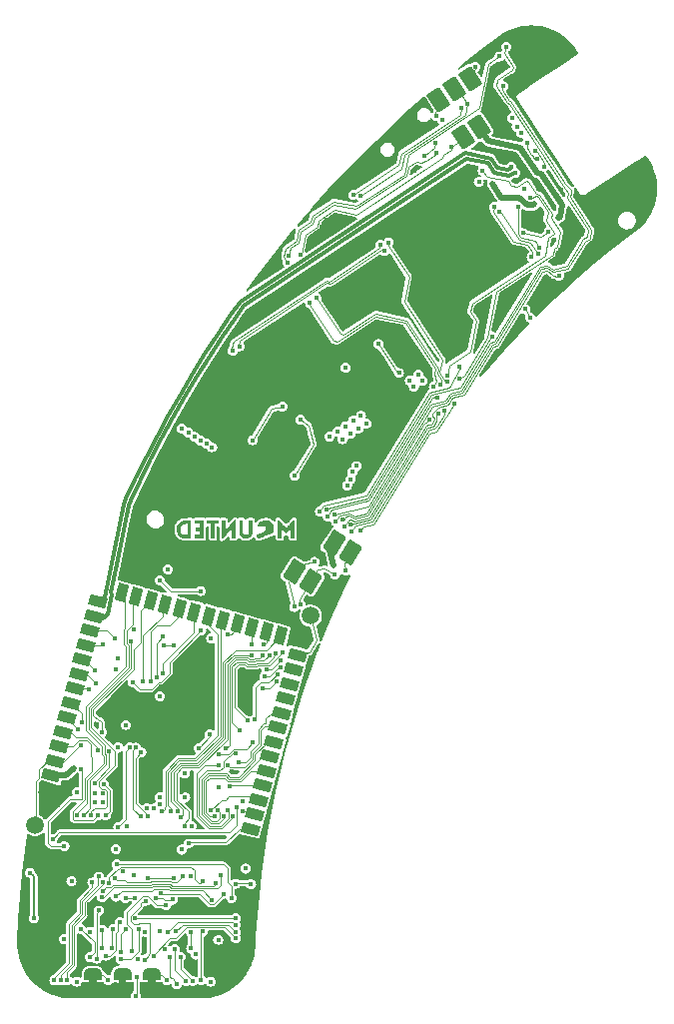
<source format=gbr>
%TF.GenerationSoftware,KiCad,Pcbnew,7.0.8*%
%TF.CreationDate,2024-01-10T09:50:14+01:00*%
%TF.ProjectId,Zoka-MainBoard,5a6f6b61-2d4d-4616-996e-426f6172642e,rev?*%
%TF.SameCoordinates,Original*%
%TF.FileFunction,Copper,L4,Bot*%
%TF.FilePolarity,Positive*%
%FSLAX46Y46*%
G04 Gerber Fmt 4.6, Leading zero omitted, Abs format (unit mm)*
G04 Created by KiCad (PCBNEW 7.0.8) date 2024-01-10 09:50:14*
%MOMM*%
%LPD*%
G01*
G04 APERTURE LIST*
G04 Aperture macros list*
%AMRoundRect*
0 Rectangle with rounded corners*
0 $1 Rounding radius*
0 $2 $3 $4 $5 $6 $7 $8 $9 X,Y pos of 4 corners*
0 Add a 4 corners polygon primitive as box body*
4,1,4,$2,$3,$4,$5,$6,$7,$8,$9,$2,$3,0*
0 Add four circle primitives for the rounded corners*
1,1,$1+$1,$2,$3*
1,1,$1+$1,$4,$5*
1,1,$1+$1,$6,$7*
1,1,$1+$1,$8,$9*
0 Add four rect primitives between the rounded corners*
20,1,$1+$1,$2,$3,$4,$5,0*
20,1,$1+$1,$4,$5,$6,$7,0*
20,1,$1+$1,$6,$7,$8,$9,0*
20,1,$1+$1,$8,$9,$2,$3,0*%
%AMHorizOval*
0 Thick line with rounded ends*
0 $1 width*
0 $2 $3 position (X,Y) of the first rounded end (center of the circle)*
0 $4 $5 position (X,Y) of the second rounded end (center of the circle)*
0 Add line between two ends*
20,1,$1,$2,$3,$4,$5,0*
0 Add two circle primitives to create the rounded ends*
1,1,$1,$2,$3*
1,1,$1,$4,$5*%
%AMRotRect*
0 Rectangle, with rotation*
0 The origin of the aperture is its center*
0 $1 length*
0 $2 width*
0 $3 Rotation angle, in degrees counterclockwise*
0 Add horizontal line*
21,1,$1,$2,0,0,$3*%
%AMFreePoly0*
4,1,19,0.500000,-0.750000,0.000000,-0.750000,0.000000,-0.744911,-0.071157,-0.744911,-0.207708,-0.704816,-0.327430,-0.627875,-0.420627,-0.520320,-0.479746,-0.390866,-0.500000,-0.250000,-0.500000,0.250000,-0.479746,0.390866,-0.420627,0.520320,-0.327430,0.627875,-0.207708,0.704816,-0.071157,0.744911,0.000000,0.744911,0.000000,0.750000,0.500000,0.750000,0.500000,-0.750000,0.500000,-0.750000,
$1*%
%AMFreePoly1*
4,1,19,0.000000,0.744911,0.071157,0.744911,0.207708,0.704816,0.327430,0.627875,0.420627,0.520320,0.479746,0.390866,0.500000,0.250000,0.500000,-0.250000,0.479746,-0.390866,0.420627,-0.520320,0.327430,-0.627875,0.207708,-0.704816,0.071157,-0.744911,0.000000,-0.744911,0.000000,-0.750000,-0.500000,-0.750000,-0.500000,0.750000,0.000000,0.750000,0.000000,0.744911,0.000000,0.744911,
$1*%
G04 Aperture macros list end*
%TA.AperFunction,ComponentPad*%
%ADD10C,0.500000*%
%TD*%
%TA.AperFunction,SMDPad,CuDef*%
%ADD11RotRect,2.500000X2.500000X213.400000*%
%TD*%
%TA.AperFunction,ComponentPad*%
%ADD12C,0.300000*%
%TD*%
%TA.AperFunction,ComponentPad*%
%ADD13C,0.600000*%
%TD*%
%TA.AperFunction,SMDPad,CuDef*%
%ADD14RotRect,2.300000X2.800000X238.400000*%
%TD*%
%TA.AperFunction,SMDPad,CuDef*%
%ADD15RotRect,2.300000X2.800000X123.400000*%
%TD*%
%TA.AperFunction,ComponentPad*%
%ADD16HorizOval,1.000000X0.333939X0.220192X-0.333939X-0.220192X0*%
%TD*%
%TA.AperFunction,ComponentPad*%
%ADD17HorizOval,1.000000X0.500909X0.330288X-0.500909X-0.330288X0*%
%TD*%
%TA.AperFunction,SMDPad,CuDef*%
%ADD18C,1.500000*%
%TD*%
%TA.AperFunction,SMDPad,CuDef*%
%ADD19RotRect,1.500000X0.900000X345.000000*%
%TD*%
%TA.AperFunction,SMDPad,CuDef*%
%ADD20RotRect,1.500000X0.900000X255.000000*%
%TD*%
%TA.AperFunction,SMDPad,CuDef*%
%ADD21RotRect,1.500000X0.900000X165.000000*%
%TD*%
%TA.AperFunction,SMDPad,CuDef*%
%ADD22RotRect,0.900000X0.900000X165.000000*%
%TD*%
%TA.AperFunction,SMDPad,CuDef*%
%ADD23FreePoly0,270.000000*%
%TD*%
%TA.AperFunction,SMDPad,CuDef*%
%ADD24FreePoly1,270.000000*%
%TD*%
%TA.AperFunction,SMDPad,CuDef*%
%ADD25RoundRect,0.130000X0.003511X-0.949954X0.871753X-0.377454X-0.003511X0.949954X-0.871753X0.377454X0*%
%TD*%
%TA.AperFunction,SMDPad,CuDef*%
%ADD26RoundRect,0.130000X0.859467X0.404650X-0.026329X0.949596X-0.859467X-0.404650X0.026329X-0.949596X0*%
%TD*%
%TA.AperFunction,ViaPad*%
%ADD27C,0.450000*%
%TD*%
%TA.AperFunction,Conductor*%
%ADD28C,0.100000*%
%TD*%
%TA.AperFunction,Conductor*%
%ADD29C,0.500000*%
%TD*%
%TA.AperFunction,Conductor*%
%ADD30C,0.350000*%
%TD*%
%TA.AperFunction,Conductor*%
%ADD31C,0.200000*%
%TD*%
G04 APERTURE END LIST*
%TA.AperFunction,EtchedComponent*%
%TO.C,LOGO101*%
G36*
X163244334Y-75262640D02*
G01*
X163244334Y-75415458D01*
X163051300Y-75415458D01*
X162858266Y-75415458D01*
X162858266Y-76026731D01*
X162858266Y-76638004D01*
X162713491Y-76638004D01*
X162568716Y-76638004D01*
X162568716Y-76026731D01*
X162568716Y-75415458D01*
X162375683Y-75415458D01*
X162182649Y-75415458D01*
X162182649Y-75262640D01*
X162182649Y-75109822D01*
X162713491Y-75109822D01*
X163244334Y-75109822D01*
X163244334Y-75262640D01*
G37*
%TD.AperFunction*%
%TA.AperFunction,EtchedComponent*%
G36*
X161941357Y-75873913D02*
G01*
X161941357Y-76638004D01*
X161547247Y-76638004D01*
X161153137Y-76638004D01*
X161153137Y-76485186D01*
X161153137Y-76332368D01*
X161394429Y-76332368D01*
X161635721Y-76332368D01*
X161635721Y-76179549D01*
X161635721Y-76026731D01*
X161434644Y-76026731D01*
X161233567Y-76026731D01*
X161233567Y-75873913D01*
X161233567Y-75721095D01*
X161434644Y-75721095D01*
X161635721Y-75721095D01*
X161635721Y-75568276D01*
X161635721Y-75415458D01*
X161410515Y-75415458D01*
X161185309Y-75415458D01*
X161185309Y-75262640D01*
X161185309Y-75109822D01*
X161563333Y-75109822D01*
X161941357Y-75109822D01*
X161941357Y-75873913D01*
G37*
%TD.AperFunction*%
%TA.AperFunction,EtchedComponent*%
G36*
X164627741Y-75857827D02*
G01*
X164627741Y-76638004D01*
X164475194Y-76638004D01*
X164322647Y-76638004D01*
X164318354Y-76224902D01*
X164314061Y-75811801D01*
X163928323Y-76240989D01*
X163896708Y-76276122D01*
X163792782Y-76390815D01*
X163707668Y-76483222D01*
X163639704Y-76555036D01*
X163587226Y-76607947D01*
X163548569Y-76643646D01*
X163522069Y-76663826D01*
X163506062Y-76670176D01*
X163469539Y-76670176D01*
X163469539Y-75889999D01*
X163469539Y-75109822D01*
X163622095Y-75109822D01*
X163774650Y-75109822D01*
X163778935Y-75538977D01*
X163783219Y-75968133D01*
X164166680Y-75522891D01*
X164269272Y-75404218D01*
X164355650Y-75305444D01*
X164425261Y-75227415D01*
X164480023Y-75168107D01*
X164521854Y-75125498D01*
X164552672Y-75097568D01*
X164574395Y-75082292D01*
X164588941Y-75077650D01*
X164627741Y-75077650D01*
X164627741Y-75857827D01*
G37*
%TD.AperFunction*%
%TA.AperFunction,EtchedComponent*%
G36*
X168305610Y-75094958D02*
G01*
X168324098Y-75102173D01*
X168347606Y-75118142D01*
X168378828Y-75145441D01*
X168420458Y-75186648D01*
X168475189Y-75244339D01*
X168545716Y-75321090D01*
X168634732Y-75419480D01*
X168638712Y-75423897D01*
X168715981Y-75509381D01*
X168786200Y-75586567D01*
X168846483Y-75652323D01*
X168893947Y-75703517D01*
X168925705Y-75737018D01*
X168938875Y-75749694D01*
X168939242Y-75749702D01*
X168954207Y-75737279D01*
X168987421Y-75704106D01*
X169036036Y-75653201D01*
X169097203Y-75587584D01*
X169168076Y-75510274D01*
X169245806Y-75424291D01*
X169263766Y-75404302D01*
X169348622Y-75310265D01*
X169415501Y-75237264D01*
X169467172Y-75182675D01*
X169506405Y-75143874D01*
X169535968Y-75118238D01*
X169558631Y-75103142D01*
X169577163Y-75095963D01*
X169594334Y-75094077D01*
X169646613Y-75093736D01*
X169646613Y-75865870D01*
X169646613Y-76638004D01*
X169493795Y-76638004D01*
X169340977Y-76638004D01*
X169340326Y-76207700D01*
X169339676Y-75777396D01*
X169143271Y-75983886D01*
X168946867Y-76190376D01*
X168749812Y-75989358D01*
X168552757Y-75788339D01*
X168552757Y-76213171D01*
X168552757Y-76638004D01*
X168399938Y-76638004D01*
X168247120Y-76638004D01*
X168247120Y-75865870D01*
X168247120Y-75093736D01*
X168294196Y-75093736D01*
X168305610Y-75094958D01*
G37*
%TD.AperFunction*%
%TA.AperFunction,EtchedComponent*%
G36*
X160863586Y-75873913D02*
G01*
X160863586Y-76638004D01*
X160602187Y-76637725D01*
X160567988Y-76637578D01*
X160422210Y-76633645D01*
X160301455Y-76623726D01*
X160200126Y-76606952D01*
X160112628Y-76582453D01*
X160033361Y-76549360D01*
X159953124Y-76501348D01*
X159852683Y-76411901D01*
X159769381Y-76301570D01*
X159705577Y-76175330D01*
X159663630Y-76038154D01*
X159645897Y-75895016D01*
X159647191Y-75873913D01*
X159962763Y-75873913D01*
X159964107Y-75912788D01*
X159986136Y-76031512D01*
X160033340Y-76136415D01*
X160103331Y-76223219D01*
X160193719Y-76287642D01*
X160204570Y-76292989D01*
X160255656Y-76311052D01*
X160320868Y-76322554D01*
X160409153Y-76329221D01*
X160557950Y-76336205D01*
X160557950Y-75873913D01*
X160557950Y-75411621D01*
X160409153Y-75418605D01*
X160369278Y-75421040D01*
X160271719Y-75434517D01*
X160194643Y-75460180D01*
X160130046Y-75501402D01*
X160069924Y-75561554D01*
X160016428Y-75639558D01*
X159976074Y-75748467D01*
X159962763Y-75873913D01*
X159647191Y-75873913D01*
X159654738Y-75750888D01*
X159655545Y-75745955D01*
X159691933Y-75607340D01*
X159751371Y-75477938D01*
X159830119Y-75363230D01*
X159924439Y-75268697D01*
X160030593Y-75199821D01*
X160051345Y-75190039D01*
X160132293Y-75159004D01*
X160222119Y-75136392D01*
X160326554Y-75121304D01*
X160451333Y-75112840D01*
X160602187Y-75110101D01*
X160863586Y-75109822D01*
X160863586Y-75411621D01*
X160863586Y-75873913D01*
G37*
%TD.AperFunction*%
%TA.AperFunction,EtchedComponent*%
G36*
X165271211Y-75636643D02*
G01*
X165271285Y-75742060D01*
X165271714Y-75868087D01*
X165272678Y-75968016D01*
X165274349Y-76045422D01*
X165276900Y-76103882D01*
X165280505Y-76146970D01*
X165285335Y-76178263D01*
X165291563Y-76201336D01*
X165299362Y-76219765D01*
X165330356Y-76261097D01*
X165387281Y-76305086D01*
X165454451Y-76336406D01*
X165519908Y-76348101D01*
X165559066Y-76343682D01*
X165629499Y-76319572D01*
X165693129Y-76280360D01*
X165737291Y-76232765D01*
X165741464Y-76225693D01*
X165749490Y-76209238D01*
X165755838Y-76189053D01*
X165760705Y-76161583D01*
X165764286Y-76123273D01*
X165766779Y-76070568D01*
X165768380Y-75999912D01*
X165769286Y-75907750D01*
X165769692Y-75790526D01*
X165769796Y-75644686D01*
X165769856Y-75109822D01*
X165923613Y-75109822D01*
X166077370Y-75109822D01*
X166071770Y-75676858D01*
X166070409Y-75804268D01*
X166068634Y-75934135D01*
X166066566Y-76038236D01*
X166064016Y-76120102D01*
X166060797Y-76183260D01*
X166056719Y-76231241D01*
X166051595Y-76267574D01*
X166045235Y-76295787D01*
X166037451Y-76319411D01*
X166013386Y-76371366D01*
X165945414Y-76465312D01*
X165855114Y-76544034D01*
X165748279Y-76603001D01*
X165630703Y-76637677D01*
X165599933Y-76642130D01*
X165476425Y-76643458D01*
X165355240Y-76620584D01*
X165242984Y-76575950D01*
X165146264Y-76511996D01*
X165071688Y-76431163D01*
X165059193Y-76412981D01*
X165036887Y-76378435D01*
X165018855Y-76344845D01*
X165004600Y-76308528D01*
X164993625Y-76265806D01*
X164985435Y-76212996D01*
X164979533Y-76146419D01*
X164975422Y-76062393D01*
X164972607Y-75957237D01*
X164970590Y-75827271D01*
X164968875Y-75668815D01*
X164963318Y-75109822D01*
X165117252Y-75109822D01*
X165271186Y-75109822D01*
X165271211Y-75636643D01*
G37*
%TD.AperFunction*%
%TA.AperFunction,EtchedComponent*%
G36*
X167334204Y-75106524D02*
G01*
X167339281Y-75107276D01*
X167482314Y-75140570D01*
X167603869Y-75194967D01*
X167708167Y-75272338D01*
X167727458Y-75290759D01*
X167809298Y-75389704D01*
X167865732Y-75501022D01*
X167898414Y-75628868D01*
X167908995Y-75777396D01*
X167908585Y-75799385D01*
X167903392Y-75869954D01*
X167893396Y-75947485D01*
X167880068Y-76024172D01*
X167864878Y-76092208D01*
X167849299Y-76143787D01*
X167834800Y-76171101D01*
X167833970Y-76171645D01*
X167812509Y-76181220D01*
X167765597Y-76200534D01*
X167697161Y-76228057D01*
X167611125Y-76262258D01*
X167511417Y-76301605D01*
X167401962Y-76344567D01*
X167286686Y-76389611D01*
X167169516Y-76435208D01*
X167054376Y-76479824D01*
X166945193Y-76521930D01*
X166845893Y-76559993D01*
X166760402Y-76592482D01*
X166692646Y-76617866D01*
X166646550Y-76634613D01*
X166645839Y-76634862D01*
X166608631Y-76647036D01*
X166586227Y-76652820D01*
X166583463Y-76652858D01*
X166556596Y-76637406D01*
X166523185Y-76598083D01*
X166486910Y-76540629D01*
X166451452Y-76470785D01*
X166420491Y-76394292D01*
X166413761Y-76374836D01*
X166406667Y-76343831D01*
X166415124Y-76326407D01*
X166442179Y-76310832D01*
X166461843Y-76302268D01*
X166510077Y-76283226D01*
X166578119Y-76257472D01*
X166659967Y-76227269D01*
X166749623Y-76194881D01*
X166819206Y-76169743D01*
X166932027Y-76126607D01*
X167019084Y-76087936D01*
X167083682Y-76050497D01*
X167129125Y-76011059D01*
X167158718Y-75966392D01*
X167175764Y-75913263D01*
X167183568Y-75848441D01*
X167185436Y-75768695D01*
X167185377Y-75745526D01*
X167183898Y-75678320D01*
X167179765Y-75635888D01*
X167172091Y-75612436D01*
X167159991Y-75602170D01*
X167155617Y-75601176D01*
X167122937Y-75598379D01*
X167064914Y-75595969D01*
X166986670Y-75594079D01*
X166893327Y-75592847D01*
X166790010Y-75592406D01*
X166750673Y-75592336D01*
X166653210Y-75591525D01*
X166569305Y-75589916D01*
X166503612Y-75587655D01*
X166460784Y-75584885D01*
X166445474Y-75581749D01*
X166447705Y-75571671D01*
X166466582Y-75535848D01*
X166500427Y-75486839D01*
X166544057Y-75431396D01*
X166592295Y-75376273D01*
X166639960Y-75328221D01*
X166739904Y-75249235D01*
X166878207Y-75173266D01*
X167027376Y-75122874D01*
X167181384Y-75099985D01*
X167334204Y-75106524D01*
G37*
%TD.AperFunction*%
%TA.AperFunction,EtchedComponent*%
%TO.C,JP401*%
G36*
X157843827Y-114465871D02*
G01*
X157243827Y-114465871D01*
X157243827Y-113965871D01*
X157843827Y-113965871D01*
X157843827Y-114465871D01*
G37*
%TD.AperFunction*%
%TA.AperFunction,EtchedComponent*%
%TO.C,JP402*%
G36*
X155343827Y-114467658D02*
G01*
X154743827Y-114467658D01*
X154743827Y-113967658D01*
X155343827Y-113967658D01*
X155343827Y-114467658D01*
G37*
%TD.AperFunction*%
%TA.AperFunction,EtchedComponent*%
%TO.C,JP403*%
G36*
X152843827Y-114465870D02*
G01*
X152243827Y-114465870D01*
X152243827Y-113965870D01*
X152843827Y-113965870D01*
X152843827Y-114465870D01*
G37*
%TD.AperFunction*%
%TD*%
D10*
%TO.P,U303,25,PAD*%
%TO.N,GND*%
X187321950Y-51028094D03*
X187037583Y-52413423D03*
X186487102Y-51578575D03*
D11*
X186487102Y-51578575D03*
D10*
X185936621Y-50743727D03*
X185652254Y-52129056D03*
%TD*%
D12*
%TO.P,U402,11,GND*%
%TO.N,GND*%
X157687987Y-103468462D03*
X156412987Y-102693462D03*
X158962987Y-102693462D03*
X157687987Y-101918462D03*
%TD*%
D13*
%TO.P,U305,11,PAD*%
%TO.N,GND*%
X169940888Y-68634951D03*
X168663298Y-67848972D03*
X169040100Y-68667825D03*
D14*
X169040100Y-68667825D03*
D13*
X169416902Y-69486678D03*
X168139312Y-68700699D03*
%TD*%
D12*
%TO.P,U401,11,GND*%
%TO.N,GND*%
X163112989Y-103469321D03*
X161837989Y-102694321D03*
X164387989Y-102694321D03*
X163112989Y-101919321D03*
%TD*%
%TO.P,U403,11,GND*%
%TO.N,GND*%
X152287986Y-103468457D03*
X151012986Y-102693457D03*
X153562986Y-102693457D03*
X152287986Y-101918457D03*
%TD*%
D13*
%TO.P,U304,11,EPAD*%
%TO.N,GND*%
X175901996Y-63273893D03*
X177154268Y-62448172D03*
X176252892Y-62443609D03*
D15*
X176252892Y-62443609D03*
D13*
X175351516Y-62439046D03*
X176603788Y-61613325D03*
%TD*%
D16*
%TO.P,J201,GND,GND*%
%TO.N,GND*%
X194930718Y-47662237D03*
D17*
X198270109Y-45460314D03*
D16*
X188743314Y-38278547D03*
D17*
X192082706Y-36076624D03*
%TD*%
D18*
%TO.P,TP202,1*%
%TO.N,Net-(U201-GPIO0{slash}BOOT)*%
X171012983Y-83193460D03*
%TD*%
D19*
%TO.P,U201,1,GND*%
%TO.N,GND*%
X148694751Y-97950079D03*
%TO.P,U201,2,3V3*%
%TO.N,+3.3V*%
X149023451Y-96723353D03*
%TO.P,U201,3,EN*%
%TO.N,Net-(U201-EN)*%
X149352151Y-95496627D03*
%TO.P,U201,4,GPIO4/TOUCH4/ADC1_CH3*%
%TO.N,/MISO*%
X149680851Y-94269901D03*
%TO.P,U201,5,GPIO5/TOUCH5/ADC1_CH4*%
%TO.N,/MOSI*%
X150009551Y-93043175D03*
%TO.P,U201,6,GPIO6/TOUCH6/ADC1_CH5*%
%TO.N,/SCK*%
X150338252Y-91816450D03*
%TO.P,U201,7,GPIO7/TOUCH7/ADC1_CH6*%
%TO.N,/CS*%
X150666952Y-90589724D03*
%TO.P,U201,8,GPIO15/U0RTS/ADC2_CH4/XTAL_32K_P*%
%TO.N,/SDA*%
X150995652Y-89362998D03*
%TO.P,U201,9,GPIO16/U0CTS/ADC2_CH5/XTAL_32K_N*%
%TO.N,/I2S_PDM_CLK*%
X151324352Y-88136272D03*
%TO.P,U201,10,GPIO17/U1TXD/ADC2_CH6*%
%TO.N,/ENCODER_B*%
X151653052Y-86909546D03*
%TO.P,U201,11,GPIO18/U1RXD/ADC2_CH7/CLK_OUT3*%
%TO.N,/ENCODER_A*%
X151981753Y-85682821D03*
%TO.P,U201,12,GPIO8/TOUCH8/ADC1_CH7/SUBSPICS1*%
%TO.N,/XCLR*%
X152310453Y-84456095D03*
%TO.P,U201,13,GPIO19/U1RTS/ADC2_CH8/CLK_OUT2/USB_D-*%
%TO.N,/MCU/USB_D-*%
X152639153Y-83229369D03*
%TO.P,U201,14,GPIO20/U1CTS/ADC2_CH9/CLK_OUT1/USB_D+*%
%TO.N,/MCU/USB_D+*%
X152967853Y-82002643D03*
D20*
%TO.P,U201,15,GPIO3/TOUCH3/ADC1_CH2*%
%TO.N,/XHD*%
X154996236Y-81252052D03*
%TO.P,U201,16,GPIO46*%
%TO.N,/HVD*%
X156222962Y-81580752D03*
%TO.P,U201,17,GPIO9/TOUCH9/ADC1_CH8/FSPIHD/SUBSPIHD*%
%TO.N,/MCLK*%
X157449688Y-81909452D03*
%TO.P,U201,18,GPIO10/TOUCH10/ADC1_CH9/FSPICS0/FSPIIO4/SUBSPICS0*%
%TO.N,/G4*%
X158676413Y-82238152D03*
%TO.P,U201,19,GPIO11/TOUCH11/ADC2_CH0/FSPID/FSPIIO5/SUBSPID*%
%TO.N,/G5*%
X159903139Y-82566852D03*
%TO.P,U201,20,GPIO12/TOUCH12/ADC2_CH1/FSPICLK/FSPIIO6/SUBSPICLK*%
%TO.N,/G3*%
X161129865Y-82895553D03*
%TO.P,U201,21,GPIO13/TOUCH13/ADC2_CH2/FSPIQ/FSPIIO7/SUBSPIQ*%
%TO.N,/B1*%
X162356591Y-83224253D03*
%TO.P,U201,22,GPIO14/TOUCH14/ADC2_CH3/FSPIWP/FSPIDQS/SUBSPIWP*%
%TO.N,/B2*%
X163583317Y-83552953D03*
%TO.P,U201,23,GPIO21*%
%TO.N,/I2S_PDM_DATA*%
X164810042Y-83881653D03*
%TO.P,U201,24,GPIO47/SPICLK_P/SUBSPICLK_P_DIFF*%
%TO.N,/B4*%
X166036768Y-84210353D03*
%TO.P,U201,25,GPIO48/SPICLK_N/SUBSPICLK_N_DIFF*%
%TO.N,/B5*%
X167263494Y-84539053D03*
%TO.P,U201,26,GPIO45*%
%TO.N,/B3*%
X168490220Y-84867754D03*
D21*
%TO.P,U201,27,GPIO0/BOOT*%
%TO.N,Net-(U201-GPIO0{slash}BOOT)*%
X169871555Y-86531977D03*
%TO.P,U201,28,SPIIO6/GPIO35/FSPID/SUBSPID*%
%TO.N,unconnected-(U201-SPIIO6{slash}GPIO35{slash}FSPID{slash}SUBSPID-Pad28)*%
X169542855Y-87758702D03*
%TO.P,U201,29,SPIIO7/GPIO36/FSPICLK/SUBSPICLK*%
%TO.N,unconnected-(U201-SPIIO7{slash}GPIO36{slash}FSPICLK{slash}SUBSPICLK-Pad29)*%
X169214155Y-88985428D03*
%TO.P,U201,30,SPIDQS/GPIO37/FSPIQ/SUBSPIQ*%
%TO.N,unconnected-(U201-SPIDQS{slash}GPIO37{slash}FSPIQ{slash}SUBSPIQ-Pad30)*%
X168885455Y-90212154D03*
%TO.P,U201,31,GPIO38/FSPIWP/SUBSPIWP*%
%TO.N,/G2*%
X168556754Y-91438880D03*
%TO.P,U201,32,MTCK/GPIO39/CLK_OUT3/SUBSPICS1*%
%TO.N,/G1*%
X168228054Y-92665606D03*
%TO.P,U201,33,MTDO/GPIO40/CLK_OUT2*%
%TO.N,/R5*%
X167899354Y-93892331D03*
%TO.P,U201,34,MTDI/GPIO41/CLK_OUT1*%
%TO.N,/R4*%
X167570654Y-95119057D03*
%TO.P,U201,35,MTMS/GPIO42*%
%TO.N,/R3*%
X167241954Y-96345783D03*
%TO.P,U201,36,U0RXD/GPIO44/CLK_OUT2*%
%TO.N,/Battery Management/ESP_POWER_EN*%
X166913253Y-97572509D03*
%TO.P,U201,37,U0TXD/GPIO43/CLK_OUT1*%
%TO.N,/R2*%
X166584553Y-98799235D03*
%TO.P,U201,38,GPIO2/TOUCH2/ADC1_CH1*%
%TO.N,/SCL*%
X166255853Y-100025960D03*
%TO.P,U201,39,GPIO1/TOUCH1/ADC1_CH0*%
%TO.N,/R1*%
X165927153Y-101252686D03*
%TO.P,U201,40,GND*%
%TO.N,GND*%
X165598453Y-102479412D03*
D22*
%TO.P,U201,41,GND*%
X156705846Y-90654927D03*
X156343500Y-92007223D03*
X155981153Y-93359519D03*
X158058143Y-91017273D03*
X157695796Y-92369569D03*
X157333449Y-93721866D03*
X159410439Y-91379620D03*
X159048092Y-92731916D03*
X158685745Y-94084212D03*
%TD*%
D23*
%TO.P,JP401,1,A*%
%TO.N,Net-(J401-TEST(VFUSE))*%
X157543827Y-113565871D03*
D24*
%TO.P,JP401,2,B*%
%TO.N,GND*%
X157543827Y-114865871D03*
%TD*%
D23*
%TO.P,JP402,1,A*%
%TO.N,Net-(J401-TEST(PSCNT))*%
X155043827Y-113567658D03*
D24*
%TO.P,JP402,2,B*%
%TO.N,GND*%
X155043827Y-114867658D03*
%TD*%
D25*
%TO.P,J504,1*%
%TO.N,/ENCODER_S1*%
X183966913Y-42650473D03*
%TO.P,J504,2*%
%TO.N,VBUS*%
X185302669Y-41769704D03*
%TO.P,J504,3*%
%TO.N,GND*%
X186638426Y-40888935D03*
%TO.P,J504,4*%
%TO.N,/ENCODER_B*%
X184519075Y-37674771D03*
%TO.P,J504,5*%
%TO.N,/ENCODER_A*%
X183183319Y-38555540D03*
%TO.P,J504,6*%
%TO.N,/ENCODER_S2*%
X181847562Y-39436309D03*
%TD*%
D18*
%TO.P,TP201,1*%
%TO.N,Net-(U201-EN)*%
X147637987Y-100943458D03*
%TD*%
D26*
%TO.P,J501,1*%
%TO.N,Net-(J501-Pad1)*%
X174393098Y-77842261D03*
%TO.P,J501,2*%
%TO.N,+3.3V*%
X173030335Y-77003884D03*
%TO.P,J501,3*%
%TO.N,GND*%
X171667572Y-76165506D03*
%TO.P,J501,4*%
%TO.N,/BUTTON2*%
X169650226Y-79444655D03*
%TO.P,J501,5*%
%TO.N,/BUTTON1*%
X171012989Y-80283032D03*
%TO.P,J501,6*%
%TO.N,GND*%
X172375752Y-81121410D03*
%TD*%
D23*
%TO.P,JP403,1,A*%
%TO.N,Net-(J401-TEST(SCAN_MODE))*%
X152543827Y-113565870D03*
D24*
%TO.P,JP403,2,B*%
%TO.N,GND*%
X152543827Y-114865870D03*
%TD*%
D27*
%TO.N,GND*%
X184516005Y-46158038D03*
X148183827Y-113325870D03*
X176143827Y-45865870D03*
X182744902Y-54961988D03*
X157921971Y-72341115D03*
X160926146Y-99401625D03*
X198143827Y-47865870D03*
X190346741Y-49021191D03*
X172584926Y-82477208D03*
X161901141Y-85101628D03*
X170643827Y-64365870D03*
X179643827Y-48365870D03*
X160551144Y-93676624D03*
X188317800Y-36164823D03*
X199643827Y-46365870D03*
X171952114Y-50220075D03*
X152201137Y-107676634D03*
X158177876Y-93243715D03*
X158301142Y-89176627D03*
X176885818Y-70094835D03*
X172391785Y-49660654D03*
X199643827Y-48365870D03*
X184761594Y-46954363D03*
X183243827Y-46865870D03*
X149051143Y-113026628D03*
X199643827Y-47285870D03*
X176143827Y-44865870D03*
X187536394Y-44623950D03*
X188658509Y-46282903D03*
X151501140Y-112151622D03*
X164964705Y-64376231D03*
X191645494Y-51339051D03*
X163070038Y-63209676D03*
X195643827Y-50865870D03*
X160883827Y-93005870D03*
X168503827Y-72685870D03*
X170143827Y-58365870D03*
X181143827Y-47365870D03*
X190143827Y-36865870D03*
X162143827Y-87965870D03*
X186127955Y-38656852D03*
X152851140Y-92426629D03*
X157160398Y-91518971D03*
X172643827Y-63365870D03*
X158951135Y-108343453D03*
X194643827Y-52865870D03*
X170143827Y-63865870D03*
X177143827Y-53365870D03*
X158880163Y-72930605D03*
X159348200Y-73219469D03*
X148901138Y-114676629D03*
X182143827Y-49365870D03*
X162153827Y-90465870D03*
X178703722Y-60570169D03*
X161894908Y-107857864D03*
X165053827Y-89195870D03*
X171622963Y-78125617D03*
X154543215Y-99517960D03*
X172843853Y-71130462D03*
X162226146Y-111351626D03*
X191643827Y-34365870D03*
X165053827Y-90465870D03*
X192214882Y-47070685D03*
X158143827Y-76865870D03*
X163538486Y-63497876D03*
X196643827Y-46365870D03*
X166176143Y-104001627D03*
X196643827Y-47365870D03*
X178373433Y-60069256D03*
X165963827Y-62525870D03*
X156643827Y-73365870D03*
X148351143Y-108501630D03*
X172332816Y-70816072D03*
X175143827Y-45865870D03*
X165963827Y-108245870D03*
X198143827Y-46865870D03*
X160351138Y-97676627D03*
X165963827Y-59985870D03*
X171043827Y-72685870D03*
X192567094Y-52827558D03*
X179832034Y-45503352D03*
X164016965Y-63792241D03*
X190143827Y-33865870D03*
X157643827Y-73365870D03*
X196643827Y-51365870D03*
X176290330Y-43689110D03*
X168503827Y-62525870D03*
X174143827Y-45865870D03*
X164307045Y-96401128D03*
X150551145Y-97726631D03*
X188633169Y-45090277D03*
X186935187Y-43779551D03*
X188143827Y-59465870D03*
X192175105Y-52187660D03*
X162153827Y-89195870D03*
X157376643Y-107935320D03*
X159821014Y-73500536D03*
X183586910Y-47519303D03*
X159643827Y-74365870D03*
X155803827Y-77765870D03*
X164226137Y-113076627D03*
X163423827Y-80305870D03*
X181203827Y-57445870D03*
X156904562Y-111385819D03*
X181875418Y-55505363D03*
X172176144Y-78776626D03*
X178146631Y-51076559D03*
X171043827Y-62525870D03*
X158600776Y-91886823D03*
X152126143Y-111376631D03*
X173354885Y-71444853D03*
X157453518Y-72052925D03*
X156643827Y-76865870D03*
X173669278Y-70933815D03*
X181198659Y-49483366D03*
X170143827Y-61365870D03*
X173583827Y-47285870D03*
X167143827Y-63865870D03*
X154951142Y-107801629D03*
X161726145Y-114976626D03*
X195643827Y-51865870D03*
X186643827Y-39365870D03*
X154051136Y-93076627D03*
X190346948Y-47007218D03*
X183545117Y-54404403D03*
X155350638Y-89001627D03*
X195643827Y-48865870D03*
X168013031Y-53654183D03*
X177872524Y-60399548D03*
X190643827Y-34865870D03*
X186743827Y-58665870D03*
X171086099Y-51449911D03*
X182643827Y-50365870D03*
X175143827Y-44865870D03*
X183934502Y-45650130D03*
X164496676Y-64087358D03*
X160201142Y-111526625D03*
X149551139Y-99251627D03*
X171511990Y-50869626D03*
X151476142Y-111351623D03*
X176123827Y-67605870D03*
X157776141Y-95776628D03*
X158400458Y-72635481D03*
X150976141Y-108201629D03*
X185119630Y-60341807D03*
X160883827Y-80305870D03*
X165963827Y-110785870D03*
X195643827Y-49865870D03*
X178143827Y-56865870D03*
X196643827Y-48365870D03*
X177143827Y-44865870D03*
X171697602Y-59968763D03*
X165437532Y-64657286D03*
X165043827Y-87965870D03*
X178202813Y-60900451D03*
X155801141Y-90776630D03*
X163423827Y-62525870D03*
X160401143Y-107826629D03*
X179643827Y-50365870D03*
X187507352Y-40113010D03*
X168503827Y-59985870D03*
X173643827Y-57365870D03*
X189910161Y-56363443D03*
X167143827Y-61365870D03*
X160251143Y-93026629D03*
X185146895Y-43436238D03*
X180693889Y-39467892D03*
X180007390Y-60549029D03*
X159876144Y-79301628D03*
%TO.N,+3.3V*%
X155360944Y-92447381D03*
X173714472Y-68231365D03*
X160901142Y-101026628D03*
X165226145Y-98926132D03*
X173941969Y-67123104D03*
X173274081Y-67563488D03*
X163226140Y-97751628D03*
X160351139Y-96576625D03*
X154676637Y-86776633D03*
X150901138Y-96101630D03*
X185270366Y-46439217D03*
X154476141Y-87726627D03*
X156051144Y-84376625D03*
X151197717Y-98145087D03*
X154701136Y-94351632D03*
X158226142Y-90001623D03*
X175277721Y-66242336D03*
X155446212Y-101033061D03*
X172962795Y-78952601D03*
X188104562Y-41028024D03*
X189128676Y-46991793D03*
X174609845Y-66682711D03*
X175050228Y-67350593D03*
X172606209Y-68003867D03*
X160376134Y-98601628D03*
X175718107Y-66910206D03*
X173988487Y-62171456D03*
X174382354Y-67790981D03*
X182195751Y-41160433D03*
X162576142Y-85101626D03*
X158901143Y-79251633D03*
%TO.N,/Battery Management/VSYS*%
X174101816Y-72139184D03*
X178499186Y-62621546D03*
X180513330Y-63273460D03*
X176764257Y-60172050D03*
X179761965Y-63768892D03*
X180169281Y-62751678D03*
X174874640Y-70501275D03*
X174560254Y-71012321D03*
X174416205Y-71628146D03*
X179417918Y-63247110D03*
%TO.N,/1.8V_LCD*%
X158676140Y-111476628D03*
X158226138Y-109926628D03*
X153351148Y-99001625D03*
X156350971Y-112270370D03*
X152301142Y-109976628D03*
X161278529Y-111903822D03*
X152726137Y-98226626D03*
X153376142Y-98251626D03*
X156976142Y-109976626D03*
X152701143Y-99001629D03*
%TO.N,VBUS*%
X191987645Y-49496380D03*
%TO.N,/MCU/VBUS_USB*%
X186420826Y-46549053D03*
X188490654Y-41740511D03*
X189996786Y-48293683D03*
X188876946Y-42286987D03*
%TO.N,/MCU/USB_D+*%
X189373827Y-43095870D03*
X188030278Y-45140884D03*
X190202045Y-44498234D03*
%TO.N,/MCU/USB_D-*%
X190775604Y-45114990D03*
X188365224Y-45648845D03*
X190081345Y-43835926D03*
%TO.N,/ENCODER_S2*%
X181670931Y-40821959D03*
X181591607Y-43085414D03*
X180677643Y-44197138D03*
%TO.N,/ENCODER_A*%
X164416468Y-60741716D03*
X153376146Y-85626633D03*
X175272084Y-47594639D03*
X184291751Y-39777772D03*
X176942836Y-51763405D03*
%TO.N,/ENCODER_B*%
X165000862Y-60356380D03*
X177273126Y-52264312D03*
X184987077Y-36654134D03*
X174634468Y-47535942D03*
X183809483Y-40156258D03*
X152676138Y-87826633D03*
%TO.N,/ENCODER_S1*%
X170179422Y-52587370D03*
X182962718Y-43439049D03*
%TO.N,/Battery Management/ENCODER_BUTTON*%
X168097195Y-88788571D03*
X175251782Y-75954474D03*
X166977143Y-89352264D03*
X183226207Y-65210944D03*
X185600468Y-45455837D03*
X183647617Y-63141377D03*
%TO.N,/MISO*%
X152978529Y-100103822D03*
%TO.N,/OLED/MCLK_1.8V*%
X152276141Y-112101627D03*
X151526136Y-109751627D03*
%TO.N,/OLED/XVD_1.8V*%
X152890591Y-112251628D03*
X153076143Y-108176631D03*
%TO.N,/OLED/R7_1.8V*%
X153316084Y-107051626D03*
X163362986Y-105176630D03*
X153316080Y-109801630D03*
X153276139Y-111376628D03*
%TO.N,/OLED/R6_1.8V*%
X153351142Y-106501630D03*
X162988479Y-105851632D03*
%TO.N,/OLED/R5_1.8V*%
X153665087Y-111995870D03*
X162626146Y-107276627D03*
X154826136Y-109176626D03*
X154486358Y-106995870D03*
%TO.N,/OLED/R4_1.8V*%
X153937093Y-105827129D03*
X161851144Y-105701627D03*
%TO.N,/OLED/R3_1.8V*%
X154376143Y-105452127D03*
X160176139Y-105251622D03*
X154114703Y-111363073D03*
X154265087Y-109776628D03*
%TO.N,/OLED/RGB_LSB_1.8V*%
X158873827Y-109995870D03*
X164673827Y-109401626D03*
%TO.N,/OLED/G7_1.8V*%
X154890587Y-112276626D03*
X156425643Y-109726627D03*
%TO.N,/OLED/G6_1.8V*%
X155301142Y-107126625D03*
X156125639Y-107101628D03*
%TO.N,/OLED/G5_1.8V*%
X155326147Y-109776622D03*
X154901138Y-111676628D03*
%TO.N,/OLED/G4_1.8V*%
X156100638Y-108851630D03*
X164673827Y-108826634D03*
%TO.N,/OLED/G3_1.8V*%
X156244332Y-113852129D03*
X156176142Y-115403947D03*
X164626140Y-105901633D03*
X165962616Y-105958190D03*
%TO.N,/Battery Management/PGOOD*%
X189622504Y-47767696D03*
X174390504Y-75486823D03*
X182561148Y-62833397D03*
X165673827Y-92095870D03*
X168607795Y-86333286D03*
X181873827Y-66095870D03*
%TO.N,/OLED/B7_1.8V*%
X157007347Y-107351130D03*
X157226148Y-105426627D03*
X159401140Y-105426631D03*
X156914194Y-112335319D03*
%TO.N,/OLED/B6_1.8V*%
X157904562Y-107135320D03*
X159303483Y-107251624D03*
%TO.N,/OLED/B5_1.8V*%
X158751138Y-107726629D03*
X155873827Y-111595870D03*
%TO.N,/OLED/B3_1.8V*%
X163626139Y-106751630D03*
X158301137Y-106726130D03*
X157676144Y-112051628D03*
X164673827Y-110545373D03*
%TO.N,/OLED/CS_1.8V*%
X164673827Y-109995870D03*
X164301142Y-107101626D03*
X154551140Y-104276631D03*
X159601003Y-109907955D03*
%TO.N,/OLED/SCK_1.8V*%
X159658184Y-114439960D03*
X150373827Y-114095870D03*
X159101140Y-112100027D03*
X153351141Y-105795870D03*
%TO.N,/OLED/MOSI_1.8V*%
X160448831Y-114178940D03*
X159501141Y-111451631D03*
X153073827Y-105295870D03*
X149823330Y-114095870D03*
%TO.N,/OLED/MISO_1.8V*%
X161001146Y-114126623D03*
X152501141Y-105801628D03*
X159973827Y-112095870D03*
X149273827Y-114095870D03*
%TO.N,/Battery Management/CHARGE_STATUS*%
X188581373Y-48508136D03*
X192073179Y-54363922D03*
X190393302Y-51997910D03*
X173840223Y-75617918D03*
X164973827Y-92895870D03*
X168053497Y-86353896D03*
%TO.N,/MOSI*%
X153452957Y-97473816D03*
X152700644Y-97351628D03*
X152974303Y-94555138D03*
X153923800Y-94723085D03*
X153624953Y-100099190D03*
%TO.N,/SCK*%
X151313640Y-92839126D03*
%TO.N,/CS*%
X151576139Y-92226632D03*
%TO.N,/XCLR*%
X155776141Y-85401625D03*
X152378530Y-100126623D03*
X154401645Y-85151623D03*
%TO.N,/XHD*%
X151201136Y-100076627D03*
%TO.N,/HVD*%
X151749959Y-100104064D03*
%TO.N,/MCLK*%
X150126144Y-102701627D03*
X153326144Y-93051626D03*
X151569910Y-96220396D03*
%TO.N,/B5*%
X166951141Y-86526127D03*
X167027862Y-85649905D03*
X160301140Y-101026625D03*
%TO.N,/B4*%
X166026142Y-86526123D03*
X159997279Y-100258075D03*
X165976142Y-85651628D03*
%TO.N,/B3*%
X159776643Y-99745360D03*
%TO.N,/B2*%
X159151143Y-99776630D03*
%TO.N,/B1*%
X158424955Y-99753205D03*
%TO.N,/SDA*%
X159373827Y-85695870D03*
X186999744Y-48991045D03*
X152226496Y-89451982D03*
X158516642Y-85695870D03*
X186376591Y-59517525D03*
X172346361Y-74229255D03*
X190309931Y-52557934D03*
%TO.N,/G5*%
X157178529Y-100203823D03*
X157426644Y-88755271D03*
X156651142Y-94751629D03*
%TO.N,/G4*%
X156578530Y-100203823D03*
X156778457Y-88753938D03*
X156203316Y-94374773D03*
%TO.N,/G3*%
X158497467Y-88075674D03*
X154701136Y-101101630D03*
X155651141Y-94351630D03*
%TO.N,/G2*%
X164938484Y-95618293D03*
%TO.N,/G1*%
X163226139Y-95851630D03*
X164403090Y-100226628D03*
X163980382Y-95839509D03*
%TO.N,/R5*%
X163653587Y-100160455D03*
%TO.N,/R4*%
X163151141Y-99676628D03*
%TO.N,/R3*%
X162904090Y-100190354D03*
%TO.N,/R2*%
X162573827Y-99696588D03*
%TO.N,/R1*%
X160651137Y-102501629D03*
%TO.N,/SCL*%
X158500643Y-84976630D03*
X189644936Y-57907490D03*
X166123831Y-93949319D03*
X157973827Y-88395870D03*
X189188296Y-57214966D03*
X183619651Y-62058678D03*
X163244142Y-94894624D03*
X171796075Y-74360354D03*
X158226142Y-80176631D03*
X186585968Y-48545187D03*
X161701143Y-81101625D03*
X165226145Y-99726624D03*
X189753973Y-52804734D03*
%TO.N,/I2S_PDM_CLK*%
X152776142Y-88901627D03*
%TO.N,/I2S_PDM_DATA*%
X163983909Y-84817383D03*
X161726141Y-84426625D03*
X155951144Y-88851631D03*
%TO.N,/MCU/RGB_LSB*%
X164671221Y-94885907D03*
X163976137Y-99676626D03*
%TO.N,Net-(U201-EN)*%
X151501143Y-94176626D03*
%TO.N,+1V8*%
X157146213Y-99533062D03*
X155126142Y-104851129D03*
X158201144Y-99176631D03*
X154501142Y-102951631D03*
X160801639Y-105251629D03*
X157746212Y-99533061D03*
X150726141Y-105701630D03*
X156050646Y-105176625D03*
X160069877Y-103016142D03*
X158201144Y-98601629D03*
X165501145Y-104626625D03*
%TO.N,+10V*%
X151151136Y-114202130D03*
X161681488Y-68341670D03*
X162656080Y-68913498D03*
X160658542Y-67698582D03*
X161183782Y-68040999D03*
X160098669Y-67349059D03*
X162551145Y-114201631D03*
X162165443Y-68621479D03*
%TO.N,/Battery Management/ESP_POWER_EN*%
X171539288Y-56284648D03*
X169172220Y-52694799D03*
X166292574Y-92005569D03*
X182374532Y-65798827D03*
X174504988Y-76065073D03*
X181675920Y-43957532D03*
X164151137Y-97676630D03*
X182004044Y-63613131D03*
X168213995Y-88139476D03*
%TO.N,/Battery Management/1.8V_ENABLE*%
X161501139Y-94401624D03*
X162451136Y-93226626D03*
%TO.N,/Battery Management/10V_ENABLE*%
X181070931Y-66566415D03*
X173709126Y-75067631D03*
X163826143Y-94451628D03*
X167501140Y-86526630D03*
%TO.N,Net-(C411-Pad1)*%
X150076140Y-110576627D03*
X163176144Y-110651628D03*
%TO.N,Net-(J401-VOFS)*%
X161851142Y-109951628D03*
X161726140Y-114076629D03*
%TO.N,Net-(J401-VG255)*%
X160873827Y-111395870D03*
X160877238Y-109992460D03*
%TO.N,Net-(J401-TEST(SCAN_MODE))*%
X153843827Y-114065870D03*
%TO.N,Net-(J401-TEST(PSCNT))*%
X154951143Y-114026625D03*
%TO.N,Net-(J401-TEST(VFUSE))*%
X158827655Y-114056899D03*
%TO.N,Net-(U305-FB)*%
X166066244Y-68311052D03*
X168619207Y-65449474D03*
%TO.N,/BUTTON2*%
X171341329Y-78630165D03*
X169613942Y-82439926D03*
X168497614Y-86973097D03*
X167276641Y-87770370D03*
%TO.N,/BUTTON1*%
X170147841Y-82240045D03*
X167076645Y-88295870D03*
X168430522Y-87569808D03*
X173074268Y-79725631D03*
%TO.N,/LEDS_ENABLE*%
X149126140Y-102126623D03*
X164776145Y-99401630D03*
%TO.N,Net-(LED201-RA)*%
X187334954Y-38323039D03*
X173158841Y-75198728D03*
%TO.N,Net-(LED201-GA)*%
X170954892Y-56669984D03*
X181457525Y-63786769D03*
X169058473Y-53248933D03*
X187030305Y-35794842D03*
X172477457Y-74779536D03*
X181740638Y-64701646D03*
%TO.N,Net-(LED201-BA)*%
X173027745Y-74648446D03*
X187570015Y-34959839D03*
%TO.N,Net-(J501-Pad1)*%
X173991391Y-79379934D03*
%TO.N,Net-(Q307-G)*%
X177637327Y-51545036D03*
X182569748Y-63385273D03*
%TO.N,/Battery Management/VSYS_CONTROLED_10V*%
X169651791Y-71309400D03*
X170124497Y-66581001D03*
%TO.N,Net-(U303-PSEL)*%
X189023049Y-50771269D03*
X191184238Y-50684931D03*
%TO.N,Net-(LED502-K)*%
X147551142Y-108801629D03*
X147226140Y-104976628D03*
%TD*%
D28*
%TO.N,GND*%
X154961197Y-114941663D02*
X154962982Y-114943457D01*
D29*
X171622963Y-78125617D02*
X171298799Y-76764928D01*
X165598447Y-102479416D02*
X165598450Y-103423936D01*
X172293700Y-81254776D02*
X172375748Y-81121406D01*
X150551145Y-97726631D02*
X150327693Y-97950080D01*
D28*
X149166179Y-114941666D02*
X148901138Y-114676629D01*
D29*
X187459169Y-40347759D02*
X187507352Y-40113010D01*
D28*
X161691176Y-114941668D02*
X161726145Y-114976626D01*
X152418953Y-114941670D02*
X149166179Y-114941666D01*
X157418961Y-114941666D02*
X161691176Y-114941668D01*
D29*
X165598450Y-103423936D02*
X166176143Y-104001627D01*
X150327693Y-97950080D02*
X148694752Y-97950080D01*
X186638430Y-40888933D02*
X187459169Y-40347759D01*
X172584926Y-82477208D02*
X172293700Y-81254776D01*
D28*
X152418953Y-114941670D02*
X154961197Y-114941663D01*
D29*
X171298799Y-76764928D02*
X171667566Y-76165508D01*
%TO.N,+3.3V*%
X172962795Y-78952601D02*
X172646990Y-77626992D01*
X172646990Y-77626992D02*
X173030326Y-77003883D01*
X150279414Y-96723355D02*
X150901138Y-96101630D01*
X149023448Y-96723354D02*
X150279414Y-96723355D01*
D28*
%TO.N,/Battery Management/VSYS*%
X176764257Y-60172050D02*
X178360654Y-62593110D01*
X178360654Y-62593110D02*
X178499186Y-62621546D01*
D29*
%TO.N,VBUS*%
X192334443Y-48402065D02*
X190558309Y-45708419D01*
X191987645Y-49496380D02*
X192128935Y-49403218D01*
X186093647Y-42969281D02*
X185302663Y-41769703D01*
X190188540Y-45632516D02*
X188798575Y-43524523D01*
X188798575Y-43524523D02*
X186093647Y-42969281D01*
X192128935Y-49403218D02*
X192334443Y-48402065D01*
X190558309Y-45708419D02*
X190188540Y-45632516D01*
%TO.N,/MCU/VBUS_USB*%
X189363620Y-48392696D02*
X188704475Y-47733550D01*
X188704475Y-47733550D02*
X187201858Y-47733552D01*
X189897773Y-48392696D02*
X189363620Y-48392696D01*
X189996786Y-48293683D02*
X189897773Y-48392696D01*
X187201858Y-47733552D02*
X186420826Y-46549053D01*
D28*
%TO.N,/MCU/USB_D+*%
X189373827Y-43095870D02*
X189373827Y-43579471D01*
D30*
X155147581Y-73734059D02*
X155359361Y-73259491D01*
X188007754Y-45250636D02*
X188030278Y-45140884D01*
D28*
X189754984Y-44157526D02*
X189770461Y-44160705D01*
D30*
X187751622Y-45419523D02*
X188007754Y-45250636D01*
X157092591Y-69666761D02*
X158012309Y-67896833D01*
D28*
X189960305Y-44448614D02*
X190202045Y-44498234D01*
D30*
X153525803Y-81634738D02*
X155147581Y-73734059D01*
X165048149Y-56569135D02*
X184126090Y-43989551D01*
X186317402Y-44439362D02*
X186840362Y-45232469D01*
X158966932Y-66145518D02*
X159956090Y-64413482D01*
X164250128Y-57691585D02*
X165048149Y-56569135D01*
D28*
X189770461Y-44160705D02*
X189960305Y-44448614D01*
D30*
X159956090Y-64413482D02*
X160979391Y-62701418D01*
X155359361Y-73259491D02*
X156208167Y-71454523D01*
X162036445Y-61009961D02*
X163126822Y-59339826D01*
D28*
X189373827Y-43579471D02*
X189754984Y-44157526D01*
D30*
X184126090Y-43989551D02*
X186317402Y-44439362D01*
X152967849Y-82002643D02*
X153525803Y-81634738D01*
X163126822Y-59339826D02*
X164250128Y-57691585D01*
X156208167Y-71454523D02*
X157092591Y-69666761D01*
X160979391Y-62701418D02*
X162036445Y-61009961D01*
X158012309Y-67896833D02*
X158966932Y-66145518D01*
X186840362Y-45232469D02*
X187751622Y-45419523D01*
%TO.N,/MCU/USB_D-*%
X165366089Y-56898513D02*
X164619425Y-57948725D01*
X154554466Y-78861423D02*
X154071047Y-81216476D01*
X184218198Y-44467840D02*
X165366089Y-56898513D01*
X159359898Y-66364785D02*
X158409549Y-68108265D01*
X156613446Y-71650114D02*
X155768461Y-73446954D01*
D28*
X190842622Y-44788510D02*
X190775604Y-45114990D01*
D30*
X164619425Y-57948725D02*
X163501172Y-59589546D01*
X154170531Y-81367352D02*
X153817121Y-83089001D01*
D28*
X190081345Y-43835926D02*
X190235360Y-43867537D01*
X190235360Y-43867537D02*
X190842622Y-44788510D01*
D30*
X154071047Y-81216476D02*
X154170531Y-81367352D01*
X153817121Y-83089001D02*
X153375127Y-83380442D01*
X162415699Y-61252178D02*
X161363340Y-62936113D01*
X188255475Y-45626318D02*
X187843728Y-45897814D01*
X186567292Y-45635804D02*
X186044333Y-44842693D01*
X161363340Y-62936113D02*
X160344606Y-64640553D01*
X155768461Y-73446954D02*
X155578543Y-73872522D01*
X153375127Y-83380442D02*
X152639151Y-83229369D01*
X186044333Y-44842693D02*
X184218198Y-44467840D01*
X188365224Y-45648845D02*
X188255475Y-45626318D01*
X157493947Y-69870259D02*
X156613446Y-71650114D01*
X187843728Y-45897814D02*
X186567292Y-45635804D01*
X155578543Y-73872522D02*
X154554472Y-78861421D01*
X163501172Y-59589546D02*
X162415699Y-61252178D01*
X154554472Y-78861421D02*
X154554466Y-78861423D01*
X158409549Y-68108265D02*
X157493947Y-69870259D01*
X160344606Y-64640553D02*
X159359898Y-66364785D01*
D28*
%TO.N,/ENCODER_S2*%
X181670931Y-40821959D02*
X181588719Y-40697278D01*
X180697212Y-44101810D02*
X180677643Y-44197138D01*
X181490319Y-43578852D02*
X180697212Y-44101810D01*
X181588719Y-40697278D02*
X181847557Y-39436313D01*
X181591607Y-43085414D02*
X181490319Y-43578852D01*
%TO.N,/ENCODER_A*%
X164587089Y-59910519D02*
X164503603Y-59965567D01*
X184291751Y-39777772D02*
X183533186Y-38627358D01*
X176942836Y-51763405D02*
X176885964Y-52040467D01*
X172628239Y-54847921D02*
X172351173Y-54791048D01*
X176885964Y-52040467D02*
X172628239Y-54847921D01*
X164587089Y-59910519D02*
X164441407Y-60006577D01*
X183533186Y-38627358D02*
X183183321Y-38555538D01*
X151981751Y-85682822D02*
X153319948Y-85682822D01*
X178944739Y-44120845D02*
X178694960Y-45337670D01*
X172351173Y-54791048D02*
X164587089Y-59910519D01*
X164320409Y-60596037D02*
X164395126Y-60232039D01*
X184097705Y-40723090D02*
X178944739Y-44120845D01*
X153319948Y-85682822D02*
X153376146Y-85626633D01*
X178694960Y-45337670D02*
X175272084Y-47594639D01*
X164416468Y-60741716D02*
X164320409Y-60596037D01*
X184291751Y-39777772D02*
X184097705Y-40723090D01*
X164441407Y-60006577D02*
X164395126Y-60232039D01*
X164395126Y-60232039D02*
X164434157Y-60041904D01*
%TO.N,/ENCODER_B*%
X178667673Y-44063973D02*
X178474770Y-45003731D01*
X165000862Y-60356380D02*
X164945813Y-60272893D01*
X164945813Y-60272893D02*
X165031123Y-59857297D01*
X183686673Y-40754552D02*
X178667673Y-44063973D01*
X184818037Y-37477642D02*
X184519074Y-37674770D01*
X172669176Y-55060495D02*
X176996059Y-52207440D01*
X172392109Y-55003620D02*
X172669176Y-55060495D01*
X151759056Y-86909547D02*
X152676138Y-87826633D01*
X183809483Y-40156258D02*
X183686673Y-40754552D01*
X178474770Y-45003731D02*
X174634468Y-47535942D01*
X184987077Y-36654134D02*
X184818037Y-37477642D01*
X151653048Y-86909549D02*
X151759056Y-86909547D01*
X165031123Y-59857297D02*
X172392109Y-55003620D01*
X176996059Y-52207440D02*
X177273126Y-52264312D01*
%TO.N,/ENCODER_S1*%
X182962718Y-43439049D02*
X183936895Y-42796696D01*
X182192274Y-44396249D02*
X182240280Y-44162385D01*
X170556420Y-50874714D02*
X171572435Y-50204774D01*
X182904085Y-43724686D02*
X182240280Y-44162385D01*
X170179422Y-52587370D02*
X170208844Y-52567970D01*
X174930584Y-49184451D02*
X182192274Y-44396249D01*
X182962718Y-43439049D02*
X182904085Y-43724686D01*
X183936895Y-42796696D02*
X183966911Y-42650473D01*
X171679989Y-49680813D02*
X173025753Y-48793444D01*
X171572435Y-50204774D02*
X171679989Y-49680813D01*
X173025753Y-48793444D02*
X174930584Y-49184451D01*
X170208844Y-52567970D02*
X170556420Y-50874714D01*
%TO.N,/Battery Management/ENCODER_BUTTON*%
X175471025Y-75633289D02*
X176357172Y-75422179D01*
X191910511Y-51912944D02*
X192170241Y-50647633D01*
X184039336Y-62883080D02*
X186021784Y-59660658D01*
X166977143Y-89352264D02*
X167533502Y-89352264D01*
X175468362Y-75631659D02*
X175471025Y-75633289D01*
X190406908Y-47483678D02*
X190134894Y-47427846D01*
X191631743Y-52096759D02*
X191910511Y-51912944D01*
X182435366Y-66362958D02*
X182531586Y-66340033D01*
X189450953Y-46390597D02*
X189312419Y-46362161D01*
X187756338Y-46363812D02*
X185955410Y-45994133D01*
X167533502Y-89352264D02*
X168097195Y-88788571D01*
X175447292Y-75636678D02*
X175468362Y-75631659D01*
X189312419Y-46362161D02*
X188561057Y-46857593D01*
X191534620Y-52569886D02*
X191631743Y-52096759D01*
X183647617Y-63141377D02*
X184039336Y-62883080D01*
X181683724Y-67584730D02*
X182435366Y-66362958D01*
X185978020Y-59594279D02*
X186775808Y-55707746D01*
X188561057Y-46857593D02*
X188006925Y-46743845D01*
X192170241Y-50647633D02*
X191388524Y-49462097D01*
X191465183Y-49088637D02*
X190406908Y-47483678D01*
X182531586Y-66340033D02*
X183226207Y-65210944D01*
X181092090Y-67725681D02*
X181683724Y-67584730D01*
X186021784Y-59660658D02*
X185978020Y-59594279D01*
X186775808Y-55707746D02*
X191534620Y-52569886D01*
X176357172Y-75422179D02*
X181092090Y-67725681D01*
X191388524Y-49462097D02*
X191465183Y-49088637D01*
X185955410Y-45994133D02*
X185600468Y-45455837D01*
X188006925Y-46743845D02*
X187756338Y-46363812D01*
X175251782Y-75954474D02*
X175447292Y-75636678D01*
X190134894Y-47427846D02*
X189450953Y-46390597D01*
%TO.N,/MISO*%
X152401138Y-95076626D02*
X152401145Y-94126626D01*
X152001139Y-93726629D02*
X151401143Y-93726628D01*
X151401143Y-93726628D02*
X150857868Y-94269898D01*
X151851143Y-97001628D02*
X152502118Y-96350651D01*
X152978529Y-100103822D02*
X152580724Y-100501629D01*
X152580724Y-100501629D02*
X150926142Y-100501629D01*
X150826141Y-99801630D02*
X151851143Y-98776628D01*
X152401145Y-94126626D02*
X152001139Y-93726629D01*
X152502118Y-96350651D02*
X152502115Y-95177605D01*
X151851143Y-98776628D02*
X151851143Y-97001628D01*
X150857868Y-94269898D02*
X149680856Y-94269906D01*
X152502115Y-95177605D02*
X152401138Y-95076626D01*
X150826144Y-100401626D02*
X150826141Y-99801630D01*
X150926142Y-100501629D02*
X150826144Y-100401626D01*
%TO.N,/OLED/MCLK_1.8V*%
X152276141Y-112101627D02*
X152676141Y-111701629D01*
X151526140Y-109731958D02*
X151526136Y-109751627D01*
X152676141Y-110881961D02*
X151526140Y-109731958D01*
X152676141Y-111701629D02*
X152676141Y-110881961D01*
%TO.N,/OLED/XVD_1.8V*%
X153076143Y-108176631D02*
X152890586Y-108362181D01*
X152890586Y-108362181D02*
X152890591Y-112251628D01*
%TO.N,/OLED/R7_1.8V*%
X154175265Y-106402134D02*
X154351267Y-106226132D01*
X154167563Y-106402134D02*
X154175265Y-106402134D01*
X153518071Y-107051626D02*
X154167563Y-106402134D01*
X157597156Y-106151631D02*
X159030128Y-106151630D01*
X163093816Y-106276626D02*
X163362978Y-106007460D01*
X159155129Y-106276632D02*
X163093816Y-106276626D01*
X153316077Y-111336685D02*
X153316080Y-109801630D01*
X159030128Y-106151630D02*
X159155129Y-106276632D01*
X154351267Y-106226132D02*
X157522656Y-106226132D01*
X153316084Y-107051626D02*
X153518071Y-107051626D01*
X163362978Y-106007460D02*
X163362986Y-105176630D01*
X153276139Y-111376628D02*
X153316077Y-111336685D01*
X157522656Y-106226132D02*
X157597156Y-106151631D01*
%TO.N,/OLED/R6_1.8V*%
X162763488Y-106076624D02*
X162988479Y-105851632D01*
X159237969Y-106076628D02*
X162763488Y-106076624D01*
X157514318Y-105951626D02*
X159112967Y-105951629D01*
X157439818Y-106026126D02*
X157514318Y-105951626D01*
X153650640Y-106202128D02*
X154092428Y-106202133D01*
X154092428Y-106202133D02*
X154268424Y-106026129D01*
X159112967Y-105951629D02*
X159237969Y-106076628D01*
X154268424Y-106026129D02*
X157439818Y-106026126D01*
X153351142Y-106501630D02*
X153650640Y-106202128D01*
%TO.N,/OLED/R5_1.8V*%
X157679993Y-106351627D02*
X158947288Y-106351628D01*
X157535750Y-106495870D02*
X157679993Y-106351627D01*
X154486358Y-106995870D02*
X154986358Y-106495870D01*
X161826144Y-106476634D02*
X162626146Y-107276627D01*
X154986358Y-106495870D02*
X157535750Y-106495870D01*
X154012234Y-111995870D02*
X154489703Y-111518401D01*
X154640088Y-109362683D02*
X154826136Y-109176626D01*
X153665087Y-111995870D02*
X154012234Y-111995870D01*
X159072280Y-106476628D02*
X161826144Y-106476634D01*
X154489703Y-111518401D02*
X154489695Y-110082347D01*
X154489695Y-110082347D02*
X154640090Y-109931957D01*
X158947288Y-106351628D02*
X159072280Y-106476628D01*
X154640090Y-109931957D02*
X154640088Y-109362683D01*
%TO.N,/OLED/R4_1.8V*%
X161551139Y-105876628D02*
X161176147Y-105501627D01*
X154881473Y-104476625D02*
X154706475Y-104651629D01*
X154646316Y-104651623D02*
X153937093Y-105360845D01*
X160854582Y-104476625D02*
X154881473Y-104476625D01*
X161176147Y-104798190D02*
X160854582Y-104476625D01*
X161176147Y-105501627D02*
X161176147Y-104798190D01*
X161851144Y-105701627D02*
X161676139Y-105876626D01*
X161676139Y-105876626D02*
X161551139Y-105876628D01*
X153937093Y-105360845D02*
X153937093Y-105827129D01*
X154706475Y-104651629D02*
X154646316Y-104651623D01*
%TO.N,/OLED/R3_1.8V*%
X154551142Y-105627133D02*
X154376143Y-105452127D01*
X159626136Y-105801630D02*
X159245814Y-105801631D01*
X154114695Y-109927018D02*
X154114703Y-111363073D01*
X159245814Y-105801631D02*
X159120809Y-105676628D01*
X157506472Y-105676628D02*
X157381469Y-105801627D01*
X155405500Y-105801629D02*
X155231001Y-105627129D01*
X159120809Y-105676628D02*
X157506472Y-105676628D01*
X154265087Y-109776628D02*
X154114695Y-109927018D01*
X157381469Y-105801627D02*
X155405500Y-105801629D01*
X160176139Y-105251622D02*
X159626136Y-105801630D01*
X155231001Y-105627129D02*
X154551142Y-105627133D01*
%TO.N,/OLED/RGB_LSB_1.8V*%
X159718068Y-109151629D02*
X164423830Y-109151629D01*
X164423830Y-109151629D02*
X164673827Y-109401626D01*
X158873827Y-109995870D02*
X159718068Y-109151629D01*
%TO.N,/OLED/G7_1.8V*%
X155793071Y-112276626D02*
X156005672Y-112064025D01*
X156425643Y-111647932D02*
X156425643Y-109726627D01*
X156009550Y-112064025D02*
X156425643Y-111647932D01*
X154890587Y-112276626D02*
X155793071Y-112276626D01*
X156005672Y-112064025D02*
X156009550Y-112064025D01*
%TO.N,/OLED/G6_1.8V*%
X155301142Y-107126625D02*
X156100642Y-107126630D01*
X156100642Y-107126630D02*
X156125639Y-107101628D01*
%TO.N,/OLED/G5_1.8V*%
X154901138Y-111676628D02*
X154901140Y-110201623D01*
X154901140Y-110201623D02*
X155326147Y-109776622D01*
%TO.N,/OLED/G4_1.8V*%
X156125644Y-108826624D02*
X164673817Y-108826624D01*
X156100638Y-108851630D02*
X156125644Y-108826624D01*
X164673817Y-108826624D02*
X164673827Y-108826634D01*
%TO.N,/OLED/G3_1.8V*%
X165962616Y-105958190D02*
X165900296Y-105895870D01*
X156273827Y-115306262D02*
X156176142Y-115403947D01*
X156273827Y-113881624D02*
X156273827Y-115306262D01*
X156244332Y-113852129D02*
X156273827Y-113881624D01*
X164631903Y-105895870D02*
X164626140Y-105901633D01*
X165900296Y-105895870D02*
X164631903Y-105895870D01*
%TO.N,/Battery Management/PGOOD*%
X191176865Y-51147817D02*
X191677773Y-50817530D01*
X164543827Y-90965870D02*
X164543827Y-87683941D01*
X165447276Y-87326128D02*
X165622288Y-87501134D01*
X190864060Y-52671681D02*
X191176865Y-51147817D01*
X189827047Y-47809684D02*
X189622504Y-47767696D01*
X174397407Y-75475602D02*
X174390504Y-75486823D01*
X190972377Y-49682405D02*
X191125443Y-48936714D01*
X181394384Y-67137056D02*
X180914200Y-67251453D01*
X184686186Y-56745236D02*
X190864060Y-52671681D01*
X182561148Y-62833397D02*
X182735435Y-61984336D01*
X166439515Y-87501125D02*
X166544769Y-87395870D01*
X191688000Y-50767708D02*
X190972377Y-49682405D01*
X184544002Y-57437902D02*
X184686186Y-56745236D01*
X190105609Y-47626006D02*
X189827047Y-47809684D01*
X185052210Y-58208639D02*
X184544002Y-57437902D01*
X181704562Y-66265135D02*
X181704562Y-66632867D01*
X184518516Y-60808612D02*
X185052210Y-58208639D01*
X166544769Y-87395870D02*
X167545211Y-87395870D01*
X165673827Y-92095870D02*
X164543827Y-90965870D01*
X181704562Y-66632867D02*
X181394384Y-67137056D01*
X167545211Y-87395870D02*
X168607795Y-86333286D01*
X191677773Y-50817530D02*
X191688000Y-50767708D01*
X191125443Y-48936714D02*
X190285543Y-47662938D01*
X180914200Y-67251453D02*
X176104933Y-75068813D01*
X181873827Y-66095870D02*
X181704562Y-66265135D01*
X164543827Y-87683941D02*
X164901638Y-87326130D01*
X190285543Y-47662938D02*
X190105609Y-47626006D01*
X176104933Y-75068813D02*
X174397407Y-75475602D01*
X164901638Y-87326130D02*
X165447276Y-87326128D01*
X182735435Y-61984336D02*
X184518516Y-60808612D01*
X165622288Y-87501134D02*
X166439515Y-87501125D01*
%TO.N,/OLED/B7_1.8V*%
X159401140Y-105426631D02*
X157226148Y-105426627D01*
X155726137Y-108651629D02*
X156601144Y-107776630D01*
X157301144Y-111948369D02*
X157301144Y-111896296D01*
X156376141Y-109351630D02*
X156026142Y-109351628D01*
X156826640Y-107351123D02*
X157007347Y-107351130D01*
X157351145Y-109226624D02*
X156501142Y-109226624D01*
X156601139Y-107576631D02*
X156826640Y-107351123D01*
X155726139Y-109051633D02*
X155726137Y-108651629D01*
X156601144Y-107776630D02*
X156601139Y-107576631D01*
X156914194Y-112335319D02*
X157301144Y-111948369D01*
X157376142Y-111821298D02*
X157376142Y-109201632D01*
X156026142Y-109351628D02*
X155726139Y-109051633D01*
X156501142Y-109226624D02*
X156376141Y-109351630D01*
X157376142Y-109201632D02*
X157351145Y-109226624D01*
X157301144Y-111896296D02*
X157376142Y-111821298D01*
%TO.N,/OLED/B6_1.8V*%
X159253485Y-107301626D02*
X159303483Y-107251624D01*
X158442677Y-107135319D02*
X158608985Y-107301627D01*
X157904562Y-107135320D02*
X158442677Y-107135319D01*
X158608985Y-107301627D02*
X159253485Y-107301626D01*
%TO.N,/OLED/B5_1.8V*%
X156781471Y-106976126D02*
X157196309Y-106976126D01*
X155426146Y-108331457D02*
X156781471Y-106976126D01*
X157946812Y-107726631D02*
X158751138Y-107726629D01*
X155873827Y-111595870D02*
X155873827Y-109793980D01*
X157196309Y-106976126D02*
X157946812Y-107726631D01*
X155873827Y-109793980D02*
X155426144Y-109346297D01*
X155426144Y-109346297D02*
X155426146Y-108331457D01*
%TO.N,/OLED/B3_1.8V*%
X161620810Y-106801629D02*
X159476140Y-106801630D01*
X163705078Y-109576624D02*
X160501141Y-109576624D01*
X159476140Y-106801630D02*
X158376645Y-106801624D01*
X159095806Y-110526628D02*
X157676147Y-111946295D01*
X159551139Y-110526628D02*
X159095806Y-110526628D01*
X160501141Y-109576624D02*
X159551139Y-110526628D01*
X158376645Y-106801624D02*
X158301137Y-106726130D01*
X163626139Y-106751630D02*
X163626138Y-106806957D01*
X157676147Y-111946295D02*
X157676144Y-112051628D01*
X162781475Y-107651630D02*
X162470814Y-107651623D01*
X162470814Y-107651623D02*
X161620810Y-106801629D01*
X164673827Y-110545373D02*
X163705078Y-109576624D01*
X163626138Y-106806957D02*
X162781475Y-107651630D01*
%TO.N,/OLED/CS_1.8V*%
X160132339Y-109376628D02*
X159601003Y-109907955D01*
X163951148Y-104601629D02*
X163626144Y-104276630D01*
X164673827Y-109995870D02*
X164054585Y-109376628D01*
X163951143Y-105756959D02*
X163951148Y-104601629D01*
X163626144Y-104276630D02*
X154551140Y-104276631D01*
X164301137Y-106106962D02*
X163951143Y-105756959D01*
X164054585Y-109376628D02*
X160132339Y-109376628D01*
X164301142Y-107101626D02*
X164301137Y-106106962D01*
%TO.N,/OLED/SCK_1.8V*%
X159101141Y-113800051D02*
X159202658Y-113901563D01*
X151826143Y-107476629D02*
X151826141Y-108601629D01*
X159318912Y-113925426D02*
X159658184Y-114439960D01*
X150373827Y-113394624D02*
X150373827Y-114095870D01*
X159101140Y-112100027D02*
X159101141Y-113800051D01*
X150951141Y-112817310D02*
X150373827Y-113394624D01*
X159202658Y-113901563D02*
X159318912Y-113925426D01*
X150951140Y-109476627D02*
X150951141Y-112817310D01*
X151826141Y-108601629D02*
X150951140Y-109476627D01*
X153351141Y-105951631D02*
X151826143Y-107476629D01*
X153351141Y-105795870D02*
X153351141Y-105951631D01*
%TO.N,/OLED/MOSI_1.8V*%
X159501141Y-111451631D02*
X159501140Y-112226631D01*
X151626136Y-108518785D02*
X150751136Y-109393786D01*
X159501144Y-113231247D02*
X159501140Y-112226631D01*
X153073827Y-105295870D02*
X152976141Y-105393556D01*
X152976141Y-106043791D02*
X151626141Y-107393791D01*
X152976141Y-105393556D02*
X152976141Y-106043791D01*
X150751141Y-112734472D02*
X149823330Y-113662283D01*
X149823330Y-113662283D02*
X149823330Y-114095870D01*
X150751136Y-109393786D02*
X150751141Y-112734472D01*
X151626146Y-107626628D02*
X151626136Y-108518785D01*
X160448831Y-114178940D02*
X159501144Y-113231247D01*
X151626141Y-107393791D02*
X151626146Y-107626628D01*
%TO.N,/OLED/MISO_1.8V*%
X151426139Y-108426631D02*
X151426142Y-107301628D01*
X159973827Y-112095870D02*
X159973827Y-113099304D01*
X150551140Y-112651631D02*
X150551144Y-109301631D01*
X149273827Y-114095870D02*
X149273827Y-113928944D01*
X150551144Y-109301631D02*
X151426139Y-108426631D01*
X152501143Y-106226629D02*
X152501141Y-105801628D01*
X149273827Y-113928944D02*
X150551140Y-112651631D01*
X151426142Y-107301628D02*
X152501143Y-106226629D01*
X159973827Y-113099304D02*
X161001146Y-114126623D01*
%TO.N,/Battery Management/CHARGE_STATUS*%
X164734481Y-87126131D02*
X165530117Y-87126128D01*
X167362231Y-87195870D02*
X167876140Y-86681961D01*
X164343827Y-92265870D02*
X164343827Y-87516785D01*
X174688667Y-75200611D02*
X175977993Y-74893454D01*
X166356670Y-87301126D02*
X166461926Y-87195870D01*
X186813965Y-60333351D02*
X186501405Y-60407811D01*
X188828063Y-51183358D02*
X190017147Y-51427443D01*
X188759331Y-51114627D02*
X188828063Y-51183358D01*
X173874619Y-75609726D02*
X174189007Y-75098683D01*
X164973827Y-92895870D02*
X164343827Y-92265870D01*
X181847123Y-65539490D02*
X181348546Y-66038067D01*
X164343827Y-87516785D02*
X164734481Y-87126131D01*
X183042713Y-64745833D02*
X182675920Y-65342046D01*
X183730565Y-64581967D02*
X183042713Y-64745833D01*
X191605458Y-54386060D02*
X191518292Y-54253865D01*
X167876140Y-86612329D02*
X168069096Y-86419373D01*
X181004943Y-67018862D02*
X181011240Y-67022734D01*
X190017147Y-51427443D02*
X190393302Y-51997910D01*
X183999369Y-64474811D02*
X183761648Y-64531444D01*
X165705127Y-87301132D02*
X166356670Y-87301126D01*
X174189007Y-75098683D02*
X174429753Y-75041335D01*
X173840223Y-75617918D02*
X173874619Y-75609726D01*
X175977993Y-74893454D02*
X180791136Y-67069797D01*
X191055074Y-53968891D02*
X190673480Y-54059799D01*
X181011240Y-67022734D02*
X181267448Y-66961698D01*
X182675920Y-65342046D02*
X181847123Y-65539490D01*
X183761648Y-64531444D02*
X183730565Y-64581967D01*
X191936539Y-54454020D02*
X191605458Y-54386060D01*
X188581373Y-48508136D02*
X188581375Y-50844740D01*
X186501405Y-60407811D02*
X183999369Y-64474811D01*
X166461926Y-87195870D02*
X167362231Y-87195870D01*
X190673480Y-54059799D02*
X186813965Y-60333351D01*
X181267448Y-66961698D02*
X181504562Y-66576272D01*
X181504562Y-66438891D02*
X181358137Y-66292466D01*
X167876140Y-86681961D02*
X167876140Y-86612329D01*
X165530117Y-87126128D02*
X165705127Y-87301132D01*
X181348546Y-66038067D02*
X181348546Y-66277920D01*
X188581375Y-50844740D02*
X188759331Y-51114627D01*
X174429753Y-75041335D02*
X174688667Y-75200611D01*
X191518292Y-54253865D02*
X191055074Y-53968891D01*
X192073179Y-54363922D02*
X191936539Y-54454020D01*
X180791136Y-67069797D02*
X181004943Y-67018862D01*
X168069096Y-86419373D02*
X168053497Y-86353896D01*
X181504562Y-66576272D02*
X181504562Y-66438891D01*
%TO.N,/MOSI*%
X152974303Y-94555138D02*
X152974305Y-94399789D01*
X152875639Y-97176631D02*
X152700644Y-97351628D01*
X153951144Y-99773009D02*
X153624953Y-100099190D01*
X152974305Y-94399789D02*
X152051137Y-93476630D01*
X153923802Y-96065295D02*
X152875642Y-97113457D01*
X150642686Y-93043176D02*
X150009549Y-93043174D01*
X153452957Y-97473816D02*
X153951144Y-97972001D01*
X153951144Y-97972001D02*
X153951144Y-99773009D01*
X152875642Y-97113457D02*
X152875639Y-97176631D01*
X152051137Y-93476630D02*
X151076143Y-93476625D01*
X153923800Y-94723085D02*
X153923802Y-96065295D01*
X151076143Y-93476625D02*
X150642686Y-93043176D01*
%TO.N,/SCK*%
X150338244Y-91863741D02*
X150338249Y-91816451D01*
X151313640Y-92839126D02*
X150338244Y-91863741D01*
%TO.N,/CS*%
X151576144Y-92251628D02*
X151576139Y-92226632D01*
X150666953Y-90589727D02*
X151576142Y-91498917D01*
X151576142Y-91498917D02*
X151576144Y-92251628D01*
%TO.N,/XCLR*%
X154401645Y-85151623D02*
X153706110Y-84456092D01*
X153751137Y-99301632D02*
X153751143Y-98096299D01*
X152376140Y-92645797D02*
X152376136Y-91034473D01*
X153531466Y-97876627D02*
X153326144Y-97876631D01*
X153075642Y-97626128D02*
X153075637Y-97196298D01*
X153706110Y-84456092D02*
X152310449Y-84456097D01*
X152378530Y-100126623D02*
X152378530Y-99799239D01*
X152701144Y-99476626D02*
X153576147Y-99476629D01*
X153326144Y-97876631D02*
X153075642Y-97626128D01*
X154401137Y-94670795D02*
X152376140Y-92645797D01*
X153075637Y-97196298D02*
X154401135Y-95870800D01*
X153751143Y-98096299D02*
X153531466Y-97876627D01*
X155776139Y-87634470D02*
X155776141Y-85401625D01*
X152376136Y-91034473D02*
X155776139Y-87634470D01*
X152378530Y-99799239D02*
X152701144Y-99476626D01*
X153576147Y-99476629D02*
X153751137Y-99301632D01*
X154401135Y-95870800D02*
X154401137Y-94670795D01*
%TO.N,/XHD*%
X155376137Y-85814797D02*
X155201140Y-85639806D01*
X155201141Y-84342744D02*
X155276144Y-84267750D01*
X155201140Y-85639806D02*
X155201141Y-84342744D01*
X153348803Y-94961255D02*
X153348803Y-94253288D01*
X153476136Y-95088596D02*
X153348803Y-94961255D01*
X152051143Y-97101621D02*
X153476147Y-95676623D01*
X153476147Y-95676623D02*
X153476136Y-95088596D01*
X151201136Y-100076627D02*
X151201137Y-99926629D01*
X155276140Y-81531957D02*
X154996234Y-81252052D01*
X151976143Y-90851631D02*
X155376144Y-87451628D01*
X155276144Y-84267750D02*
X155276140Y-81531957D01*
X153348803Y-94253288D02*
X151976142Y-92880631D01*
X151201137Y-99926629D02*
X152051143Y-99076629D01*
X152051143Y-99076629D02*
X152051143Y-97101621D01*
X155376144Y-87451628D02*
X155376137Y-85814797D01*
X151976142Y-92880631D02*
X151976143Y-90851631D01*
%TO.N,/HVD*%
X153676140Y-95801631D02*
X153676141Y-95005748D01*
X155901138Y-83925586D02*
X155901143Y-81902571D01*
X155401140Y-85556958D02*
X155401138Y-84425589D01*
X152326137Y-97151625D02*
X153676140Y-95801631D01*
X155576135Y-87551630D02*
X155576146Y-85731961D01*
X155901143Y-81902571D02*
X156222962Y-81580749D01*
X152176145Y-90951629D02*
X155576135Y-87551630D01*
X155576146Y-85731961D02*
X155401140Y-85556958D01*
X153548800Y-94878409D02*
X153548802Y-94170443D01*
X152176141Y-92797785D02*
X152176145Y-90951629D01*
X151749959Y-100104064D02*
X152326138Y-99527885D01*
X155401138Y-84425589D02*
X155901138Y-83925586D01*
X152326138Y-99527885D02*
X152326137Y-97151625D01*
X153548802Y-94170443D02*
X152176141Y-92797785D01*
X153676141Y-95005748D02*
X153548800Y-94878409D01*
%TO.N,/MCLK*%
X155976138Y-87717312D02*
X152576145Y-91117312D01*
X157449681Y-81909456D02*
X156601137Y-82757998D01*
X151180058Y-98722707D02*
X151622221Y-98722712D01*
X156601137Y-82757998D02*
X156601139Y-85451630D01*
X148751137Y-102451628D02*
X148751143Y-100601624D01*
X156601139Y-85451630D02*
X155976142Y-86076626D01*
X149001138Y-102701632D02*
X148751137Y-102451628D01*
X152576139Y-91601626D02*
X153026143Y-92051630D01*
X151622221Y-96272706D02*
X151569910Y-96220396D01*
X150126144Y-102701627D02*
X149001138Y-102701632D01*
X153026143Y-92051630D02*
X153151137Y-92051628D01*
X151172224Y-98722703D02*
X151176145Y-98726625D01*
X153151137Y-92051628D02*
X153326145Y-92226633D01*
X151622221Y-98722712D02*
X151622221Y-96272706D01*
X148751143Y-100601624D02*
X150630068Y-98722704D01*
X155976142Y-86076626D02*
X155976138Y-87717312D01*
X152576145Y-91117312D02*
X152576139Y-91601626D01*
X151176145Y-98726625D02*
X151180058Y-98722707D01*
X150630068Y-98722704D02*
X151172224Y-98722703D01*
X153326145Y-92226633D02*
X153326144Y-93051626D01*
%TO.N,/B5*%
X161532505Y-96076626D02*
X163943827Y-93665304D01*
X163943827Y-87351097D02*
X164568799Y-86726125D01*
X166286726Y-86795870D02*
X166681398Y-86795870D01*
X159655793Y-96529816D02*
X160108987Y-96076624D01*
X160108987Y-96076624D02*
X161532505Y-96076626D01*
X159654329Y-98804806D02*
X159654324Y-96529807D01*
X160301140Y-101026625D02*
X160301140Y-100738741D01*
X165870811Y-86901123D02*
X166181473Y-86901123D01*
X160651142Y-100388739D02*
X160651142Y-99801628D01*
X159654324Y-96529807D02*
X159655793Y-96529816D01*
X166181473Y-86901123D02*
X166286726Y-86795870D01*
X160301140Y-100738741D02*
X160651142Y-100388739D01*
X167027862Y-85649905D02*
X167263493Y-85414274D01*
X167263493Y-85414274D02*
X167263493Y-84539057D01*
X160651142Y-99801628D02*
X159654329Y-98804806D01*
X164568799Y-86726125D02*
X165695812Y-86726126D01*
X166681398Y-86795870D02*
X166951141Y-86526127D01*
X163943827Y-93665304D02*
X163943827Y-87351097D01*
X165695812Y-86726126D02*
X165870811Y-86901123D01*
%TO.N,/B4*%
X159401139Y-98834468D02*
X160151141Y-99584475D01*
X160151141Y-99584475D02*
X160151146Y-100104213D01*
X166026142Y-86526123D02*
X164485956Y-86526131D01*
X166036771Y-85591005D02*
X166036764Y-84210351D01*
X161449674Y-95876631D02*
X160026146Y-95876629D01*
X160151146Y-100104213D02*
X159997279Y-100258075D01*
X163743827Y-87268260D02*
X163743827Y-93582478D01*
X165976142Y-85651628D02*
X166036771Y-85591005D01*
X163743827Y-93582478D02*
X161449674Y-95876631D01*
X160026146Y-95876629D02*
X159601147Y-96301624D01*
X164485956Y-86526131D02*
X163743827Y-87268260D01*
X159401145Y-96500154D02*
X159401139Y-98834468D01*
X159601147Y-96301624D02*
X159599666Y-96301627D01*
X159599666Y-96301627D02*
X159401145Y-96500154D01*
%TO.N,/B3*%
X164633373Y-86095870D02*
X167262101Y-86095870D01*
X161366829Y-95676634D02*
X163543827Y-93499636D01*
X167262101Y-86095870D02*
X168490220Y-84867751D01*
X159941825Y-95676633D02*
X161366829Y-95676634D01*
X159126142Y-96492311D02*
X159941825Y-95676633D01*
X159776643Y-99745360D02*
X159776644Y-99527132D01*
X163543827Y-93499636D02*
X163543827Y-87185416D01*
X159126142Y-98876631D02*
X159126142Y-96492311D01*
X159776644Y-99527132D02*
X159126142Y-98876631D01*
X163543827Y-87185416D02*
X164633373Y-86095870D01*
%TO.N,/B2*%
X159151143Y-99539798D02*
X158901143Y-99289800D01*
X158901143Y-99289800D02*
X158901141Y-96434472D01*
X159858984Y-95476625D02*
X161283983Y-95476623D01*
X163343827Y-93416779D02*
X163343827Y-83792442D01*
X159151143Y-99776630D02*
X159151143Y-99539798D01*
X163343827Y-83792442D02*
X163583316Y-83552953D01*
X161283983Y-95476623D02*
X163343827Y-93416779D01*
X158901141Y-96434472D02*
X159858984Y-95476625D01*
%TO.N,/B1*%
X158701139Y-99206956D02*
X158701140Y-96351631D01*
X163143827Y-84770112D02*
X162356591Y-83982876D01*
X158614691Y-99628097D02*
X158701139Y-99206956D01*
X161205062Y-95272708D02*
X163143827Y-93333943D01*
X158424955Y-99753205D02*
X158614691Y-99628097D01*
X162356591Y-83982876D02*
X162356592Y-83224250D01*
X163143827Y-93333943D02*
X163143827Y-84770112D01*
X159780063Y-95272703D02*
X161205062Y-95272708D01*
X158701140Y-96351631D02*
X159780063Y-95272703D01*
%TO.N,/SDA*%
X187138278Y-49019488D02*
X188679620Y-51357056D01*
X181236969Y-64436655D02*
X175800542Y-73273443D01*
X175800542Y-73273443D02*
X172442171Y-74073524D01*
X186999744Y-48991045D02*
X187138278Y-49019488D01*
X186339174Y-59526443D02*
X183666848Y-63870253D01*
X189649351Y-51556115D02*
X190309931Y-52557934D01*
X188679620Y-51357056D02*
X189649351Y-51556115D01*
X159373827Y-85695870D02*
X158516642Y-85695870D01*
X172442171Y-74073524D02*
X172346361Y-74229255D01*
X150995651Y-89363002D02*
X152137510Y-89363000D01*
X183321680Y-63940006D02*
X181236969Y-64436655D01*
X152137510Y-89363000D02*
X152226496Y-89451982D01*
X183336292Y-63949001D02*
X183321680Y-63940006D01*
X183666848Y-63870253D02*
X183336292Y-63949001D01*
X186376591Y-59517525D02*
X186339174Y-59526443D01*
%TO.N,/G5*%
X157178529Y-100203823D02*
X157178528Y-100103822D01*
X157473827Y-84486785D02*
X157983985Y-83976627D01*
X159051144Y-83976631D02*
X159903138Y-83124630D01*
X157178528Y-100103822D02*
X156159090Y-99084384D01*
X157426644Y-88755271D02*
X157473827Y-88708088D01*
X157473827Y-88708088D02*
X157473827Y-84486785D01*
X157983985Y-83976627D02*
X159051144Y-83976631D01*
X156159090Y-99084384D02*
X156159089Y-95243682D01*
X156159089Y-95243682D02*
X156651142Y-94751629D01*
X159903138Y-83124630D02*
X159903132Y-82566856D01*
%TO.N,/G4*%
X155959090Y-99584383D02*
X155959090Y-94618999D01*
X156801145Y-84876632D02*
X158451135Y-83226628D01*
X155959090Y-94618999D02*
X156203316Y-94374773D01*
X158451144Y-82463418D02*
X158676409Y-82238153D01*
X158451135Y-83226628D02*
X158451144Y-82463418D01*
X156801142Y-88731254D02*
X156801145Y-84876632D01*
X156778457Y-88753938D02*
X156801142Y-88731254D01*
X156578530Y-100203823D02*
X155959090Y-99584383D01*
%TO.N,/G3*%
X155346212Y-94656559D02*
X155346213Y-100456551D01*
X158497468Y-87210630D02*
X161129857Y-84578241D01*
X158497467Y-88075674D02*
X158497468Y-87210630D01*
X155346213Y-100456551D02*
X154701136Y-101101630D01*
X155651141Y-94351630D02*
X155346212Y-94656559D01*
X161129857Y-84578241D02*
X161129863Y-82895554D01*
%TO.N,/G2*%
X167176145Y-91926631D02*
X167663892Y-91438883D01*
X166563645Y-94039130D02*
X166563639Y-92806287D01*
X166563639Y-92806287D02*
X167043295Y-92326631D01*
X167176140Y-92326629D02*
X167176145Y-91926631D01*
X164938484Y-95618293D02*
X165509478Y-95618292D01*
X165901141Y-94701633D02*
X166563645Y-94039130D01*
X165901139Y-95226628D02*
X165901141Y-94701633D01*
X167663892Y-91438883D02*
X168556756Y-91438881D01*
X167043295Y-92326631D02*
X167176140Y-92326629D01*
X165509478Y-95618292D02*
X165901139Y-95226628D01*
%TO.N,/G1*%
X163980382Y-95839509D02*
X164167501Y-96026623D01*
X161351140Y-100179844D02*
X162372923Y-101201630D01*
X166763645Y-94181283D02*
X166763648Y-92889129D01*
X165427619Y-96026630D02*
X166101139Y-95353103D01*
X161351143Y-96526632D02*
X161351140Y-100179844D01*
X166763648Y-92889129D02*
X167101142Y-92551627D01*
X162372923Y-101201630D02*
X163466830Y-101201628D01*
X164403084Y-100265372D02*
X164403090Y-100226628D01*
X163466830Y-101201628D02*
X164403084Y-100265372D01*
X162040355Y-95851623D02*
X161615356Y-96276625D01*
X164167501Y-96026623D02*
X165427619Y-96026630D01*
X166101139Y-95353103D02*
X166101134Y-94843786D01*
X163226139Y-95851630D02*
X162040355Y-95851623D01*
X161601145Y-96276624D02*
X161351143Y-96526632D01*
X161615356Y-96276625D02*
X161601145Y-96276624D01*
X166101134Y-94843786D02*
X166763645Y-94181283D01*
X167101142Y-92551627D02*
X168114076Y-92551630D01*
X168114076Y-92551630D02*
X168228054Y-92665612D01*
%TO.N,/R5*%
X164176137Y-96851623D02*
X163851144Y-96526627D01*
X163851144Y-96526627D02*
X162258985Y-96526632D01*
X162538610Y-100801626D02*
X163240729Y-100801630D01*
X167899356Y-93892333D02*
X167335440Y-93892327D01*
X163653587Y-100388770D02*
X163653587Y-100160455D01*
X166301144Y-95435944D02*
X164885452Y-96851630D01*
X161751143Y-97034470D02*
X161751140Y-100014159D01*
X164885452Y-96851630D02*
X164176137Y-96851623D01*
X166301143Y-94926628D02*
X166301144Y-95435944D01*
X161751140Y-100014159D02*
X162538610Y-100801626D01*
X167335440Y-93892327D02*
X166301143Y-94926628D01*
X162258985Y-96526632D02*
X161751143Y-97034470D01*
X163240729Y-100801630D02*
X163653587Y-100388770D01*
%TO.N,/R4*%
X167570652Y-95119058D02*
X166900869Y-95119060D01*
X166900869Y-95119060D02*
X164968301Y-97051627D01*
X163279086Y-100345688D02*
X163279087Y-99804572D01*
X164093298Y-97051626D02*
X163768304Y-96726629D01*
X161951144Y-99931316D02*
X162621450Y-100601626D01*
X164968301Y-97051627D02*
X164093298Y-97051626D01*
X161951141Y-97117308D02*
X161951144Y-99931316D01*
X163023145Y-100601626D02*
X163279086Y-100345688D01*
X163279087Y-99804572D02*
X163151141Y-99676628D01*
X162341830Y-96726625D02*
X161951141Y-97117308D01*
X163768304Y-96726629D02*
X162341830Y-96726625D01*
X162621450Y-100601626D02*
X163023145Y-100601626D01*
%TO.N,/R3*%
X162424665Y-96926626D02*
X162154584Y-97196715D01*
X163685458Y-96926630D02*
X162424665Y-96926626D01*
X162154587Y-99851918D02*
X162493031Y-100190360D01*
X164010457Y-97251630D02*
X163685458Y-96926630D01*
X162493031Y-100190360D02*
X162904090Y-100190354D01*
X165956988Y-96345785D02*
X165051143Y-97251629D01*
X167241948Y-96345782D02*
X165956988Y-96345785D01*
X162154584Y-97196715D02*
X162154587Y-99851918D01*
X165051143Y-97251629D02*
X164010457Y-97251630D01*
%TO.N,/R2*%
X163786381Y-98799240D02*
X164083984Y-98501630D01*
X164083984Y-98501630D02*
X166286943Y-98501630D01*
X162573827Y-99696588D02*
X163471175Y-98799240D01*
X166286943Y-98501630D02*
X166584548Y-98799236D01*
X163471175Y-98799240D02*
X163786381Y-98799240D01*
%TO.N,/R1*%
X163833448Y-102394317D02*
X160758446Y-102394321D01*
X160758446Y-102394321D02*
X160651137Y-102501629D01*
X165927147Y-101252686D02*
X164975083Y-101252687D01*
X164975083Y-101252687D02*
X163833448Y-102394317D01*
%TO.N,/SCL*%
X182760893Y-63868009D02*
X181110034Y-64261302D01*
X159151138Y-81101631D02*
X161701143Y-81101625D01*
X189398895Y-51721259D02*
X189839284Y-52389138D01*
X186585968Y-48545187D02*
X186507770Y-48926152D01*
X157973827Y-85503446D02*
X158500643Y-84976630D01*
X164466859Y-94510908D02*
X165562236Y-94510911D01*
X181110034Y-64261302D02*
X175743986Y-72983688D01*
X188186734Y-51472439D02*
X189398895Y-51721259D01*
X165956522Y-99726626D02*
X165226145Y-99726624D01*
X186507770Y-48926152D02*
X188186734Y-51472439D01*
X175743986Y-72983688D02*
X172110467Y-73849312D01*
X189839284Y-52389138D02*
X189753973Y-52804734D01*
X166255848Y-100025957D02*
X165956522Y-99726626D01*
X165562236Y-94510911D02*
X166123831Y-93949319D01*
X164083149Y-94894629D02*
X164466859Y-94510908D01*
X163244142Y-94894624D02*
X164083149Y-94894629D01*
X157973827Y-88395870D02*
X157973827Y-85503446D01*
X172110467Y-73849312D02*
X171796075Y-74360354D01*
X183715690Y-62176451D02*
X182760893Y-63868009D01*
X158226142Y-80176631D02*
X159151138Y-81101631D01*
X189188296Y-57214966D02*
X189644936Y-57907490D01*
%TO.N,/I2S_PDM_CLK*%
X151324352Y-88136269D02*
X152010786Y-88136276D01*
X152010786Y-88136276D02*
X152776142Y-88901627D01*
%TO.N,/I2S_PDM_DATA*%
X163983909Y-84817383D02*
X164277391Y-84747462D01*
X164277391Y-84747462D02*
X164810045Y-83881655D01*
X158145804Y-88801630D02*
X157545813Y-89401628D01*
X157545813Y-89401628D02*
X156501135Y-89401630D01*
X159026145Y-88076630D02*
X158301137Y-88801629D01*
X161726141Y-84426625D02*
X159026143Y-87126627D01*
X158301137Y-88801629D02*
X158145804Y-88801630D01*
X159026143Y-87126627D02*
X159026145Y-88076630D01*
X156501135Y-89401630D02*
X155951144Y-88851631D01*
%TO.N,/MCU/RGB_LSB*%
X164028589Y-100357026D02*
X164028588Y-99729077D01*
X163601143Y-96006956D02*
X163281473Y-96326631D01*
X162455766Y-101001627D02*
X163383989Y-101001627D01*
X161551141Y-96951626D02*
X161551137Y-100097004D01*
X161551137Y-100097004D02*
X162455766Y-101001627D01*
X162176143Y-96326630D02*
X161551141Y-96951626D01*
X164028588Y-99729077D02*
X163976137Y-99676626D01*
X163281473Y-96326631D02*
X162176143Y-96326630D01*
X164374709Y-94885907D02*
X164165994Y-95094628D01*
X163383989Y-101001627D02*
X164028589Y-100357026D01*
X164165994Y-95094628D02*
X164075068Y-95094629D01*
X164671221Y-94885907D02*
X164374709Y-94885907D01*
X164075068Y-95094629D02*
X163601143Y-95568554D01*
X163601143Y-95568554D02*
X163601143Y-96006956D01*
%TO.N,Net-(U201-EN)*%
X150128613Y-95496624D02*
X149352154Y-95496628D01*
X151501143Y-94176626D02*
X151448608Y-94176629D01*
X147703833Y-97248932D02*
X147982538Y-96970233D01*
X147703839Y-100877607D02*
X147703833Y-97248932D01*
X148730575Y-95496628D02*
X149352154Y-95496628D01*
X151448608Y-94176629D02*
X150128613Y-95496624D01*
X147982535Y-96244665D02*
X148730575Y-95496628D01*
X147637987Y-100943458D02*
X147703839Y-100877607D01*
X147982538Y-96970233D02*
X147982535Y-96244665D01*
%TO.N,/Battery Management/ESP_POWER_EN*%
X182004044Y-63613131D02*
X182094990Y-63170068D01*
X179124997Y-45918511D02*
X174838625Y-48744848D01*
X173828057Y-59353126D02*
X173521017Y-59290099D01*
X172958206Y-48358853D02*
X171321476Y-49438081D01*
X181652690Y-44070700D02*
X180807047Y-44628298D01*
X180728519Y-44612178D02*
X180408902Y-44822926D01*
X180408902Y-44822926D02*
X179959364Y-44730649D01*
X168213995Y-88139476D02*
X167476848Y-88876628D01*
X166913247Y-97572506D02*
X164255256Y-97572511D01*
X176475727Y-57607308D02*
X173828057Y-59353126D01*
X182094990Y-63170068D02*
X181753585Y-62652299D01*
X181838895Y-62236704D02*
X179148080Y-58155864D01*
X167476848Y-88876628D02*
X167111166Y-88876630D01*
X166363641Y-89234797D02*
X166363640Y-91276632D01*
X170003819Y-51577496D02*
X169307295Y-52036770D01*
X171213921Y-49962042D02*
X170197906Y-50631981D01*
X182374532Y-65798827D02*
X182374532Y-66121499D01*
X170197906Y-50631981D02*
X170003819Y-51577496D01*
X174838625Y-48744848D02*
X172958206Y-48358853D01*
X171321476Y-49438081D02*
X171213921Y-49962042D01*
X167071823Y-88837280D02*
X166761154Y-88837284D01*
X169307295Y-52036770D02*
X169172220Y-52694799D01*
X176231864Y-75244171D02*
X174800181Y-75585244D01*
X174800181Y-75585244D02*
X174504988Y-76065073D01*
X179959364Y-44730649D02*
X179276386Y-45180989D01*
X181753585Y-62652299D02*
X181838895Y-62236704D01*
X181041141Y-67426807D02*
X176231864Y-75244171D01*
X166292574Y-92005569D02*
X166363644Y-91934509D01*
X179148080Y-58155864D02*
X176475727Y-57607308D01*
X166363644Y-91934509D02*
X166363640Y-91276632D01*
X182374532Y-66121499D02*
X182308430Y-66187601D01*
X166761154Y-88837284D02*
X166363641Y-89234797D01*
X182308430Y-66187601D02*
X181768512Y-67065222D01*
X173521017Y-59290099D02*
X171539288Y-56284648D01*
X181768512Y-67065222D02*
X181521322Y-67312412D01*
X179276386Y-45180989D02*
X179124997Y-45918511D01*
X164255256Y-97572511D02*
X164151137Y-97676630D01*
X181521322Y-67312412D02*
X181041141Y-67426807D01*
X167111166Y-88876630D02*
X167071823Y-88837280D01*
X181675920Y-43957532D02*
X181652690Y-44070700D01*
X180807047Y-44628298D02*
X180728519Y-44612178D01*
%TO.N,/Battery Management/1.8V_ENABLE*%
X162451136Y-93226626D02*
X162451142Y-93451630D01*
X162451142Y-93451630D02*
X161501139Y-94401624D01*
%TO.N,/Battery Management/10V_ENABLE*%
X180577381Y-67035556D02*
X180577383Y-67035560D01*
X163826143Y-94451628D02*
X164143827Y-94133944D01*
X164143827Y-87433943D02*
X164651641Y-86926129D01*
X174003890Y-74779340D02*
X173846696Y-75034854D01*
X173846696Y-75034854D02*
X173709126Y-75067631D01*
X165787966Y-87101130D02*
X166273827Y-87101126D01*
X180829820Y-66807526D02*
X180751113Y-66807526D01*
X166273827Y-87095870D02*
X166373827Y-86995870D01*
X165612964Y-86926134D02*
X165787966Y-87101130D01*
X166373827Y-86995870D02*
X167031899Y-86995870D01*
X174722905Y-74986859D02*
X174279037Y-74713795D01*
X181070931Y-66566415D02*
X180829820Y-66807526D01*
X175851054Y-74718100D02*
X174722905Y-74986859D01*
X166273827Y-87101126D02*
X166273827Y-87095870D01*
X164651641Y-86926129D02*
X165612964Y-86926134D01*
X180751113Y-66807526D02*
X180664200Y-66894438D01*
X167031899Y-86995870D02*
X167501140Y-86526630D01*
X180664200Y-66894438D02*
X180577381Y-67035556D01*
X174279037Y-74713795D02*
X174003890Y-74779340D01*
X164143827Y-94133944D02*
X164143827Y-87433943D01*
X180577383Y-67035560D02*
X175851054Y-74718100D01*
%TO.N,Net-(J401-VOFS)*%
X161726145Y-110076634D02*
X161851142Y-109951628D01*
X161726140Y-114076629D02*
X161726145Y-110076634D01*
%TO.N,Net-(J401-VG255)*%
X160877238Y-109992460D02*
X160873827Y-109995871D01*
X160873827Y-109995871D02*
X160873827Y-111395870D01*
%TO.N,Net-(J401-TEST(SCAN_MODE))*%
X153419628Y-113641671D02*
X152418962Y-113641671D01*
X153843827Y-114065870D02*
X153419628Y-113641671D01*
%TO.N,Net-(J401-TEST(VFUSE))*%
X158412422Y-113641665D02*
X157418964Y-113641665D01*
X158827655Y-114056899D02*
X158412422Y-113641665D01*
%TO.N,Net-(U305-FB)*%
X166066244Y-68311052D02*
X167690605Y-65670698D01*
X167690605Y-65670698D02*
X168619207Y-65449474D01*
%TO.N,/BUTTON2*%
X167276641Y-87770370D02*
X167699327Y-87770370D01*
X168429672Y-86973097D02*
X168497614Y-86973097D01*
X169613942Y-82439926D02*
X169109685Y-80323281D01*
X168126146Y-87343551D02*
X168126146Y-87276628D01*
X168126146Y-87276628D02*
X168429672Y-86973097D01*
X171341329Y-78630165D02*
X169946931Y-78962358D01*
X169109685Y-80323281D02*
X169650223Y-79444653D01*
X167699327Y-87770370D02*
X168126146Y-87343551D01*
X169946931Y-78962358D02*
X169650224Y-79444653D01*
%TO.N,/BUTTON1*%
X171621245Y-79294319D02*
X170053259Y-81843044D01*
X168253339Y-87569800D02*
X168430522Y-87569808D01*
X172163284Y-79165183D02*
X171621245Y-79294319D01*
X170053259Y-81843044D02*
X170147841Y-82240045D01*
X173074268Y-79725631D02*
X172163284Y-79165183D01*
X167527269Y-88295870D02*
X168253339Y-87569800D01*
X167076645Y-88295870D02*
X167527269Y-88295870D01*
%TO.N,/LEDS_ENABLE*%
X164776145Y-99401630D02*
X164778082Y-99403576D01*
X164778082Y-99403576D02*
X164778079Y-100974688D01*
X164183447Y-101569321D02*
X149683448Y-101569322D01*
X164778079Y-100974688D02*
X164183447Y-101569321D01*
X149683448Y-101569322D02*
X149126140Y-102126623D01*
%TO.N,Net-(U201-GPIO0{slash}BOOT)*%
X170919032Y-86282430D02*
X171517232Y-85310070D01*
X169871550Y-86531982D02*
X170919032Y-86282430D01*
X171517232Y-85310070D02*
X171012983Y-83193460D01*
%TO.N,Net-(LED201-RA)*%
X192863986Y-53743550D02*
X194249401Y-51491581D01*
X174757143Y-74773112D02*
X175724118Y-74542742D01*
X174298657Y-74491050D02*
X174757143Y-74773112D01*
X190584023Y-53823514D02*
X191028383Y-53717651D01*
X186687025Y-60157997D02*
X190584023Y-53823514D01*
X182946859Y-64519953D02*
X183872431Y-64299448D01*
X191571121Y-54051549D02*
X191571127Y-54051547D01*
X193072008Y-47326044D02*
X193072008Y-47072417D01*
X187835005Y-39567755D02*
X187243827Y-38671185D01*
X192990687Y-47722204D02*
X193072008Y-47326044D01*
X192854995Y-53758158D02*
X192857686Y-53745048D01*
X191430001Y-53964734D02*
X191571121Y-54051549D01*
X187974653Y-39596420D02*
X187835005Y-39567755D01*
X175724118Y-74542742D02*
X181310843Y-65461652D01*
X194668511Y-51215231D02*
X194816983Y-50491927D01*
X183872431Y-64299448D02*
X186374461Y-60232460D01*
X190692493Y-43718238D02*
X187974653Y-39596420D01*
X191028383Y-53717651D02*
X191430000Y-53964727D01*
X193072008Y-47072417D02*
X192552601Y-46553010D01*
X191430000Y-53964727D02*
X191430001Y-53964734D01*
X191585737Y-54060536D02*
X192854995Y-53758158D01*
X194249401Y-51491581D02*
X194668511Y-51215231D01*
X173473231Y-74687690D02*
X174298657Y-74491050D01*
X191571127Y-54051547D02*
X191585737Y-54060536D01*
X187243827Y-38414166D02*
X187334954Y-38323039D01*
X186374461Y-60232460D02*
X186687025Y-60157997D01*
X190690338Y-43728739D02*
X190692493Y-43718238D01*
X182548983Y-65166689D02*
X182946859Y-64519953D01*
X192857686Y-53745048D02*
X192863986Y-53743550D01*
X173158841Y-75198728D02*
X173473231Y-74687690D01*
X181310843Y-65461652D02*
X182548983Y-65166689D01*
X194816983Y-50491927D02*
X192990687Y-47722204D01*
X192552601Y-46553010D02*
X190690338Y-43728739D01*
X187243827Y-38671185D02*
X187243827Y-38414166D01*
%TO.N,Net-(LED201-GA)*%
X172967575Y-48095748D02*
X174868075Y-48485865D01*
X179272657Y-44144190D02*
X185269234Y-40190174D01*
X173270277Y-59960480D02*
X176516666Y-57819881D01*
X169824563Y-51456130D02*
X170018649Y-50510612D01*
X178931415Y-45806589D02*
X179272657Y-44144190D01*
X172809853Y-74191522D02*
X172469267Y-74745148D01*
X171146341Y-49296631D02*
X172967575Y-48095748D01*
X179026715Y-58335120D02*
X181626325Y-62277636D01*
X181740638Y-64701646D02*
X181632768Y-64635284D01*
X168755708Y-52789766D02*
X168905001Y-52062468D01*
X172963234Y-59897454D02*
X173270277Y-59960480D01*
X181705504Y-63383686D02*
X181457525Y-63786769D01*
X186037028Y-36449789D02*
X187030305Y-35794842D01*
X181632768Y-64635284D02*
X181300962Y-64714331D01*
X172469267Y-74745148D02*
X172477457Y-74779536D01*
X181626325Y-62277636D02*
X181541011Y-62693235D01*
X175927481Y-73448802D02*
X172809853Y-74191522D01*
X176516666Y-57819881D02*
X179026715Y-58335120D01*
X169058473Y-53248933D02*
X168755708Y-52789766D01*
X170926457Y-56808516D02*
X172963234Y-59897454D01*
X181541011Y-62693235D02*
X181705504Y-63383686D01*
X170954892Y-56669984D02*
X170926457Y-56808516D01*
X181300962Y-64714331D02*
X175927481Y-73448802D01*
X168905001Y-52062468D02*
X169824563Y-51456130D01*
X185269234Y-40190174D02*
X186037028Y-36449789D01*
X174868075Y-48485865D02*
X178931415Y-45806589D01*
X171034664Y-49840675D02*
X171146341Y-49296631D01*
X170018649Y-50510612D02*
X171034664Y-49840675D01*
%TO.N,Net-(LED201-BA)*%
X190477763Y-43769672D02*
X190479920Y-43759173D01*
X188129080Y-36925532D02*
X188186325Y-36646654D01*
X192611156Y-47005134D02*
X192613455Y-46993931D01*
X186560094Y-59982643D02*
X190457092Y-53648155D01*
X173071152Y-74577885D02*
X175879242Y-73908901D01*
X191062622Y-53503899D02*
X191605357Y-53837797D01*
X175879242Y-73908901D02*
X181183908Y-65286297D01*
X186763061Y-38305385D02*
X186876808Y-37751253D01*
X192442443Y-46734576D02*
X192431242Y-46732278D01*
X182819920Y-64344600D02*
X183745496Y-64124092D01*
X187853287Y-39775677D02*
X187713639Y-39747012D01*
X194564000Y-50471579D02*
X192778114Y-47763139D01*
X192778114Y-47763139D02*
X192857136Y-47378179D01*
X191605357Y-53837797D02*
X192737049Y-53568192D01*
X182422045Y-64991330D02*
X182819920Y-64344600D01*
X173027745Y-74648446D02*
X173071152Y-74577885D01*
X183745496Y-64124092D02*
X186247527Y-60057102D01*
X188186325Y-36646654D02*
X187452277Y-35533412D01*
X194439327Y-51078941D02*
X194564000Y-50471579D01*
X192431242Y-46732278D02*
X190477763Y-43769672D01*
X186876808Y-37751253D02*
X188129080Y-36925532D01*
X187452277Y-35533412D02*
X187570015Y-34959839D01*
X181183908Y-65286297D02*
X182422045Y-64991330D01*
X186247527Y-60057102D02*
X186560094Y-59982643D01*
X190457092Y-53648155D02*
X191062622Y-53503899D01*
X187713639Y-39747012D02*
X186763061Y-38305385D01*
X192737049Y-53568192D02*
X194151809Y-51268528D01*
X190479920Y-43759173D02*
X187853287Y-39775677D01*
X192857136Y-47378179D02*
X192611156Y-47005134D01*
X192613455Y-46993931D02*
X192442443Y-46734576D01*
X194151809Y-51268528D02*
X194439327Y-51078941D01*
%TO.N,Net-(J501-Pad1)*%
X173991391Y-79379934D02*
X173839459Y-78742184D01*
X173839459Y-78742184D02*
X174393097Y-77842261D01*
%TO.N,Net-(Q307-G)*%
X178921729Y-56540975D02*
X179341992Y-54493616D01*
X179341992Y-54493616D02*
X177580453Y-51822103D01*
X182569748Y-63385273D02*
X182461856Y-63363126D01*
X182461856Y-63363126D02*
X181966158Y-62611366D01*
X181966158Y-62611366D02*
X182193648Y-61503102D01*
X182193648Y-61503102D02*
X178921729Y-56540975D01*
X177580453Y-51822103D02*
X177637327Y-51545036D01*
%TO.N,/Battery Management/VSYS_CONTROLED_10V*%
X170869757Y-67039484D02*
X171025437Y-67692949D01*
X170124497Y-66581001D02*
X170869757Y-67039484D01*
X171263046Y-68690343D02*
X169651791Y-71309400D01*
X171025437Y-67692949D02*
X171263046Y-68690343D01*
%TO.N,Net-(U303-PSEL)*%
X190571312Y-51089082D02*
X191184238Y-50684931D01*
X189023049Y-50771269D02*
X190571312Y-51089082D01*
D31*
%TO.N,Net-(LED502-K)*%
X147551142Y-108801629D02*
X147551140Y-105301625D01*
X147551140Y-105301625D02*
X147226140Y-104976628D01*
%TD*%
%TA.AperFunction,Conductor*%
%TO.N,GND*%
G36*
X171829037Y-85528622D02*
G01*
X171852353Y-85585191D01*
X171845636Y-85629374D01*
X171647379Y-86127840D01*
X171615262Y-86208589D01*
X170996541Y-87869717D01*
X170414514Y-89544056D01*
X169869465Y-91230794D01*
X169361655Y-92929116D01*
X168891333Y-94638198D01*
X168458724Y-96357213D01*
X168064040Y-98085331D01*
X167707469Y-99821713D01*
X167389186Y-101565519D01*
X167109344Y-103315906D01*
X166868079Y-105072025D01*
X166665508Y-106833028D01*
X166501728Y-108598061D01*
X166376819Y-110366270D01*
X166336609Y-111194016D01*
X166336608Y-111194022D01*
X166334118Y-111245304D01*
X166333870Y-111250411D01*
X166333713Y-111252621D01*
X166295668Y-111659269D01*
X166295058Y-111663660D01*
X166221006Y-112064162D01*
X166220006Y-112068481D01*
X166110437Y-112460750D01*
X166109054Y-112464963D01*
X166027607Y-112680088D01*
X165965553Y-112843992D01*
X165964845Y-112845861D01*
X165963091Y-112849932D01*
X165785389Y-113216423D01*
X165783278Y-113220322D01*
X165618860Y-113493982D01*
X165574053Y-113568560D01*
X165573528Y-113569433D01*
X165571077Y-113573127D01*
X165330930Y-113902102D01*
X165328158Y-113905562D01*
X165059566Y-114211731D01*
X165056496Y-114214929D01*
X164761601Y-114495852D01*
X164758257Y-114498763D01*
X164439408Y-114752197D01*
X164435818Y-114754797D01*
X164095595Y-114978695D01*
X164091786Y-114980964D01*
X163820965Y-115126286D01*
X163775414Y-115150729D01*
X163732905Y-115173539D01*
X163728909Y-115175458D01*
X163354238Y-115335168D01*
X163350086Y-115336722D01*
X162962635Y-115462288D01*
X162958360Y-115463465D01*
X162561226Y-115553880D01*
X162556863Y-115554670D01*
X162256761Y-115595219D01*
X162153254Y-115609205D01*
X162148840Y-115609602D01*
X161740347Y-115627898D01*
X161738132Y-115627948D01*
X156687382Y-115627948D01*
X156629191Y-115609041D01*
X156593227Y-115559541D01*
X156589601Y-115513461D01*
X156606946Y-115403947D01*
X156606946Y-115403946D01*
X156604062Y-115385744D01*
X156585861Y-115270821D01*
X156535116Y-115171229D01*
X156524327Y-115126286D01*
X156524327Y-114312151D01*
X156543234Y-114253960D01*
X156592734Y-114217996D01*
X156653920Y-114217996D01*
X156678323Y-114229832D01*
X156715596Y-114254738D01*
X156793827Y-114270299D01*
X157236366Y-114270299D01*
X157250455Y-114271307D01*
X157264734Y-114273360D01*
X157322922Y-114273360D01*
X157332088Y-114272041D01*
X157337200Y-114271306D01*
X157351290Y-114270299D01*
X157736364Y-114270299D01*
X157750453Y-114271306D01*
X157755565Y-114272041D01*
X157764732Y-114273360D01*
X157764734Y-114273360D01*
X157822920Y-114273360D01*
X157837199Y-114271307D01*
X157851288Y-114270299D01*
X158293826Y-114270299D01*
X158293827Y-114270299D01*
X158293828Y-114270298D01*
X158293835Y-114270298D01*
X158330934Y-114262918D01*
X158370151Y-114255117D01*
X158430911Y-114262307D01*
X158475841Y-114303839D01*
X158477670Y-114307259D01*
X158479127Y-114310119D01*
X158574435Y-114405427D01*
X158574437Y-114405428D01*
X158664846Y-114451494D01*
X158694529Y-114466618D01*
X158827655Y-114487703D01*
X158960781Y-114466618D01*
X159074473Y-114408689D01*
X159087817Y-114401890D01*
X159089117Y-114404442D01*
X159134842Y-114389584D01*
X159193034Y-114408488D01*
X159229000Y-114457987D01*
X159232628Y-114473097D01*
X159248465Y-114573087D01*
X159248466Y-114573089D01*
X159278959Y-114632934D01*
X159309656Y-114693180D01*
X159404964Y-114788488D01*
X159525058Y-114849679D01*
X159658184Y-114870764D01*
X159791310Y-114849679D01*
X159911404Y-114788488D01*
X160006712Y-114693180D01*
X160067733Y-114573418D01*
X160110997Y-114530155D01*
X160171429Y-114520584D01*
X160200883Y-114530154D01*
X160315705Y-114588659D01*
X160448831Y-114609744D01*
X160581957Y-114588659D01*
X160702051Y-114527468D01*
X160702052Y-114527467D01*
X160708353Y-114522889D01*
X160709266Y-114524145D01*
X160755839Y-114500409D01*
X160816272Y-114509975D01*
X160868020Y-114536342D01*
X161001146Y-114557427D01*
X161134272Y-114536342D01*
X161254366Y-114475151D01*
X161318638Y-114410878D01*
X161373153Y-114383103D01*
X161433585Y-114392674D01*
X161458640Y-114410877D01*
X161472920Y-114425157D01*
X161593014Y-114486348D01*
X161726140Y-114507433D01*
X161859266Y-114486348D01*
X161979360Y-114425157D01*
X162020885Y-114383631D01*
X162075399Y-114355855D01*
X162135831Y-114365426D01*
X162179096Y-114408689D01*
X162186067Y-114422369D01*
X162202617Y-114454851D01*
X162297925Y-114550159D01*
X162297927Y-114550160D01*
X162409120Y-114606816D01*
X162418019Y-114611350D01*
X162551145Y-114632435D01*
X162684271Y-114611350D01*
X162804365Y-114550159D01*
X162899673Y-114454851D01*
X162960864Y-114334757D01*
X162981949Y-114201631D01*
X162960864Y-114068505D01*
X162899673Y-113948411D01*
X162804365Y-113853103D01*
X162804362Y-113853101D01*
X162684274Y-113791913D01*
X162684272Y-113791912D01*
X162551145Y-113770827D01*
X162418017Y-113791912D01*
X162418015Y-113791913D01*
X162297927Y-113853101D01*
X162297923Y-113853104D01*
X162256400Y-113894627D01*
X162201883Y-113922404D01*
X162141451Y-113912832D01*
X162098188Y-113869569D01*
X162087683Y-113848952D01*
X162074668Y-113823409D01*
X162043171Y-113791912D01*
X162005636Y-113754376D01*
X161977859Y-113699859D01*
X161976640Y-113684373D01*
X161976640Y-113343089D01*
X161976643Y-110651628D01*
X162745340Y-110651628D01*
X162766425Y-110784755D01*
X162766426Y-110784757D01*
X162827614Y-110904845D01*
X162827616Y-110904848D01*
X162922924Y-111000156D01*
X162922926Y-111000157D01*
X163006562Y-111042772D01*
X163043018Y-111061347D01*
X163176144Y-111082432D01*
X163309270Y-111061347D01*
X163429364Y-111000156D01*
X163524672Y-110904848D01*
X163585863Y-110784754D01*
X163606948Y-110651628D01*
X163585863Y-110518502D01*
X163524672Y-110398408D01*
X163429364Y-110303100D01*
X163429361Y-110303098D01*
X163309273Y-110241910D01*
X163309271Y-110241909D01*
X163176144Y-110220824D01*
X163043016Y-110241909D01*
X163043014Y-110241910D01*
X162922926Y-110303098D01*
X162827614Y-110398410D01*
X162766426Y-110518498D01*
X162766425Y-110518500D01*
X162745340Y-110651627D01*
X162745340Y-110651628D01*
X161976643Y-110651628D01*
X161976643Y-110425895D01*
X161995550Y-110367707D01*
X162030695Y-110337690D01*
X162104362Y-110300156D01*
X162199670Y-110204848D01*
X162260861Y-110084754D01*
X162281946Y-109951628D01*
X162280359Y-109941608D01*
X162289933Y-109881177D01*
X162333198Y-109837913D01*
X162378141Y-109827124D01*
X163560310Y-109827124D01*
X163618501Y-109846031D01*
X163630314Y-109856120D01*
X164217820Y-110443626D01*
X164245597Y-110498143D01*
X164245598Y-110529115D01*
X164243023Y-110545374D01*
X164264108Y-110678500D01*
X164264109Y-110678502D01*
X164318248Y-110784755D01*
X164325299Y-110798593D01*
X164420607Y-110893901D01*
X164540701Y-110955092D01*
X164673827Y-110976177D01*
X164806953Y-110955092D01*
X164927047Y-110893901D01*
X165022355Y-110798593D01*
X165083546Y-110678499D01*
X165104631Y-110545373D01*
X165083546Y-110412247D01*
X165064396Y-110374663D01*
X165034285Y-110315566D01*
X165024713Y-110255134D01*
X165034284Y-110225677D01*
X165083546Y-110128996D01*
X165104631Y-109995870D01*
X165083546Y-109862744D01*
X165022885Y-109743691D01*
X165013314Y-109683262D01*
X165022884Y-109653807D01*
X165083546Y-109534752D01*
X165104631Y-109401626D01*
X165103092Y-109391912D01*
X165100662Y-109376571D01*
X165083546Y-109268500D01*
X165027790Y-109159074D01*
X165018219Y-109098644D01*
X165027789Y-109069187D01*
X165083546Y-108959760D01*
X165104631Y-108826634D01*
X165083546Y-108693508D01*
X165022355Y-108573414D01*
X164927047Y-108478106D01*
X164927044Y-108478104D01*
X164806956Y-108416916D01*
X164806954Y-108416915D01*
X164673827Y-108395830D01*
X164540699Y-108416915D01*
X164540697Y-108416916D01*
X164420609Y-108478104D01*
X164420607Y-108478105D01*
X164420607Y-108478106D01*
X164351583Y-108547129D01*
X164297069Y-108574905D01*
X164281582Y-108576124D01*
X156467888Y-108576124D01*
X156409697Y-108557217D01*
X156397884Y-108547128D01*
X156361396Y-108510640D01*
X156333619Y-108456123D01*
X156343190Y-108395691D01*
X156361394Y-108370635D01*
X156753939Y-107978094D01*
X156768932Y-107965790D01*
X156781750Y-107957226D01*
X156804341Y-107923413D01*
X156807731Y-107918340D01*
X156823715Y-107894417D01*
X156831704Y-107882460D01*
X156834798Y-107878690D01*
X156835953Y-107876530D01*
X156837222Y-107874411D01*
X156837820Y-107872026D01*
X156838531Y-107869680D01*
X156839010Y-107864823D01*
X156840018Y-107859755D01*
X156841563Y-107851981D01*
X156871455Y-107798596D01*
X156927018Y-107772976D01*
X156954146Y-107773507D01*
X157007347Y-107781934D01*
X157140473Y-107760849D01*
X157260567Y-107699658D01*
X157343071Y-107617153D01*
X157397585Y-107589377D01*
X157458018Y-107598948D01*
X157483076Y-107617154D01*
X157615266Y-107749345D01*
X157745337Y-107879416D01*
X157757648Y-107894417D01*
X157766080Y-107907037D01*
X157766211Y-107907232D01*
X157766214Y-107907234D01*
X157805241Y-107933310D01*
X157849070Y-107962596D01*
X157849069Y-107962596D01*
X157849071Y-107962597D01*
X157946812Y-107982039D01*
X157961924Y-107979032D01*
X157981229Y-107977129D01*
X158358882Y-107977129D01*
X158417073Y-107996036D01*
X158428885Y-108006125D01*
X158466262Y-108043501D01*
X158497918Y-108075157D01*
X158618012Y-108136348D01*
X158751138Y-108157433D01*
X158884264Y-108136348D01*
X159004358Y-108075157D01*
X159099666Y-107979849D01*
X159160857Y-107859755D01*
X159176259Y-107762509D01*
X159204035Y-107707995D01*
X159258551Y-107680217D01*
X159289523Y-107680217D01*
X159303483Y-107682428D01*
X159436609Y-107661343D01*
X159556703Y-107600152D01*
X159652011Y-107504844D01*
X159713202Y-107384750D01*
X159734287Y-107251624D01*
X159730441Y-107227344D01*
X159720823Y-107166616D01*
X159730394Y-107106184D01*
X159773659Y-107062919D01*
X159818604Y-107052129D01*
X161476044Y-107052129D01*
X161534235Y-107071036D01*
X161546047Y-107081125D01*
X161969768Y-107504841D01*
X162227441Y-107762512D01*
X162269336Y-107804406D01*
X162281648Y-107819408D01*
X162287458Y-107828103D01*
X162290209Y-107832220D01*
X162307088Y-107843498D01*
X162307091Y-107843501D01*
X162311132Y-107846201D01*
X162318338Y-107851016D01*
X162356521Y-107876530D01*
X162364973Y-107882177D01*
X162368752Y-107885278D01*
X162370910Y-107886432D01*
X162373024Y-107887699D01*
X162375403Y-107888295D01*
X162377757Y-107889009D01*
X162382625Y-107889488D01*
X162420601Y-107897042D01*
X162446134Y-107902122D01*
X162446136Y-107902122D01*
X162470815Y-107907031D01*
X162485924Y-107904025D01*
X162505234Y-107902123D01*
X162747058Y-107902128D01*
X162766354Y-107904029D01*
X162781477Y-107907038D01*
X162817574Y-107899857D01*
X162869663Y-107889496D01*
X162874523Y-107889018D01*
X162876870Y-107888306D01*
X162879259Y-107887707D01*
X162881374Y-107886440D01*
X162883535Y-107885284D01*
X162887312Y-107882186D01*
X162909917Y-107867082D01*
X162961169Y-107832838D01*
X162962072Y-107832235D01*
X162970638Y-107819414D01*
X162982942Y-107804421D01*
X163578186Y-107209170D01*
X163632697Y-107181395D01*
X163759265Y-107161349D01*
X163759268Y-107161347D01*
X163763652Y-107159923D01*
X163824837Y-107159920D01*
X163874339Y-107195881D01*
X163887570Y-107227813D01*
X163889016Y-107227344D01*
X163891424Y-107234755D01*
X163947289Y-107344396D01*
X163952614Y-107354846D01*
X164047922Y-107450154D01*
X164168016Y-107511345D01*
X164301142Y-107532430D01*
X164434268Y-107511345D01*
X164554362Y-107450154D01*
X164649670Y-107354846D01*
X164710861Y-107234752D01*
X164731946Y-107101626D01*
X164710861Y-106968500D01*
X164684276Y-106916325D01*
X164649671Y-106848408D01*
X164649670Y-106848406D01*
X164580633Y-106779369D01*
X164552858Y-106724855D01*
X164551639Y-106709378D01*
X164551638Y-106428788D01*
X164570545Y-106370600D01*
X164620045Y-106334636D01*
X164635144Y-106331010D01*
X164759266Y-106311352D01*
X164879360Y-106250161D01*
X164954156Y-106175364D01*
X165008671Y-106147589D01*
X165024158Y-106146370D01*
X165520281Y-106146370D01*
X165578472Y-106165277D01*
X165608490Y-106200424D01*
X165613736Y-106210721D01*
X165614088Y-106211410D01*
X165709396Y-106306718D01*
X165829490Y-106367909D01*
X165962616Y-106388994D01*
X166095742Y-106367909D01*
X166215836Y-106306718D01*
X166311144Y-106211410D01*
X166372335Y-106091316D01*
X166393420Y-105958190D01*
X166391798Y-105947952D01*
X166377028Y-105854697D01*
X166372335Y-105825064D01*
X166372254Y-105824906D01*
X166311145Y-105704972D01*
X166311144Y-105704970D01*
X166215836Y-105609662D01*
X166215833Y-105609660D01*
X166095745Y-105548472D01*
X166095743Y-105548471D01*
X165962616Y-105527386D01*
X165829488Y-105548471D01*
X165829486Y-105548472D01*
X165709398Y-105609660D01*
X165709396Y-105609661D01*
X165709396Y-105609662D01*
X165702682Y-105616375D01*
X165648168Y-105644151D01*
X165632681Y-105645370D01*
X165012633Y-105645370D01*
X164954442Y-105626463D01*
X164942630Y-105616374D01*
X164879361Y-105553106D01*
X164879357Y-105553103D01*
X164759269Y-105491915D01*
X164759267Y-105491914D01*
X164626140Y-105470829D01*
X164493012Y-105491914D01*
X164493010Y-105491915D01*
X164372922Y-105553103D01*
X164372915Y-105553108D01*
X164370642Y-105555382D01*
X164367778Y-105556840D01*
X164366615Y-105557686D01*
X164366481Y-105557501D01*
X164316124Y-105583156D01*
X164255692Y-105573581D01*
X164212430Y-105530313D01*
X164201643Y-105485376D01*
X164201646Y-104636048D01*
X164202575Y-104626625D01*
X165070341Y-104626625D01*
X165091426Y-104759752D01*
X165091427Y-104759754D01*
X165152615Y-104879842D01*
X165152617Y-104879845D01*
X165247925Y-104975153D01*
X165368019Y-105036344D01*
X165501145Y-105057429D01*
X165634271Y-105036344D01*
X165754365Y-104975153D01*
X165849673Y-104879845D01*
X165910864Y-104759751D01*
X165931949Y-104626625D01*
X165910864Y-104493499D01*
X165849673Y-104373405D01*
X165754365Y-104278097D01*
X165754362Y-104278095D01*
X165634274Y-104216907D01*
X165634272Y-104216906D01*
X165501145Y-104195821D01*
X165368017Y-104216906D01*
X165368015Y-104216907D01*
X165247927Y-104278095D01*
X165152615Y-104373407D01*
X165091427Y-104493495D01*
X165091426Y-104493497D01*
X165070341Y-104626624D01*
X165070341Y-104626625D01*
X164202575Y-104626625D01*
X164203548Y-104616747D01*
X164206557Y-104601627D01*
X164199650Y-104566910D01*
X164191143Y-104524146D01*
X164189015Y-104513447D01*
X164188535Y-104508579D01*
X164187818Y-104506214D01*
X164187568Y-104505215D01*
X164187114Y-104503890D01*
X164187113Y-104503888D01*
X164187113Y-104503887D01*
X164145725Y-104441945D01*
X164131750Y-104421029D01*
X164131749Y-104421028D01*
X164118935Y-104412466D01*
X164103933Y-104400154D01*
X163827614Y-104123838D01*
X163815304Y-104108839D01*
X163806745Y-104096029D01*
X163788101Y-104083571D01*
X163788084Y-104083559D01*
X163723882Y-104040662D01*
X163661418Y-104028238D01*
X163646048Y-104025181D01*
X163646045Y-104025179D01*
X163626146Y-104021222D01*
X163626142Y-104021222D01*
X163611029Y-104024228D01*
X163591716Y-104026130D01*
X154943394Y-104026130D01*
X154885203Y-104007223D01*
X154873396Y-103997139D01*
X154804360Y-103928103D01*
X154804357Y-103928101D01*
X154684269Y-103866913D01*
X154684267Y-103866912D01*
X154551140Y-103845827D01*
X154418012Y-103866912D01*
X154418010Y-103866913D01*
X154297922Y-103928101D01*
X154202610Y-104023413D01*
X154141422Y-104143501D01*
X154141421Y-104143503D01*
X154120336Y-104276630D01*
X154120336Y-104276631D01*
X154141421Y-104409758D01*
X154141422Y-104409760D01*
X154202610Y-104529848D01*
X154202612Y-104529851D01*
X154238216Y-104565455D01*
X154265992Y-104619970D01*
X154256421Y-104680402D01*
X154238215Y-104705461D01*
X153784302Y-105159374D01*
X153769303Y-105171683D01*
X153756495Y-105180241D01*
X153756490Y-105180246D01*
X153723348Y-105229848D01*
X153701128Y-105263100D01*
X153701126Y-105263106D01*
X153696999Y-105283854D01*
X153667102Y-105337238D01*
X153611536Y-105362852D01*
X153551526Y-105350914D01*
X153509995Y-105305983D01*
X153502121Y-105280025D01*
X153501133Y-105273785D01*
X153483546Y-105162744D01*
X153482743Y-105161169D01*
X153422356Y-105042652D01*
X153422355Y-105042650D01*
X153327047Y-104947342D01*
X153327044Y-104947340D01*
X153206956Y-104886152D01*
X153206954Y-104886151D01*
X153073827Y-104865066D01*
X152940699Y-104886151D01*
X152940697Y-104886152D01*
X152820609Y-104947340D01*
X152725297Y-105042652D01*
X152664109Y-105162740D01*
X152664108Y-105162742D01*
X152643456Y-105293131D01*
X152615678Y-105347647D01*
X152561161Y-105375424D01*
X152530189Y-105375424D01*
X152501143Y-105370824D01*
X152501141Y-105370824D01*
X152368013Y-105391909D01*
X152368011Y-105391910D01*
X152247923Y-105453098D01*
X152152611Y-105548410D01*
X152091423Y-105668498D01*
X152091422Y-105668500D01*
X152070337Y-105801627D01*
X152070337Y-105801628D01*
X152091422Y-105934755D01*
X152091423Y-105934757D01*
X152152611Y-106054845D01*
X152152613Y-106054848D01*
X152165634Y-106067869D01*
X152193410Y-106122384D01*
X152183839Y-106182816D01*
X152165633Y-106207875D01*
X151273352Y-107100156D01*
X151258351Y-107112466D01*
X151245543Y-107121024D01*
X151245542Y-107121025D01*
X151190175Y-107203887D01*
X151178758Y-107261291D01*
X151170734Y-107301628D01*
X151173739Y-107316740D01*
X151175640Y-107336048D01*
X151175639Y-108281863D01*
X151156732Y-108340054D01*
X151146643Y-108351866D01*
X150398353Y-109100159D01*
X150383353Y-109112470D01*
X150370545Y-109121028D01*
X150370540Y-109121033D01*
X150350133Y-109151571D01*
X150350132Y-109151575D01*
X150333175Y-109176956D01*
X150315178Y-109203888D01*
X150315177Y-109203891D01*
X150301161Y-109274361D01*
X150295736Y-109301632D01*
X150298741Y-109316743D01*
X150300642Y-109336052D01*
X150300642Y-110065466D01*
X150281735Y-110123657D01*
X150232235Y-110159621D01*
X150186155Y-110163247D01*
X150076141Y-110145823D01*
X150076140Y-110145823D01*
X149943012Y-110166908D01*
X149943010Y-110166909D01*
X149822922Y-110228097D01*
X149727610Y-110323409D01*
X149666422Y-110443497D01*
X149666421Y-110443499D01*
X149645336Y-110576626D01*
X149645336Y-110576627D01*
X149666421Y-110709754D01*
X149666422Y-110709756D01*
X149727495Y-110829618D01*
X149727612Y-110829847D01*
X149822920Y-110925155D01*
X149943014Y-110986346D01*
X150030214Y-111000157D01*
X150076139Y-111007431D01*
X150076139Y-111007430D01*
X150076140Y-111007431D01*
X150186155Y-110990006D01*
X150246586Y-110999577D01*
X150289850Y-111042842D01*
X150300641Y-111087787D01*
X150300640Y-112506861D01*
X150281733Y-112565052D01*
X150271644Y-112576865D01*
X149189179Y-113659330D01*
X149147143Y-113680751D01*
X149148115Y-113683742D01*
X149140701Y-113686151D01*
X149020607Y-113747342D01*
X148925297Y-113842652D01*
X148864109Y-113962740D01*
X148864108Y-113962742D01*
X148843023Y-114095869D01*
X148843023Y-114095870D01*
X148864108Y-114228997D01*
X148864109Y-114228999D01*
X148925297Y-114349087D01*
X148925299Y-114349090D01*
X149020607Y-114444398D01*
X149043522Y-114456074D01*
X149102934Y-114486346D01*
X149140701Y-114505589D01*
X149273827Y-114526674D01*
X149406953Y-114505589D01*
X149503633Y-114456327D01*
X149564064Y-114446756D01*
X149593523Y-114456328D01*
X149665936Y-114493224D01*
X149690204Y-114505589D01*
X149823330Y-114526674D01*
X149956456Y-114505589D01*
X150053632Y-114456074D01*
X150114064Y-114446503D01*
X150143521Y-114456073D01*
X150240701Y-114505589D01*
X150373827Y-114526674D01*
X150506953Y-114505589D01*
X150627047Y-114444398D01*
X150643301Y-114428143D01*
X150697815Y-114400366D01*
X150758247Y-114409936D01*
X150797642Y-114449329D01*
X150798030Y-114449048D01*
X150799807Y-114451494D01*
X150801512Y-114453199D01*
X150802608Y-114455350D01*
X150897916Y-114550658D01*
X151018010Y-114611849D01*
X151151136Y-114632934D01*
X151284262Y-114611849D01*
X151404356Y-114550658D01*
X151499664Y-114455350D01*
X151560855Y-114335256D01*
X151563003Y-114321692D01*
X151590780Y-114267176D01*
X151645296Y-114239398D01*
X151705728Y-114248969D01*
X151715501Y-114254697D01*
X151715591Y-114254733D01*
X151715596Y-114254737D01*
X151793827Y-114270298D01*
X152236366Y-114270298D01*
X152250455Y-114271306D01*
X152264734Y-114273359D01*
X152322922Y-114273359D01*
X152332088Y-114272040D01*
X152337200Y-114271305D01*
X152351290Y-114270298D01*
X152736364Y-114270298D01*
X152750453Y-114271305D01*
X152755565Y-114272040D01*
X152764732Y-114273359D01*
X152764734Y-114273359D01*
X152822920Y-114273359D01*
X152837199Y-114271306D01*
X152851288Y-114270298D01*
X153293826Y-114270298D01*
X153293827Y-114270298D01*
X153372058Y-114254737D01*
X153372058Y-114254736D01*
X153380683Y-114253021D01*
X153441444Y-114260211D01*
X153486374Y-114301743D01*
X153488207Y-114305172D01*
X153495296Y-114319086D01*
X153495299Y-114319090D01*
X153590607Y-114414398D01*
X153590609Y-114414399D01*
X153693090Y-114466616D01*
X153710701Y-114475589D01*
X153843827Y-114496674D01*
X153976953Y-114475589D01*
X154097047Y-114414398D01*
X154192355Y-114319090D01*
X154192357Y-114319085D01*
X154196935Y-114312786D01*
X154199581Y-114314708D01*
X154232609Y-114281628D01*
X154288886Y-114272668D01*
X154288991Y-114271609D01*
X154293822Y-114272085D01*
X154293827Y-114272086D01*
X154553849Y-114272086D01*
X154612040Y-114290993D01*
X154623846Y-114301076D01*
X154697923Y-114375153D01*
X154697925Y-114375154D01*
X154790589Y-114422369D01*
X154818017Y-114436344D01*
X154951143Y-114457429D01*
X155084269Y-114436344D01*
X155204363Y-114375153D01*
X155277956Y-114301559D01*
X155332470Y-114273783D01*
X155333684Y-114273599D01*
X155337231Y-114273089D01*
X155351288Y-114272086D01*
X155793826Y-114272086D01*
X155793827Y-114272086D01*
X155872058Y-114256525D01*
X155872064Y-114256520D01*
X155881069Y-114252792D01*
X155881902Y-114254803D01*
X155928211Y-114241742D01*
X155985615Y-114262918D01*
X156019609Y-114313791D01*
X156023327Y-114340666D01*
X156023327Y-114943592D01*
X156004420Y-115001783D01*
X155969274Y-115031801D01*
X155922922Y-115055419D01*
X155827612Y-115150729D01*
X155766424Y-115270817D01*
X155766423Y-115270819D01*
X155745338Y-115403946D01*
X155745338Y-115403947D01*
X155762683Y-115513461D01*
X155753112Y-115573893D01*
X155709847Y-115617158D01*
X155664902Y-115627948D01*
X150729379Y-115627948D01*
X150727160Y-115627898D01*
X150318663Y-115609570D01*
X150314242Y-115609173D01*
X149910157Y-115554498D01*
X149905789Y-115553707D01*
X149508199Y-115463068D01*
X149503920Y-115461889D01*
X149116056Y-115336021D01*
X149111900Y-115334463D01*
X148736853Y-115174370D01*
X148732868Y-115172454D01*
X148419876Y-115004260D01*
X148373659Y-114979424D01*
X148369847Y-114977150D01*
X148029368Y-114752739D01*
X148025782Y-114750138D01*
X147706754Y-114496135D01*
X147703423Y-114493231D01*
X147408412Y-114211681D01*
X147405345Y-114208479D01*
X147398497Y-114200657D01*
X147136741Y-113901663D01*
X147133975Y-113898202D01*
X146893914Y-113568560D01*
X146891470Y-113564869D01*
X146681883Y-113215052D01*
X146679782Y-113211159D01*
X146502362Y-112843992D01*
X146500612Y-112839913D01*
X146357911Y-112461346D01*
X146356776Y-112458337D01*
X146355404Y-112454137D01*
X146246307Y-112061203D01*
X146245316Y-112056891D01*
X146243500Y-112046977D01*
X146171839Y-111655771D01*
X146171237Y-111651380D01*
X146133968Y-111245304D01*
X146133760Y-111240888D01*
X146132998Y-110832317D01*
X146133066Y-110829618D01*
X146134814Y-110796472D01*
X146235899Y-108878921D01*
X146376644Y-106929331D01*
X146555179Y-104982837D01*
X146555870Y-104976628D01*
X146795336Y-104976628D01*
X146816421Y-105109755D01*
X146816422Y-105109757D01*
X146868586Y-105212134D01*
X146877612Y-105229848D01*
X146972920Y-105325156D01*
X146972922Y-105325157D01*
X147086739Y-105383150D01*
X147093014Y-105386347D01*
X147167127Y-105398085D01*
X147221643Y-105425862D01*
X147249421Y-105480379D01*
X147250640Y-105495866D01*
X147250640Y-108459374D01*
X147231733Y-108517565D01*
X147221646Y-108529375D01*
X147202616Y-108548405D01*
X147202612Y-108548411D01*
X147141424Y-108668499D01*
X147141423Y-108668501D01*
X147120338Y-108801628D01*
X147120338Y-108801629D01*
X147141423Y-108934756D01*
X147141424Y-108934758D01*
X147154164Y-108959761D01*
X147202614Y-109054849D01*
X147297922Y-109150157D01*
X147297924Y-109150158D01*
X147398988Y-109201653D01*
X147418016Y-109211348D01*
X147551142Y-109232433D01*
X147684268Y-109211348D01*
X147804362Y-109150157D01*
X147899670Y-109054849D01*
X147960861Y-108934755D01*
X147981946Y-108801629D01*
X147960861Y-108668503D01*
X147939358Y-108626302D01*
X147899671Y-108548411D01*
X147899670Y-108548409D01*
X147880634Y-108529373D01*
X147852859Y-108474859D01*
X147851640Y-108459384D01*
X147851640Y-105701630D01*
X150295337Y-105701630D01*
X150316422Y-105834757D01*
X150316423Y-105834759D01*
X150374098Y-105947952D01*
X150377613Y-105954850D01*
X150472921Y-106050158D01*
X150593015Y-106111349D01*
X150726141Y-106132434D01*
X150859267Y-106111349D01*
X150979361Y-106050158D01*
X151074669Y-105954850D01*
X151135860Y-105834756D01*
X151156945Y-105701630D01*
X151156944Y-105701626D01*
X151147841Y-105644151D01*
X151135860Y-105568504D01*
X151135859Y-105568502D01*
X151135858Y-105568500D01*
X151074670Y-105448412D01*
X151074669Y-105448410D01*
X150979361Y-105353102D01*
X150979358Y-105353100D01*
X150859270Y-105291912D01*
X150859268Y-105291911D01*
X150726141Y-105270826D01*
X150593013Y-105291911D01*
X150593011Y-105291912D01*
X150472923Y-105353100D01*
X150377611Y-105448412D01*
X150316423Y-105568500D01*
X150316422Y-105568502D01*
X150295337Y-105701629D01*
X150295337Y-105701630D01*
X147851640Y-105701630D01*
X147851640Y-105366791D01*
X147853871Y-105353119D01*
X147852645Y-105352948D01*
X147853913Y-105343856D01*
X147852337Y-105309758D01*
X147851692Y-105295831D01*
X147851640Y-105293552D01*
X147851640Y-105273785D01*
X147851640Y-105273781D01*
X147850986Y-105270289D01*
X147850196Y-105263484D01*
X147848725Y-105231632D01*
X147844754Y-105222638D01*
X147838005Y-105200844D01*
X147837643Y-105198907D01*
X147836201Y-105191192D01*
X147832658Y-105185470D01*
X147819422Y-105164091D01*
X147816224Y-105158026D01*
X147803345Y-105128858D01*
X147803344Y-105128857D01*
X147803344Y-105128856D01*
X147796394Y-105121906D01*
X147782228Y-105104020D01*
X147777062Y-105095676D01*
X147777060Y-105095674D01*
X147767454Y-105088420D01*
X147751613Y-105076457D01*
X147746446Y-105071960D01*
X147717136Y-105042650D01*
X147680786Y-105006301D01*
X147653009Y-104951786D01*
X147653009Y-104951785D01*
X147635859Y-104843502D01*
X147624304Y-104820825D01*
X147574669Y-104723410D01*
X147574668Y-104723408D01*
X147479360Y-104628100D01*
X147479357Y-104628098D01*
X147359269Y-104566910D01*
X147359267Y-104566909D01*
X147226140Y-104545824D01*
X147093012Y-104566909D01*
X147093010Y-104566910D01*
X146972922Y-104628098D01*
X146877610Y-104723410D01*
X146816422Y-104843498D01*
X146816421Y-104843500D01*
X146795336Y-104976627D01*
X146795336Y-104976628D01*
X146555870Y-104976628D01*
X146771439Y-103040173D01*
X146934972Y-101791884D01*
X146961278Y-101736645D01*
X147015030Y-101707415D01*
X147075697Y-101715363D01*
X147095937Y-101728218D01*
X147107357Y-101737590D01*
X147107362Y-101737594D01*
X147107367Y-101737596D01*
X147107369Y-101737598D01*
X147272480Y-101825851D01*
X147272486Y-101825854D01*
X147451656Y-101880205D01*
X147451658Y-101880205D01*
X147451661Y-101880206D01*
X147637983Y-101898557D01*
X147637987Y-101898557D01*
X147637991Y-101898557D01*
X147824312Y-101880206D01*
X147824313Y-101880205D01*
X147824318Y-101880205D01*
X148003488Y-101825854D01*
X148168612Y-101737594D01*
X148313344Y-101618815D01*
X148317642Y-101613578D01*
X148325110Y-101604479D01*
X148376640Y-101571490D01*
X148437720Y-101575091D01*
X148485017Y-101613906D01*
X148500639Y-101667282D01*
X148500637Y-102417200D01*
X148498735Y-102436513D01*
X148495729Y-102451625D01*
X148495729Y-102451627D01*
X148499677Y-102471476D01*
X148499678Y-102471480D01*
X148515170Y-102549364D01*
X148515172Y-102549370D01*
X148570531Y-102632223D01*
X148570532Y-102632224D01*
X148570535Y-102632228D01*
X148583346Y-102640788D01*
X148598348Y-102653100D01*
X148799661Y-102854414D01*
X148811973Y-102869416D01*
X148820538Y-102882234D01*
X148862415Y-102910214D01*
X148895296Y-102932184D01*
X148899075Y-102935286D01*
X148901238Y-102936442D01*
X148903352Y-102937709D01*
X148905726Y-102938304D01*
X148908083Y-102939018D01*
X148912955Y-102939498D01*
X148956194Y-102948099D01*
X149001135Y-102957040D01*
X149001135Y-102957039D01*
X149001137Y-102957040D01*
X149016249Y-102954033D01*
X149035554Y-102952130D01*
X149733890Y-102952128D01*
X149792081Y-102971035D01*
X149803887Y-102981118D01*
X149872924Y-103050155D01*
X149993018Y-103111346D01*
X150126144Y-103132431D01*
X150259270Y-103111346D01*
X150379364Y-103050155D01*
X150474672Y-102954847D01*
X150476311Y-102951631D01*
X154070338Y-102951631D01*
X154091423Y-103084758D01*
X154091424Y-103084760D01*
X154152612Y-103204848D01*
X154152614Y-103204851D01*
X154247922Y-103300159D01*
X154368016Y-103361350D01*
X154501142Y-103382435D01*
X154634268Y-103361350D01*
X154754362Y-103300159D01*
X154849670Y-103204851D01*
X154910861Y-103084757D01*
X154931946Y-102951631D01*
X154930024Y-102939499D01*
X154925566Y-102911347D01*
X154910861Y-102818505D01*
X154849670Y-102698411D01*
X154754362Y-102603103D01*
X154754359Y-102603101D01*
X154634271Y-102541913D01*
X154634269Y-102541912D01*
X154501142Y-102520827D01*
X154368014Y-102541912D01*
X154368012Y-102541913D01*
X154247924Y-102603101D01*
X154152612Y-102698413D01*
X154091424Y-102818501D01*
X154091423Y-102818503D01*
X154070338Y-102951630D01*
X154070338Y-102951631D01*
X150476311Y-102951631D01*
X150535863Y-102834753D01*
X150556948Y-102701627D01*
X150535863Y-102568501D01*
X150474672Y-102448407D01*
X150379364Y-102353099D01*
X150379361Y-102353097D01*
X150259273Y-102291909D01*
X150259271Y-102291908D01*
X150126144Y-102270823D01*
X149993016Y-102291908D01*
X149993014Y-102291909D01*
X149872926Y-102353097D01*
X149872922Y-102353100D01*
X149803890Y-102422132D01*
X149749373Y-102449909D01*
X149733887Y-102451128D01*
X149599899Y-102451128D01*
X149541708Y-102432221D01*
X149505744Y-102382721D01*
X149505744Y-102321535D01*
X149511687Y-102307188D01*
X149535859Y-102259749D01*
X149556944Y-102126623D01*
X149554369Y-102110368D01*
X149563939Y-102049938D01*
X149582143Y-102024882D01*
X149758211Y-101848817D01*
X149812728Y-101821040D01*
X149828214Y-101819821D01*
X163814676Y-101819821D01*
X163872867Y-101838728D01*
X163908831Y-101888228D01*
X163908831Y-101949414D01*
X163884680Y-101988823D01*
X163758682Y-102114821D01*
X163704167Y-102142598D01*
X163688680Y-102143817D01*
X160909911Y-102143819D01*
X160864967Y-102133029D01*
X160784267Y-102091911D01*
X160784263Y-102091910D01*
X160651137Y-102070825D01*
X160518009Y-102091910D01*
X160518007Y-102091911D01*
X160397919Y-102153099D01*
X160302607Y-102248411D01*
X160241419Y-102368499D01*
X160241418Y-102368501D01*
X160219204Y-102508755D01*
X160191426Y-102563272D01*
X160136910Y-102591049D01*
X160105936Y-102591049D01*
X160069878Y-102585338D01*
X160069877Y-102585338D01*
X159936749Y-102606423D01*
X159936747Y-102606424D01*
X159816659Y-102667612D01*
X159721347Y-102762924D01*
X159660159Y-102883012D01*
X159660158Y-102883014D01*
X159639073Y-103016141D01*
X159639073Y-103016142D01*
X159660158Y-103149269D01*
X159660159Y-103149271D01*
X159721347Y-103269359D01*
X159721349Y-103269362D01*
X159816657Y-103364670D01*
X159936751Y-103425861D01*
X160069877Y-103446946D01*
X160203003Y-103425861D01*
X160323097Y-103364670D01*
X160418405Y-103269362D01*
X160479596Y-103149268D01*
X160500681Y-103016142D01*
X160500680Y-103016139D01*
X160501809Y-103009016D01*
X160529586Y-102954499D01*
X160584102Y-102926721D01*
X160615073Y-102926721D01*
X160651137Y-102932433D01*
X160784263Y-102911348D01*
X160904357Y-102850157D01*
X160999665Y-102754849D01*
X161028185Y-102698873D01*
X161071447Y-102655610D01*
X161116390Y-102644819D01*
X163799021Y-102644817D01*
X163818334Y-102646719D01*
X163833447Y-102649725D01*
X163833449Y-102649725D01*
X163853346Y-102645767D01*
X163853355Y-102645766D01*
X163891560Y-102638165D01*
X163931188Y-102630283D01*
X163966897Y-102606424D01*
X163970696Y-102603886D01*
X164013750Y-102575118D01*
X164013751Y-102575116D01*
X164014049Y-102574918D01*
X164022608Y-102562107D01*
X164034916Y-102547108D01*
X164888065Y-101693963D01*
X164942580Y-101666187D01*
X165001853Y-101675177D01*
X165015272Y-101681795D01*
X166502311Y-102080246D01*
X166536311Y-102082474D01*
X166561809Y-102084146D01*
X166561809Y-102084145D01*
X166561812Y-102084146D01*
X166637342Y-102058506D01*
X166697313Y-102005915D01*
X166723686Y-101952435D01*
X166966845Y-101044952D01*
X166970745Y-100985451D01*
X166950730Y-100926493D01*
X166949930Y-100865314D01*
X166979202Y-100820238D01*
X167026013Y-100779189D01*
X167052386Y-100725709D01*
X167295545Y-99818226D01*
X167299445Y-99758725D01*
X167279430Y-99699767D01*
X167278630Y-99638590D01*
X167307902Y-99593513D01*
X167354713Y-99552464D01*
X167381086Y-99498984D01*
X167624245Y-98591501D01*
X167628145Y-98532000D01*
X167608130Y-98473042D01*
X167607330Y-98411863D01*
X167636602Y-98366787D01*
X167683413Y-98325738D01*
X167709786Y-98272258D01*
X167952945Y-97364775D01*
X167956845Y-97305274D01*
X167936830Y-97246316D01*
X167936030Y-97185137D01*
X167965301Y-97140063D01*
X168012114Y-97099012D01*
X168038487Y-97045532D01*
X168281646Y-96138049D01*
X168284974Y-96087270D01*
X168285546Y-96078550D01*
X168285545Y-96078549D01*
X168285546Y-96078548D01*
X168265531Y-96019590D01*
X168264731Y-95958411D01*
X168294003Y-95913335D01*
X168340814Y-95872286D01*
X168367187Y-95818806D01*
X168610346Y-94911323D01*
X168614246Y-94851822D01*
X168594231Y-94792864D01*
X168593431Y-94731685D01*
X168622703Y-94686609D01*
X168669514Y-94645560D01*
X168695887Y-94592080D01*
X168939046Y-93684597D01*
X168942946Y-93625096D01*
X168922931Y-93566138D01*
X168922131Y-93504961D01*
X168951403Y-93459884D01*
X168998214Y-93418835D01*
X169024587Y-93365355D01*
X169267746Y-92457872D01*
X169271646Y-92398371D01*
X169251631Y-92339413D01*
X169250831Y-92278234D01*
X169280103Y-92233158D01*
X169326914Y-92192109D01*
X169353287Y-92138629D01*
X169596446Y-91231146D01*
X169600346Y-91171645D01*
X169580331Y-91112687D01*
X169579531Y-91051508D01*
X169608802Y-91006434D01*
X169655615Y-90965383D01*
X169681988Y-90911903D01*
X169925147Y-90004420D01*
X169929047Y-89944919D01*
X169909032Y-89885961D01*
X169908232Y-89824782D01*
X169937504Y-89779706D01*
X169984315Y-89738657D01*
X170010688Y-89685177D01*
X170253847Y-88777694D01*
X170257747Y-88718193D01*
X170237732Y-88659235D01*
X170236932Y-88598056D01*
X170266204Y-88552980D01*
X170313015Y-88511931D01*
X170339388Y-88458451D01*
X170582547Y-87550968D01*
X170586447Y-87491467D01*
X170566432Y-87432509D01*
X170565632Y-87371332D01*
X170594904Y-87326255D01*
X170641715Y-87285206D01*
X170668088Y-87231726D01*
X170833705Y-86613631D01*
X170867028Y-86562320D01*
X170906385Y-86542953D01*
X170943602Y-86534086D01*
X170962822Y-86531462D01*
X170978222Y-86530885D01*
X171068796Y-86489321D01*
X171119461Y-86434704D01*
X171119461Y-86434703D01*
X171136571Y-86416259D01*
X171141927Y-86401815D01*
X171150426Y-86384368D01*
X171669326Y-85540908D01*
X171715919Y-85501256D01*
X171776924Y-85496562D01*
X171829037Y-85528622D01*
G37*
%TD.AperFunction*%
%TA.AperFunction,Conductor*%
G36*
X151345583Y-110137180D02*
G01*
X151393010Y-110161346D01*
X151526136Y-110182431D01*
X151559373Y-110177166D01*
X151619803Y-110186736D01*
X151644863Y-110204942D01*
X152396646Y-110956725D01*
X152424422Y-111011241D01*
X152425641Y-111026728D01*
X152425641Y-111556859D01*
X152406734Y-111615050D01*
X152396643Y-111626864D01*
X152377885Y-111645621D01*
X152323367Y-111673398D01*
X152292398Y-111673397D01*
X152276144Y-111670823D01*
X152276140Y-111670823D01*
X152143013Y-111691908D01*
X152143011Y-111691909D01*
X152022923Y-111753097D01*
X151927611Y-111848409D01*
X151866423Y-111968497D01*
X151866422Y-111968499D01*
X151845337Y-112101626D01*
X151845337Y-112101627D01*
X151866422Y-112234754D01*
X151866423Y-112234756D01*
X151927611Y-112354844D01*
X151927613Y-112354847D01*
X152022921Y-112450155D01*
X152143015Y-112511346D01*
X152276141Y-112532431D01*
X152409267Y-112511346D01*
X152437454Y-112496983D01*
X152497884Y-112487410D01*
X152552401Y-112515186D01*
X152637371Y-112600156D01*
X152637373Y-112600157D01*
X152757461Y-112661345D01*
X152757462Y-112661345D01*
X152757465Y-112661347D01*
X152765759Y-112662660D01*
X152820273Y-112690434D01*
X152848028Y-112744902D01*
X152849978Y-112731346D01*
X152892620Y-112687468D01*
X152923331Y-112677246D01*
X153023717Y-112661347D01*
X153143811Y-112600156D01*
X153239119Y-112504848D01*
X153294683Y-112395796D01*
X153337946Y-112352534D01*
X153398378Y-112342963D01*
X153427836Y-112352535D01*
X153470698Y-112374374D01*
X153531961Y-112405589D01*
X153665087Y-112426674D01*
X153798213Y-112405589D01*
X153918307Y-112344398D01*
X153989991Y-112272712D01*
X154040676Y-112245620D01*
X154109975Y-112231836D01*
X154151968Y-112203777D01*
X154192835Y-112176471D01*
X154201395Y-112163658D01*
X154213701Y-112148661D01*
X154315387Y-112046975D01*
X154369902Y-112019200D01*
X154430334Y-112028771D01*
X154473599Y-112072036D01*
X154483170Y-112132468D01*
X154481538Y-112139267D01*
X154459783Y-112276625D01*
X154459783Y-112276626D01*
X154480868Y-112409753D01*
X154480869Y-112409755D01*
X154534589Y-112515186D01*
X154542059Y-112529846D01*
X154637367Y-112625154D01*
X154746905Y-112680966D01*
X154790170Y-112724231D01*
X154799741Y-112784663D01*
X154771963Y-112839180D01*
X154717447Y-112866957D01*
X154716050Y-112867168D01*
X154622421Y-112880630D01*
X154622417Y-112880631D01*
X154566594Y-112897022D01*
X154566590Y-112897023D01*
X154566589Y-112897024D01*
X154541167Y-112908634D01*
X154435807Y-112956750D01*
X154435794Y-112956757D01*
X154386863Y-112988203D01*
X154386850Y-112988212D01*
X154278204Y-113082354D01*
X154278187Y-113082371D01*
X154240088Y-113126339D01*
X154240082Y-113126347D01*
X154162363Y-113247282D01*
X154162359Y-113247289D01*
X154138186Y-113300222D01*
X154097680Y-113438173D01*
X154097679Y-113438178D01*
X154089399Y-113495769D01*
X154089399Y-113558046D01*
X154070492Y-113616237D01*
X154020992Y-113652201D01*
X153974912Y-113655827D01*
X153843829Y-113635066D01*
X153843827Y-113635066D01*
X153827568Y-113637640D01*
X153767137Y-113628068D01*
X153742080Y-113609863D01*
X153621100Y-113488883D01*
X153608788Y-113473880D01*
X153600230Y-113461072D01*
X153600229Y-113461070D01*
X153600225Y-113461067D01*
X153547164Y-113425612D01*
X153509262Y-113400288D01*
X153510335Y-113398680D01*
X153473156Y-113366924D01*
X153462579Y-113343089D01*
X153449468Y-113298434D01*
X153449467Y-113298433D01*
X153449467Y-113298432D01*
X153425296Y-113245504D01*
X153425293Y-113245499D01*
X153425290Y-113245494D01*
X153347571Y-113124559D01*
X153347565Y-113124551D01*
X153309466Y-113080583D01*
X153309465Y-113080582D01*
X153309459Y-113080575D01*
X153309449Y-113080566D01*
X153200803Y-112986424D01*
X153200790Y-112986415D01*
X153151859Y-112954969D01*
X153151846Y-112954962D01*
X153127038Y-112943633D01*
X153021065Y-112895236D01*
X153021060Y-112895234D01*
X153021059Y-112895234D01*
X152965236Y-112878843D01*
X152965232Y-112878842D01*
X152924730Y-112873019D01*
X152869823Y-112846023D01*
X152841270Y-112791908D01*
X152847714Y-112747086D01*
X152838485Y-112805382D01*
X152795222Y-112848649D01*
X152764370Y-112858432D01*
X152750461Y-112860433D01*
X152736364Y-112861442D01*
X152351290Y-112861442D01*
X152337200Y-112860434D01*
X152332088Y-112859699D01*
X152322922Y-112858381D01*
X152322920Y-112858381D01*
X152264734Y-112858381D01*
X152264730Y-112858381D01*
X152122421Y-112878842D01*
X152122417Y-112878843D01*
X152066594Y-112895234D01*
X152066590Y-112895235D01*
X152066589Y-112895236D01*
X152062674Y-112897024D01*
X151935807Y-112954962D01*
X151935794Y-112954969D01*
X151886863Y-112986415D01*
X151886850Y-112986424D01*
X151778204Y-113080566D01*
X151778187Y-113080583D01*
X151740088Y-113124551D01*
X151740082Y-113124559D01*
X151662363Y-113245494D01*
X151662359Y-113245501D01*
X151638186Y-113298434D01*
X151597680Y-113436385D01*
X151597679Y-113436390D01*
X151589399Y-113493981D01*
X151589399Y-113799638D01*
X151570492Y-113857829D01*
X151520992Y-113893793D01*
X151459806Y-113893793D01*
X151420397Y-113869643D01*
X151404356Y-113853602D01*
X151404353Y-113853600D01*
X151284265Y-113792412D01*
X151284263Y-113792411D01*
X151151136Y-113771326D01*
X151018008Y-113792411D01*
X151018006Y-113792412D01*
X150897918Y-113853600D01*
X150897913Y-113853604D01*
X150881660Y-113869857D01*
X150827143Y-113897634D01*
X150766711Y-113888061D01*
X150727321Y-113848669D01*
X150726933Y-113848952D01*
X150725150Y-113846498D01*
X150723448Y-113844796D01*
X150722354Y-113842649D01*
X150722353Y-113842648D01*
X150653323Y-113773617D01*
X150625546Y-113719100D01*
X150624327Y-113703614D01*
X150624327Y-113539390D01*
X150643234Y-113481199D01*
X150653317Y-113469393D01*
X151103929Y-113018780D01*
X151118926Y-113006473D01*
X151131742Y-112997911D01*
X151167198Y-112944846D01*
X151187107Y-112915051D01*
X151206549Y-112817310D01*
X151203543Y-112802200D01*
X151201640Y-112782882D01*
X151201640Y-110225391D01*
X151220547Y-110167200D01*
X151270047Y-110131236D01*
X151331233Y-110131236D01*
X151345583Y-110137180D01*
G37*
%TD.AperFunction*%
%TA.AperFunction,Conductor*%
G36*
X160431744Y-110097021D02*
G01*
X160475008Y-110140285D01*
X160512296Y-110213466D01*
X160528710Y-110245680D01*
X160594332Y-110311302D01*
X160622108Y-110365817D01*
X160623327Y-110381304D01*
X160623327Y-111003614D01*
X160604420Y-111061805D01*
X160594331Y-111073617D01*
X160525300Y-111142648D01*
X160525297Y-111142652D01*
X160464109Y-111262740D01*
X160464108Y-111262742D01*
X160443023Y-111395869D01*
X160443023Y-111395870D01*
X160464108Y-111528997D01*
X160464109Y-111528999D01*
X160525297Y-111649087D01*
X160525299Y-111649090D01*
X160620607Y-111744398D01*
X160620609Y-111744399D01*
X160740694Y-111805586D01*
X160740698Y-111805587D01*
X160740701Y-111805589D01*
X160764210Y-111809312D01*
X160818727Y-111837088D01*
X160846506Y-111891604D01*
X160847213Y-111900594D01*
X160868810Y-112036949D01*
X160868811Y-112036951D01*
X160929999Y-112157039D01*
X160930001Y-112157042D01*
X161025309Y-112252350D01*
X161025311Y-112252351D01*
X161138969Y-112310263D01*
X161145403Y-112313541D01*
X161278529Y-112334626D01*
X161361155Y-112321539D01*
X161421586Y-112331110D01*
X161464850Y-112374374D01*
X161475641Y-112419320D01*
X161475640Y-113684373D01*
X161456733Y-113742564D01*
X161446644Y-113754376D01*
X161408650Y-113792371D01*
X161354134Y-113820149D01*
X161293702Y-113810578D01*
X161268645Y-113792374D01*
X161254366Y-113778095D01*
X161254363Y-113778093D01*
X161134275Y-113716905D01*
X161134273Y-113716904D01*
X161001147Y-113695819D01*
X161001146Y-113695819D01*
X160984887Y-113698393D01*
X160924456Y-113688821D01*
X160899399Y-113670616D01*
X160253323Y-113024540D01*
X160225546Y-112970023D01*
X160224327Y-112954536D01*
X160224327Y-112488125D01*
X160243234Y-112429934D01*
X160253317Y-112418127D01*
X160322355Y-112349090D01*
X160383546Y-112228996D01*
X160404631Y-112095870D01*
X160383546Y-111962744D01*
X160322355Y-111842650D01*
X160227047Y-111747342D01*
X160227044Y-111747340D01*
X160106956Y-111686152D01*
X160106955Y-111686151D01*
X159997772Y-111668858D01*
X159943256Y-111641080D01*
X159915479Y-111586563D01*
X159915479Y-111555593D01*
X159931945Y-111451631D01*
X159931678Y-111449948D01*
X159914684Y-111342650D01*
X159910860Y-111318505D01*
X159849669Y-111198411D01*
X159754361Y-111103103D01*
X159754358Y-111103101D01*
X159634270Y-111041913D01*
X159634268Y-111041912D01*
X159501141Y-111020827D01*
X159368013Y-111041912D01*
X159368011Y-111041913D01*
X159247923Y-111103101D01*
X159247921Y-111103102D01*
X159247921Y-111103103D01*
X159152613Y-111198411D01*
X159152612Y-111198412D01*
X159147104Y-111203921D01*
X159144818Y-111201635D01*
X159106815Y-111229203D01*
X159045630Y-111229158D01*
X159006291Y-111205031D01*
X158958978Y-111157718D01*
X158931203Y-111103204D01*
X158940774Y-111042772D01*
X158958976Y-111017719D01*
X159170571Y-110806123D01*
X159225087Y-110778347D01*
X159240574Y-110777128D01*
X159516713Y-110777128D01*
X159536026Y-110779030D01*
X159538858Y-110779593D01*
X159551139Y-110782036D01*
X159648880Y-110762594D01*
X159684277Y-110738942D01*
X159731740Y-110707229D01*
X159740302Y-110694413D01*
X159752608Y-110679417D01*
X160316797Y-110115226D01*
X160371312Y-110087450D01*
X160431744Y-110097021D01*
G37*
%TD.AperFunction*%
%TA.AperFunction,Conductor*%
G36*
X156820087Y-110374662D02*
G01*
X156843016Y-110386345D01*
X156976142Y-110407430D01*
X157011156Y-110401884D01*
X157071586Y-110411455D01*
X157114851Y-110454719D01*
X157125642Y-110499665D01*
X157125642Y-111678032D01*
X157108958Y-111733033D01*
X157088452Y-111763722D01*
X157065178Y-111798554D01*
X157065177Y-111798556D01*
X157063210Y-111808447D01*
X157036117Y-111859134D01*
X157015939Y-111879312D01*
X156961422Y-111907089D01*
X156930449Y-111907089D01*
X156914196Y-111904515D01*
X156914193Y-111904515D01*
X156781067Y-111925600D01*
X156781066Y-111925600D01*
X156755697Y-111938526D01*
X156695265Y-111948096D01*
X156640749Y-111920316D01*
X156612973Y-111865799D01*
X156622547Y-111805367D01*
X156628441Y-111795312D01*
X156634432Y-111786347D01*
X156648228Y-111765699D01*
X156649549Y-111763723D01*
X156656648Y-111753097D01*
X156661609Y-111745673D01*
X156681051Y-111647932D01*
X156678045Y-111632819D01*
X156676143Y-111613506D01*
X156676143Y-110462872D01*
X156695050Y-110404681D01*
X156744550Y-110368717D01*
X156805736Y-110368717D01*
X156820087Y-110374662D01*
G37*
%TD.AperFunction*%
%TA.AperFunction,Conductor*%
G36*
X152837449Y-106916325D02*
G01*
X152880714Y-106959590D01*
X152890285Y-107020021D01*
X152885280Y-107051623D01*
X152885280Y-107051626D01*
X152906365Y-107184753D01*
X152906366Y-107184755D01*
X152967554Y-107304843D01*
X152967556Y-107304846D01*
X153062864Y-107400154D01*
X153182958Y-107461345D01*
X153316084Y-107482430D01*
X153449210Y-107461345D01*
X153569304Y-107400154D01*
X153664612Y-107304846D01*
X153704761Y-107226046D01*
X153722964Y-107200991D01*
X153900737Y-107023218D01*
X153955252Y-106995443D01*
X154015684Y-107005014D01*
X154058949Y-107048279D01*
X154068520Y-107077736D01*
X154076639Y-107128997D01*
X154076640Y-107128999D01*
X154137828Y-107249087D01*
X154137830Y-107249090D01*
X154233138Y-107344398D01*
X154353232Y-107405589D01*
X154486358Y-107426674D01*
X154619484Y-107405589D01*
X154739578Y-107344398D01*
X154772391Y-107311584D01*
X154826905Y-107283808D01*
X154887337Y-107293379D01*
X154930600Y-107336641D01*
X154952614Y-107379845D01*
X155047922Y-107475153D01*
X155168016Y-107536344D01*
X155301142Y-107557429D01*
X155434268Y-107536344D01*
X155554362Y-107475153D01*
X155623393Y-107406121D01*
X155677908Y-107378346D01*
X155693391Y-107377127D01*
X155758385Y-107377127D01*
X155816574Y-107396034D01*
X155828380Y-107406117D01*
X155842798Y-107420535D01*
X155870574Y-107475050D01*
X155861003Y-107535482D01*
X155842797Y-107560540D01*
X155273355Y-108129985D01*
X155258355Y-108142296D01*
X155245547Y-108150854D01*
X155245542Y-108150859D01*
X155223407Y-108183985D01*
X155190180Y-108233715D01*
X155190179Y-108233718D01*
X155180883Y-108280458D01*
X155170738Y-108331458D01*
X155173743Y-108346570D01*
X155175644Y-108365878D01*
X155175644Y-108715606D01*
X155156737Y-108773797D01*
X155107237Y-108809761D01*
X155046051Y-108809761D01*
X155031699Y-108803815D01*
X154959265Y-108766908D01*
X154959263Y-108766907D01*
X154826136Y-108745822D01*
X154693008Y-108766907D01*
X154693006Y-108766908D01*
X154572918Y-108828096D01*
X154477606Y-108923408D01*
X154416418Y-109043496D01*
X154416417Y-109043498D01*
X154395332Y-109176625D01*
X154395332Y-109176628D01*
X154404249Y-109232932D01*
X154403568Y-109267720D01*
X154402850Y-109271332D01*
X154372960Y-109324719D01*
X154317399Y-109350342D01*
X154290264Y-109349811D01*
X154265089Y-109345824D01*
X154265087Y-109345824D01*
X154131959Y-109366909D01*
X154131957Y-109366910D01*
X154011869Y-109428098D01*
X153916558Y-109523409D01*
X153872422Y-109610029D01*
X153829157Y-109653293D01*
X153768725Y-109662864D01*
X153714208Y-109635086D01*
X153696004Y-109610029D01*
X153664608Y-109548410D01*
X153569300Y-109453102D01*
X153569297Y-109453100D01*
X153449209Y-109391912D01*
X153449207Y-109391911D01*
X153316080Y-109370826D01*
X153316079Y-109370826D01*
X153255573Y-109380409D01*
X153195141Y-109370837D01*
X153151876Y-109327573D01*
X153141086Y-109282631D01*
X153141086Y-108680430D01*
X153159993Y-108622240D01*
X153202919Y-108591051D01*
X153202327Y-108589888D01*
X153286246Y-108547128D01*
X153329363Y-108525159D01*
X153424671Y-108429851D01*
X153485862Y-108309757D01*
X153506947Y-108176631D01*
X153485862Y-108043505D01*
X153424671Y-107923411D01*
X153329363Y-107828103D01*
X153329360Y-107828101D01*
X153209272Y-107766913D01*
X153209270Y-107766912D01*
X153076143Y-107745827D01*
X152943015Y-107766912D01*
X152943013Y-107766913D01*
X152822925Y-107828101D01*
X152727613Y-107923413D01*
X152666425Y-108043501D01*
X152666424Y-108043503D01*
X152645339Y-108176629D01*
X152645339Y-108176634D01*
X152654429Y-108234033D01*
X152653746Y-108268831D01*
X152645606Y-108309757D01*
X152635178Y-108362173D01*
X152635178Y-108362174D01*
X152635178Y-108362176D01*
X152636860Y-108370632D01*
X152638184Y-108377288D01*
X152640086Y-108396601D01*
X152640086Y-109510225D01*
X152621179Y-109568416D01*
X152571679Y-109604380D01*
X152510493Y-109604380D01*
X152496141Y-109598435D01*
X152434268Y-109566909D01*
X152301142Y-109545824D01*
X152168016Y-109566909D01*
X152066762Y-109618501D01*
X152051045Y-109626509D01*
X151990613Y-109636080D01*
X151936097Y-109608303D01*
X151917892Y-109583246D01*
X151874664Y-109498407D01*
X151779356Y-109403099D01*
X151779353Y-109403097D01*
X151659265Y-109341909D01*
X151651854Y-109339501D01*
X151652502Y-109337506D01*
X151607473Y-109314563D01*
X151579695Y-109260046D01*
X151589266Y-109199614D01*
X151607471Y-109174557D01*
X151978933Y-108803096D01*
X151993929Y-108790790D01*
X152006742Y-108782230D01*
X152062107Y-108699369D01*
X152076641Y-108626303D01*
X152077588Y-108621545D01*
X152077588Y-108621537D01*
X152081549Y-108601630D01*
X152078543Y-108586517D01*
X152076641Y-108567204D01*
X152076641Y-108079432D01*
X152076641Y-107621394D01*
X152095548Y-107563206D01*
X152105630Y-107551400D01*
X152722501Y-106934530D01*
X152777017Y-106906754D01*
X152837449Y-106916325D01*
G37*
%TD.AperFunction*%
%TA.AperFunction,Conductor*%
G36*
X155066715Y-94719684D02*
G01*
X155094493Y-94774200D01*
X155095712Y-94789688D01*
X155095712Y-100311784D01*
X155076805Y-100369975D01*
X155066721Y-100381781D01*
X154924363Y-100524141D01*
X154802881Y-100645623D01*
X154748364Y-100673400D01*
X154717391Y-100673400D01*
X154701138Y-100670826D01*
X154701135Y-100670826D01*
X154568008Y-100691911D01*
X154568006Y-100691912D01*
X154447918Y-100753100D01*
X154352606Y-100848412D01*
X154291418Y-100968500D01*
X154291417Y-100968502D01*
X154279309Y-101044952D01*
X154270332Y-101101630D01*
X154281933Y-101174878D01*
X154286599Y-101204334D01*
X154277028Y-101264766D01*
X154233763Y-101308031D01*
X154188818Y-101318821D01*
X149717876Y-101318821D01*
X149698563Y-101316919D01*
X149683450Y-101313913D01*
X149585708Y-101333354D01*
X149523767Y-101374742D01*
X149502848Y-101388720D01*
X149502845Y-101388723D01*
X149494287Y-101401531D01*
X149481976Y-101416531D01*
X149227888Y-101670616D01*
X149173371Y-101698393D01*
X149142401Y-101698394D01*
X149126140Y-101695819D01*
X149126138Y-101695819D01*
X149116121Y-101697405D01*
X149055689Y-101687830D01*
X149012427Y-101644563D01*
X149001639Y-101599623D01*
X149001639Y-101565519D01*
X149001641Y-100746389D01*
X149020548Y-100688201D01*
X149030631Y-100676395D01*
X150704832Y-99002199D01*
X150759348Y-98974422D01*
X150774835Y-98973203D01*
X151061298Y-98973203D01*
X151119489Y-98992110D01*
X151155453Y-99041610D01*
X151155453Y-99102796D01*
X151131302Y-99142207D01*
X150673350Y-99600159D01*
X150658350Y-99612469D01*
X150645539Y-99621029D01*
X150620180Y-99658984D01*
X150590176Y-99703886D01*
X150590176Y-99703887D01*
X150590175Y-99703889D01*
X150570733Y-99801630D01*
X150573738Y-99816740D01*
X150573739Y-99816742D01*
X150575641Y-99836055D01*
X150575642Y-100367199D01*
X150573740Y-100386509D01*
X150570736Y-100401614D01*
X150570736Y-100401618D01*
X150570736Y-100401620D01*
X150575643Y-100426296D01*
X150575644Y-100426301D01*
X150580825Y-100452350D01*
X150581661Y-100456550D01*
X150590245Y-100499711D01*
X150591331Y-100501521D01*
X150592488Y-100503687D01*
X150595587Y-100507463D01*
X150645540Y-100582223D01*
X150645541Y-100582224D01*
X150645544Y-100582228D01*
X150658356Y-100590788D01*
X150673350Y-100603093D01*
X150724669Y-100654414D01*
X150736975Y-100669411D01*
X150745537Y-100682225D01*
X150745538Y-100682226D01*
X150745541Y-100682230D01*
X150800991Y-100719280D01*
X150810612Y-100725709D01*
X150827295Y-100736856D01*
X150828569Y-100737758D01*
X150830746Y-100738304D01*
X150833092Y-100739015D01*
X150837948Y-100739494D01*
X150888342Y-100749518D01*
X150926135Y-100757037D01*
X150926136Y-100757037D01*
X150941251Y-100754031D01*
X150960562Y-100752129D01*
X152546299Y-100752129D01*
X152565612Y-100754031D01*
X152569160Y-100754736D01*
X152580725Y-100757037D01*
X152678465Y-100737595D01*
X152740408Y-100696206D01*
X152740407Y-100696206D01*
X152761325Y-100682230D01*
X152761325Y-100682228D01*
X152767366Y-100678193D01*
X152782363Y-100654249D01*
X152876784Y-100559827D01*
X152931298Y-100532051D01*
X152962272Y-100532051D01*
X152978529Y-100534626D01*
X153111655Y-100513541D01*
X153231749Y-100452350D01*
X153234055Y-100450043D01*
X153236959Y-100448563D01*
X153238054Y-100447769D01*
X153238179Y-100447942D01*
X153288570Y-100422268D01*
X153349002Y-100431839D01*
X153365125Y-100443553D01*
X153365428Y-100443137D01*
X153371731Y-100447716D01*
X153371733Y-100447718D01*
X153491827Y-100508909D01*
X153624953Y-100529994D01*
X153758079Y-100508909D01*
X153878173Y-100447718D01*
X153973481Y-100352410D01*
X154034672Y-100232316D01*
X154055757Y-100099190D01*
X154053183Y-100082941D01*
X154062753Y-100022511D01*
X154080957Y-99997453D01*
X154103938Y-99974472D01*
X154118931Y-99962170D01*
X154131745Y-99953610D01*
X154161129Y-99909633D01*
X154187109Y-99870753D01*
X154200860Y-99801629D01*
X154206553Y-99773015D01*
X154206553Y-99773012D01*
X154203546Y-99757894D01*
X154201644Y-99738582D01*
X154201644Y-98006425D01*
X154203546Y-97987111D01*
X154206552Y-97972000D01*
X154198603Y-97932038D01*
X154187110Y-97874261D01*
X154186618Y-97873525D01*
X154144010Y-97809756D01*
X154131745Y-97791400D01*
X154123380Y-97785811D01*
X154118933Y-97782839D01*
X154103932Y-97770528D01*
X153908964Y-97575561D01*
X153881186Y-97521044D01*
X153881186Y-97490072D01*
X153883761Y-97473816D01*
X153862676Y-97340690D01*
X153801485Y-97220596D01*
X153706177Y-97125288D01*
X153691601Y-97117861D01*
X153648338Y-97074598D01*
X153638767Y-97014166D01*
X153666542Y-96959651D01*
X154553926Y-96072267D01*
X154568923Y-96059961D01*
X154581736Y-96051401D01*
X154626483Y-95984431D01*
X154637101Y-95968541D01*
X154656543Y-95870800D01*
X154653537Y-95855687D01*
X154651635Y-95836374D01*
X154651635Y-95312212D01*
X154651635Y-94874826D01*
X154670542Y-94816638D01*
X154720042Y-94780674D01*
X154735138Y-94777050D01*
X154834262Y-94761351D01*
X154951767Y-94701478D01*
X155012198Y-94691907D01*
X155066715Y-94719684D01*
G37*
%TD.AperFunction*%
%TA.AperFunction,Conductor*%
G36*
X161072978Y-96346031D02*
G01*
X161108942Y-96395531D01*
X161111886Y-96445430D01*
X161109542Y-96457223D01*
X161101916Y-96495561D01*
X161095735Y-96526634D01*
X161098740Y-96541746D01*
X161100641Y-96561055D01*
X161100640Y-99772217D01*
X161092936Y-99795926D01*
X161100640Y-99831038D01*
X161100640Y-100145418D01*
X161098738Y-100164729D01*
X161097740Y-100169747D01*
X161092780Y-100178603D01*
X161097741Y-100189945D01*
X161099083Y-100196695D01*
X161099085Y-100196702D01*
X161101582Y-100209252D01*
X161105038Y-100226628D01*
X161106170Y-100232317D01*
X161115173Y-100277582D01*
X161115174Y-100277584D01*
X161154839Y-100336949D01*
X161170539Y-100360445D01*
X161175951Y-100364061D01*
X161183348Y-100369003D01*
X161198351Y-100381316D01*
X161750792Y-100933759D01*
X161966851Y-101149818D01*
X161994628Y-101204334D01*
X161985057Y-101264766D01*
X161941792Y-101308031D01*
X161896847Y-101318821D01*
X161391366Y-101318821D01*
X161333175Y-101299914D01*
X161297211Y-101250414D01*
X161297211Y-101189228D01*
X161303156Y-101174876D01*
X161303404Y-101174389D01*
X161310861Y-101159754D01*
X161331946Y-101026628D01*
X161331945Y-101026624D01*
X161327977Y-101001573D01*
X161310861Y-100893502D01*
X161310860Y-100893500D01*
X161310859Y-100893498D01*
X161249671Y-100773410D01*
X161249670Y-100773408D01*
X161154362Y-100678100D01*
X161154359Y-100678098D01*
X161034271Y-100616910D01*
X161034269Y-100616909D01*
X160968148Y-100606436D01*
X160913632Y-100578658D01*
X160885855Y-100524141D01*
X160886539Y-100489340D01*
X160906551Y-100388741D01*
X160906551Y-100388738D01*
X160903544Y-100373621D01*
X160901642Y-100354308D01*
X160901642Y-100209252D01*
X160909345Y-100185543D01*
X160901642Y-100150436D01*
X160901642Y-99836055D01*
X160903544Y-99816742D01*
X160904543Y-99811720D01*
X160909501Y-99802868D01*
X160904542Y-99791531D01*
X160888841Y-99712596D01*
X160887108Y-99703890D01*
X160887107Y-99703886D01*
X160831743Y-99621027D01*
X160818928Y-99612464D01*
X160803926Y-99600152D01*
X160756238Y-99552464D01*
X160392729Y-99188951D01*
X160364953Y-99134436D01*
X160374525Y-99074004D01*
X160417789Y-99030739D01*
X160447243Y-99021169D01*
X160509260Y-99011347D01*
X160629354Y-98950156D01*
X160724662Y-98854848D01*
X160785853Y-98734754D01*
X160806938Y-98601628D01*
X160785853Y-98468502D01*
X160785852Y-98468500D01*
X160785851Y-98468498D01*
X160724663Y-98348410D01*
X160724662Y-98348408D01*
X160629354Y-98253100D01*
X160629351Y-98253098D01*
X160509263Y-98191910D01*
X160509261Y-98191909D01*
X160376134Y-98170824D01*
X160243006Y-98191909D01*
X160243004Y-98191910D01*
X160122916Y-98253098D01*
X160122912Y-98253101D01*
X160073830Y-98302183D01*
X160019313Y-98329960D01*
X159958881Y-98320388D01*
X159915617Y-98277123D01*
X159904827Y-98232179D01*
X159904827Y-98025157D01*
X159904824Y-96971062D01*
X159923731Y-96912874D01*
X159973231Y-96876910D01*
X160034416Y-96876910D01*
X160073825Y-96901059D01*
X160097919Y-96925153D01*
X160218013Y-96986344D01*
X160351139Y-97007429D01*
X160484265Y-96986344D01*
X160604359Y-96925153D01*
X160699667Y-96829845D01*
X160760858Y-96709751D01*
X160781943Y-96576625D01*
X160760858Y-96443499D01*
X160760856Y-96443495D01*
X160760558Y-96441612D01*
X160770129Y-96381180D01*
X160813393Y-96337915D01*
X160858337Y-96327124D01*
X161014788Y-96327124D01*
X161072978Y-96346031D01*
G37*
%TD.AperFunction*%
%TA.AperFunction,Conductor*%
G36*
X151238763Y-96497849D02*
G01*
X151263818Y-96516052D01*
X151316690Y-96568924D01*
X151317662Y-96569419D01*
X151318435Y-96570192D01*
X151322996Y-96573506D01*
X151322471Y-96574227D01*
X151360929Y-96612682D01*
X151371721Y-96657631D01*
X151371721Y-97625928D01*
X151352814Y-97684119D01*
X151303314Y-97720083D01*
X151257235Y-97723709D01*
X151197719Y-97714283D01*
X151197717Y-97714283D01*
X151064589Y-97735368D01*
X151064587Y-97735369D01*
X150944499Y-97796557D01*
X150849187Y-97891869D01*
X150787999Y-98011957D01*
X150787998Y-98011959D01*
X150766913Y-98145086D01*
X150766913Y-98145087D01*
X150787998Y-98278214D01*
X150790471Y-98283067D01*
X150809812Y-98321026D01*
X150813497Y-98328257D01*
X150823069Y-98388689D01*
X150795292Y-98443206D01*
X150740776Y-98470984D01*
X150725288Y-98472203D01*
X150664495Y-98472203D01*
X150645183Y-98470301D01*
X150630069Y-98467295D01*
X150630066Y-98467295D01*
X150532330Y-98486737D01*
X150532326Y-98486738D01*
X150480723Y-98521219D01*
X150449467Y-98542102D01*
X150449465Y-98542104D01*
X150440907Y-98554911D01*
X150428599Y-98569909D01*
X148598354Y-100400151D01*
X148583353Y-100412461D01*
X148562436Y-100426438D01*
X148560598Y-100423687D01*
X148520902Y-100443901D01*
X148460473Y-100434314D01*
X148428912Y-100408921D01*
X148422920Y-100401620D01*
X148349194Y-100311784D01*
X148313348Y-100268105D01*
X148313339Y-100268096D01*
X148204291Y-100178603D01*
X148168612Y-100149322D01*
X148168609Y-100149320D01*
X148168604Y-100149317D01*
X148006668Y-100062761D01*
X147964261Y-100018656D01*
X147954336Y-99975454D01*
X147954333Y-97393699D01*
X147973240Y-97335509D01*
X147983326Y-97323700D01*
X148105066Y-97201962D01*
X148159581Y-97174187D01*
X148200689Y-97176340D01*
X149598609Y-97550913D01*
X149632609Y-97553141D01*
X149658107Y-97554813D01*
X149658107Y-97554812D01*
X149658110Y-97554813D01*
X149733640Y-97529173D01*
X149793611Y-97476582D01*
X149819984Y-97423102D01*
X149867108Y-97247231D01*
X149900432Y-97195917D01*
X149957554Y-97173990D01*
X149962735Y-97173854D01*
X150251333Y-97173854D01*
X150256881Y-97174166D01*
X150261002Y-97174630D01*
X150296449Y-97178625D01*
X150354893Y-97167566D01*
X150413701Y-97158703D01*
X150413708Y-97158699D01*
X150420795Y-97156514D01*
X150420926Y-97156939D01*
X150423029Y-97156247D01*
X150422883Y-97155828D01*
X150429883Y-97153378D01*
X150429886Y-97153378D01*
X150482477Y-97125581D01*
X150536056Y-97099780D01*
X150536062Y-97099773D01*
X150542188Y-97095598D01*
X150542438Y-97095965D01*
X150544244Y-97094683D01*
X150543980Y-97094326D01*
X150549943Y-97089924D01*
X150549952Y-97089920D01*
X150591999Y-97047872D01*
X150635608Y-97007410D01*
X150635610Y-97007406D01*
X150640237Y-97001605D01*
X150640582Y-97001880D01*
X150649122Y-96990749D01*
X150873182Y-96766689D01*
X151123814Y-96516055D01*
X151178331Y-96488278D01*
X151238763Y-96497849D01*
G37*
%TD.AperFunction*%
%TA.AperFunction,Conductor*%
G36*
X162317980Y-84298526D02*
G01*
X162537280Y-84517826D01*
X162565057Y-84572343D01*
X162555486Y-84632775D01*
X162512221Y-84676040D01*
X162482765Y-84685611D01*
X162443013Y-84691907D01*
X162443012Y-84691908D01*
X162322924Y-84753096D01*
X162227612Y-84848408D01*
X162166424Y-84968496D01*
X162166423Y-84968498D01*
X162145338Y-85101625D01*
X162145338Y-85101626D01*
X162166423Y-85234753D01*
X162166424Y-85234755D01*
X162227612Y-85354843D01*
X162227614Y-85354846D01*
X162322922Y-85450154D01*
X162322924Y-85450155D01*
X162438631Y-85509111D01*
X162443016Y-85511345D01*
X162576142Y-85532430D01*
X162709268Y-85511345D01*
X162749382Y-85490905D01*
X162809813Y-85481334D01*
X162864330Y-85509111D01*
X162892108Y-85563627D01*
X162893327Y-85579115D01*
X162893327Y-92828062D01*
X162874420Y-92886253D01*
X162824920Y-92922217D01*
X162763734Y-92922217D01*
X162724325Y-92898067D01*
X162704356Y-92878098D01*
X162704353Y-92878096D01*
X162584265Y-92816908D01*
X162584263Y-92816907D01*
X162451136Y-92795822D01*
X162318008Y-92816907D01*
X162318006Y-92816908D01*
X162197918Y-92878096D01*
X162102606Y-92973408D01*
X162041418Y-93093496D01*
X162041417Y-93093498D01*
X162025724Y-93192582D01*
X162020332Y-93226626D01*
X162032838Y-93305589D01*
X162041417Y-93359751D01*
X162041418Y-93359756D01*
X162058495Y-93393271D01*
X162068066Y-93453703D01*
X162040288Y-93508219D01*
X161602885Y-93945617D01*
X161548368Y-93973394D01*
X161517398Y-93973394D01*
X161501139Y-93970820D01*
X161501138Y-93970820D01*
X161501137Y-93970820D01*
X161368011Y-93991905D01*
X161368009Y-93991906D01*
X161247921Y-94053094D01*
X161152609Y-94148406D01*
X161091421Y-94268494D01*
X161091420Y-94268496D01*
X161070335Y-94401623D01*
X161070335Y-94401624D01*
X161091420Y-94534751D01*
X161091421Y-94534753D01*
X161152609Y-94654841D01*
X161152611Y-94654844D01*
X161240635Y-94742868D01*
X161268411Y-94797383D01*
X161258840Y-94857815D01*
X161240634Y-94882874D01*
X161130298Y-94993210D01*
X161075781Y-95020987D01*
X161060294Y-95022206D01*
X159814487Y-95022203D01*
X159795175Y-95020301D01*
X159780062Y-95017295D01*
X159780061Y-95017295D01*
X159744574Y-95024354D01*
X159714246Y-95030387D01*
X159692937Y-95034626D01*
X159691886Y-95034835D01*
X159681940Y-95035814D01*
X159674221Y-95042150D01*
X159668424Y-95046024D01*
X159599468Y-95092096D01*
X159599460Y-95092104D01*
X159590898Y-95104917D01*
X159578591Y-95119912D01*
X158548349Y-96150159D01*
X158533349Y-96162470D01*
X158520541Y-96171028D01*
X158520536Y-96171033D01*
X158498407Y-96204148D01*
X158498403Y-96204158D01*
X158497250Y-96205884D01*
X158477959Y-96234756D01*
X158470295Y-96246226D01*
X158465174Y-96253890D01*
X158465173Y-96253891D01*
X158450705Y-96326633D01*
X158445732Y-96351632D01*
X158448737Y-96366740D01*
X158450639Y-96386052D01*
X158450639Y-98094427D01*
X158431732Y-98152618D01*
X158382232Y-98188582D01*
X158336152Y-98192208D01*
X158201144Y-98170825D01*
X158068016Y-98191910D01*
X158068014Y-98191911D01*
X157947926Y-98253099D01*
X157852614Y-98348411D01*
X157791426Y-98468499D01*
X157791425Y-98468501D01*
X157770340Y-98601628D01*
X157770340Y-98601629D01*
X157791425Y-98734756D01*
X157791426Y-98734758D01*
X157847182Y-98844185D01*
X157856754Y-98904617D01*
X157847182Y-98934075D01*
X157787887Y-99050447D01*
X157785818Y-99049393D01*
X157756533Y-99089699D01*
X157713832Y-99107385D01*
X157613086Y-99123341D01*
X157532364Y-99164471D01*
X157492992Y-99184533D01*
X157492991Y-99184533D01*
X157491156Y-99185469D01*
X157430724Y-99195040D01*
X157401265Y-99185468D01*
X157399434Y-99184535D01*
X157399433Y-99184534D01*
X157279339Y-99123343D01*
X157279340Y-99123343D01*
X157146213Y-99102258D01*
X157013085Y-99123343D01*
X157013083Y-99123344D01*
X156892995Y-99184532D01*
X156892993Y-99184533D01*
X156892993Y-99184534D01*
X156823248Y-99254278D01*
X156768734Y-99282054D01*
X156708302Y-99272483D01*
X156683243Y-99254277D01*
X156438585Y-99009619D01*
X156410808Y-98955102D01*
X156409589Y-98939615D01*
X156409589Y-95388449D01*
X156428496Y-95330258D01*
X156438585Y-95318446D01*
X156549394Y-95207636D01*
X156603911Y-95179858D01*
X156634884Y-95179858D01*
X156651142Y-95182433D01*
X156784268Y-95161348D01*
X156904362Y-95100157D01*
X156999670Y-95004849D01*
X157060861Y-94884755D01*
X157081946Y-94751629D01*
X157060861Y-94618503D01*
X156999670Y-94498409D01*
X156904362Y-94403101D01*
X156904359Y-94403099D01*
X156784271Y-94341911D01*
X156784269Y-94341910D01*
X156695959Y-94327923D01*
X156641442Y-94300145D01*
X156613665Y-94245630D01*
X156613035Y-94241647D01*
X156613033Y-94241643D01*
X156613032Y-94241640D01*
X156551845Y-94121555D01*
X156551844Y-94121553D01*
X156477569Y-94047278D01*
X159030208Y-94718005D01*
X160020016Y-90951007D01*
X156308066Y-90044682D01*
X155700808Y-92185497D01*
X155614164Y-92098853D01*
X155614161Y-92098851D01*
X155494073Y-92037663D01*
X155494071Y-92037662D01*
X155360944Y-92016577D01*
X155227816Y-92037662D01*
X155227814Y-92037663D01*
X155107726Y-92098851D01*
X155012414Y-92194163D01*
X154951226Y-92314251D01*
X154951225Y-92314253D01*
X154930140Y-92447380D01*
X154930140Y-92447381D01*
X154951225Y-92580508D01*
X154951226Y-92580510D01*
X154991408Y-92659371D01*
X155012416Y-92700601D01*
X155107724Y-92795909D01*
X155227818Y-92857100D01*
X155360944Y-92878185D01*
X155494070Y-92857100D01*
X155513046Y-92847431D01*
X155263211Y-93728196D01*
X156129119Y-93955720D01*
X156070190Y-93965054D01*
X155996373Y-94002666D01*
X155994883Y-94003425D01*
X155934451Y-94012996D01*
X155904992Y-94003424D01*
X155904361Y-94003102D01*
X155784267Y-93941911D01*
X155784268Y-93941911D01*
X155651141Y-93920826D01*
X155518013Y-93941911D01*
X155518011Y-93941912D01*
X155397923Y-94003100D01*
X155302612Y-94098411D01*
X155264346Y-94173511D01*
X155221081Y-94216775D01*
X155160649Y-94226346D01*
X155106132Y-94198568D01*
X155087931Y-94173516D01*
X155049664Y-94098412D01*
X154954356Y-94003104D01*
X154954353Y-94003102D01*
X154834265Y-93941914D01*
X154834263Y-93941913D01*
X154701136Y-93920828D01*
X154568008Y-93941913D01*
X154568006Y-93941914D01*
X154447918Y-94003102D01*
X154352609Y-94098411D01*
X154349376Y-94102862D01*
X154299876Y-94138826D01*
X154238691Y-94138827D01*
X154199278Y-94114676D01*
X153933597Y-93848995D01*
X153602062Y-93517459D01*
X153574286Y-93462944D01*
X153583857Y-93402512D01*
X153602061Y-93377456D01*
X153674672Y-93304846D01*
X153735863Y-93184752D01*
X153756948Y-93051626D01*
X153735863Y-92918500D01*
X153674672Y-92798406D01*
X153651972Y-92775706D01*
X153605640Y-92729373D01*
X153577863Y-92674856D01*
X153576644Y-92659370D01*
X153576644Y-92261063D01*
X153578547Y-92241745D01*
X153581554Y-92226630D01*
X153578507Y-92211315D01*
X153565519Y-92146025D01*
X153562111Y-92128893D01*
X153506746Y-92046032D01*
X153506745Y-92046030D01*
X153493930Y-92037468D01*
X153478929Y-92025157D01*
X153352607Y-91898837D01*
X153340295Y-91883835D01*
X153331736Y-91871026D01*
X153331735Y-91871024D01*
X153281697Y-91837591D01*
X153248876Y-91815661D01*
X153248873Y-91815660D01*
X153214256Y-91808775D01*
X153151135Y-91796220D01*
X153147958Y-91795588D01*
X153097268Y-91768494D01*
X152855637Y-91526864D01*
X152827859Y-91472347D01*
X152826640Y-91456859D01*
X152826642Y-91271092D01*
X152826642Y-91262077D01*
X152845550Y-91203888D01*
X152855632Y-91192083D01*
X154046090Y-90001623D01*
X157795338Y-90001623D01*
X157816423Y-90134750D01*
X157816424Y-90134752D01*
X157850868Y-90202352D01*
X157877614Y-90254843D01*
X157972922Y-90350151D01*
X157972924Y-90350152D01*
X158035409Y-90381990D01*
X158093016Y-90411342D01*
X158226142Y-90432427D01*
X158359268Y-90411342D01*
X158479362Y-90350151D01*
X158574670Y-90254843D01*
X158635861Y-90134749D01*
X158656946Y-90001623D01*
X158635861Y-89868497D01*
X158574670Y-89748403D01*
X158479362Y-89653095D01*
X158479359Y-89653093D01*
X158359271Y-89591905D01*
X158359269Y-89591904D01*
X158226142Y-89570819D01*
X158093014Y-89591904D01*
X158093012Y-89591905D01*
X157972924Y-89653093D01*
X157877612Y-89748405D01*
X157816424Y-89868493D01*
X157816423Y-89868495D01*
X157795338Y-90001622D01*
X157795338Y-90001623D01*
X154046090Y-90001623D01*
X155365916Y-88681794D01*
X155420430Y-88654018D01*
X155480862Y-88663589D01*
X155524127Y-88706854D01*
X155533698Y-88767285D01*
X155520340Y-88851629D01*
X155520340Y-88851631D01*
X155541425Y-88984758D01*
X155541426Y-88984760D01*
X155602080Y-89103799D01*
X155602616Y-89104851D01*
X155697924Y-89200159D01*
X155818018Y-89261350D01*
X155926089Y-89278466D01*
X155951143Y-89282435D01*
X155951143Y-89282434D01*
X155951144Y-89282435D01*
X155967392Y-89279861D01*
X156027824Y-89289429D01*
X156052884Y-89307636D01*
X156250295Y-89505050D01*
X156299661Y-89554417D01*
X156311972Y-89569418D01*
X156320532Y-89582230D01*
X156329509Y-89588228D01*
X156355335Y-89605484D01*
X156395290Y-89632181D01*
X156399071Y-89635284D01*
X156401243Y-89636445D01*
X156403350Y-89637708D01*
X156405727Y-89638303D01*
X156408081Y-89639017D01*
X156412950Y-89639496D01*
X156432107Y-89643307D01*
X156449434Y-89646754D01*
X156458011Y-89648460D01*
X156501133Y-89657038D01*
X156516245Y-89654031D01*
X156535549Y-89652128D01*
X157511388Y-89652128D01*
X157530701Y-89654030D01*
X157545813Y-89657036D01*
X157545813Y-89657035D01*
X157545814Y-89657036D01*
X157558150Y-89654582D01*
X157570488Y-89652128D01*
X157599296Y-89646397D01*
X157633997Y-89639494D01*
X157638864Y-89639015D01*
X157641213Y-89638303D01*
X157643600Y-89637704D01*
X157645698Y-89636447D01*
X157647874Y-89635283D01*
X157651660Y-89632176D01*
X157658553Y-89627571D01*
X157726414Y-89582229D01*
X157734975Y-89569414D01*
X157747282Y-89554416D01*
X158216609Y-89085084D01*
X158271126Y-89057307D01*
X158291383Y-89057705D01*
X158291383Y-89057037D01*
X158301133Y-89057037D01*
X158301134Y-89057036D01*
X158301135Y-89057037D01*
X158325809Y-89052129D01*
X158325813Y-89052129D01*
X158367702Y-89043796D01*
X158374892Y-89042366D01*
X158389319Y-89039496D01*
X158394184Y-89039016D01*
X158396534Y-89038304D01*
X158401256Y-89037121D01*
X158402987Y-89036776D01*
X158411085Y-89029438D01*
X158477954Y-88984758D01*
X158481739Y-88982229D01*
X158490298Y-88969417D01*
X158502605Y-88954419D01*
X159178935Y-88278099D01*
X159193934Y-88265791D01*
X159206746Y-88257231D01*
X159239106Y-88208800D01*
X159256698Y-88182470D01*
X159259799Y-88178692D01*
X159260961Y-88176519D01*
X159262222Y-88174414D01*
X159262820Y-88172029D01*
X159263532Y-88169680D01*
X159264012Y-88164812D01*
X159264424Y-88162744D01*
X159269052Y-88139475D01*
X159281554Y-88076631D01*
X159278546Y-88061513D01*
X159276643Y-88042208D01*
X159276643Y-87271392D01*
X159295550Y-87213202D01*
X159305633Y-87201395D01*
X161624396Y-84882629D01*
X161678911Y-84854854D01*
X161709884Y-84854854D01*
X161726141Y-84857429D01*
X161859267Y-84836344D01*
X161979361Y-84775153D01*
X162074669Y-84679845D01*
X162135860Y-84559751D01*
X162156945Y-84426625D01*
X162150196Y-84384016D01*
X162159767Y-84323587D01*
X162203031Y-84280322D01*
X162263463Y-84270750D01*
X162317980Y-84298526D01*
G37*
%TD.AperFunction*%
%TA.AperFunction,Conductor*%
G36*
X164866689Y-96277126D02*
G01*
X164924878Y-96296034D01*
X164960842Y-96345534D01*
X164960841Y-96406719D01*
X164936690Y-96446130D01*
X164810688Y-96572131D01*
X164756172Y-96599908D01*
X164740684Y-96601127D01*
X164320905Y-96601124D01*
X164262715Y-96582216D01*
X164250902Y-96572127D01*
X164220521Y-96541746D01*
X164167054Y-96488278D01*
X164126068Y-96447291D01*
X164098291Y-96392774D01*
X164107863Y-96332342D01*
X164151128Y-96289078D01*
X164176760Y-96280190D01*
X164182630Y-96279022D01*
X164201931Y-96277123D01*
X164866689Y-96277126D01*
G37*
%TD.AperFunction*%
%TA.AperFunction,Conductor*%
G36*
X152795639Y-92175387D02*
G01*
X152824677Y-92204425D01*
X152836983Y-92219421D01*
X152845545Y-92232234D01*
X152850809Y-92235751D01*
X152866460Y-92246209D01*
X152928695Y-92287792D01*
X152930738Y-92288304D01*
X152933093Y-92289018D01*
X152937960Y-92289498D01*
X152960914Y-92294063D01*
X152966683Y-92295210D01*
X152995959Y-92301034D01*
X153049341Y-92330929D01*
X153074958Y-92386494D01*
X153075644Y-92398131D01*
X153075644Y-92659371D01*
X153056737Y-92717562D01*
X153046653Y-92729368D01*
X153000314Y-92775707D01*
X152945800Y-92803483D01*
X152885368Y-92793912D01*
X152860309Y-92775706D01*
X152655634Y-92571031D01*
X152627857Y-92516514D01*
X152626638Y-92501038D01*
X152626638Y-92245391D01*
X152645545Y-92187202D01*
X152695045Y-92151238D01*
X152756231Y-92151238D01*
X152795639Y-92175387D01*
G37*
%TD.AperFunction*%
%TA.AperFunction,Conductor*%
G36*
X165360702Y-87595535D02*
G01*
X165372514Y-87605624D01*
X165420816Y-87653925D01*
X165433124Y-87668921D01*
X165441687Y-87681734D01*
X165441687Y-87681735D01*
X165441688Y-87681735D01*
X165441689Y-87681737D01*
X165462607Y-87695713D01*
X165462608Y-87695714D01*
X165504973Y-87724020D01*
X165524549Y-87737100D01*
X165524551Y-87737101D01*
X165622292Y-87756542D01*
X165637404Y-87753535D01*
X165656708Y-87751632D01*
X166405094Y-87751625D01*
X166424410Y-87753528D01*
X166439516Y-87756533D01*
X166464188Y-87751625D01*
X166464192Y-87751625D01*
X166537258Y-87737090D01*
X166588375Y-87702934D01*
X166599199Y-87695702D01*
X166599199Y-87695701D01*
X166609794Y-87688621D01*
X166620118Y-87681724D01*
X166620122Y-87681717D01*
X166626475Y-87675366D01*
X166680992Y-87647589D01*
X166696479Y-87646370D01*
X166749563Y-87646370D01*
X166807754Y-87665277D01*
X166843718Y-87714777D01*
X166847343Y-87760856D01*
X166845837Y-87770370D01*
X166845837Y-87770372D01*
X166859170Y-87854556D01*
X166849598Y-87914988D01*
X166827717Y-87940615D01*
X166828935Y-87941833D01*
X166823426Y-87947341D01*
X166823425Y-87947342D01*
X166728569Y-88042198D01*
X166728115Y-88042652D01*
X166666927Y-88162740D01*
X166666926Y-88162742D01*
X166645841Y-88295869D01*
X166645841Y-88295870D01*
X166666926Y-88428997D01*
X166691250Y-88476734D01*
X166700822Y-88537166D01*
X166673045Y-88591683D01*
X166673045Y-88591684D01*
X166670303Y-88594426D01*
X166655302Y-88606737D01*
X166580552Y-88656684D01*
X166580549Y-88656687D01*
X166571991Y-88669495D01*
X166559681Y-88684495D01*
X166210850Y-89033326D01*
X166195851Y-89045635D01*
X166183043Y-89054193D01*
X166183038Y-89054198D01*
X166149897Y-89103799D01*
X166127675Y-89137054D01*
X166108233Y-89234797D01*
X166111238Y-89249905D01*
X166113140Y-89269217D01*
X166113140Y-91251960D01*
X166113141Y-91558777D01*
X166094234Y-91616967D01*
X166059088Y-91646985D01*
X166039357Y-91657038D01*
X166039352Y-91657042D01*
X165992485Y-91703909D01*
X165937968Y-91731686D01*
X165877537Y-91722115D01*
X165833874Y-91699868D01*
X165806953Y-91686151D01*
X165739901Y-91675531D01*
X165673828Y-91665066D01*
X165673827Y-91665066D01*
X165657568Y-91667640D01*
X165597137Y-91658068D01*
X165572080Y-91639863D01*
X164823323Y-90891106D01*
X164795546Y-90836589D01*
X164794327Y-90821102D01*
X164794327Y-87828707D01*
X164813234Y-87770516D01*
X164823317Y-87758709D01*
X164976403Y-87605623D01*
X165030918Y-87577847D01*
X165046393Y-87576628D01*
X165302511Y-87576628D01*
X165360702Y-87595535D01*
G37*
%TD.AperFunction*%
%TA.AperFunction,Conductor*%
G36*
X184335213Y-44875188D02*
G01*
X185189502Y-45050549D01*
X185242701Y-45080771D01*
X185267977Y-45136492D01*
X185255674Y-45196427D01*
X185252900Y-45200731D01*
X185190750Y-45322707D01*
X185190749Y-45322709D01*
X185169664Y-45455836D01*
X185169664Y-45455837D01*
X185190749Y-45588964D01*
X185190750Y-45588966D01*
X185251938Y-45709054D01*
X185251940Y-45709057D01*
X185347248Y-45804365D01*
X185347250Y-45804366D01*
X185406092Y-45834348D01*
X185449357Y-45877612D01*
X185458928Y-45938044D01*
X185431150Y-45992561D01*
X185376634Y-46020338D01*
X185345660Y-46020338D01*
X185270367Y-46008413D01*
X185270366Y-46008413D01*
X185137238Y-46029498D01*
X185137236Y-46029499D01*
X185017148Y-46090687D01*
X184921836Y-46185999D01*
X184860648Y-46306087D01*
X184860647Y-46306089D01*
X184839562Y-46439216D01*
X184839562Y-46439217D01*
X184860647Y-46572344D01*
X184860648Y-46572346D01*
X184921836Y-46692434D01*
X184921838Y-46692437D01*
X185017146Y-46787745D01*
X185137240Y-46848936D01*
X185270366Y-46870021D01*
X185403492Y-46848936D01*
X185523586Y-46787745D01*
X185618894Y-46692437D01*
X185680085Y-46572343D01*
X185701170Y-46439217D01*
X185681438Y-46314636D01*
X185691009Y-46254206D01*
X185734273Y-46210942D01*
X185794706Y-46201370D01*
X185817662Y-46207919D01*
X185904053Y-46244325D01*
X185910499Y-46244364D01*
X185968574Y-46263623D01*
X186004238Y-46313339D01*
X186004039Y-46374002D01*
X185971429Y-46474194D01*
X185969328Y-46609981D01*
X186007348Y-46740356D01*
X186007349Y-46740358D01*
X186513394Y-47507818D01*
X186775658Y-47905564D01*
X186794040Y-47933441D01*
X186803546Y-47951768D01*
X186807304Y-47961345D01*
X186820022Y-47977292D01*
X186841520Y-48034576D01*
X186825242Y-48093556D01*
X186777405Y-48131705D01*
X186727222Y-48133957D01*
X186726790Y-48136687D01*
X186709553Y-48133957D01*
X186585968Y-48114383D01*
X186452840Y-48135468D01*
X186452838Y-48135469D01*
X186332750Y-48196657D01*
X186237438Y-48291969D01*
X186176250Y-48412057D01*
X186176249Y-48412059D01*
X186155164Y-48545186D01*
X186155164Y-48545187D01*
X186176249Y-48678314D01*
X186176250Y-48678316D01*
X186237439Y-48798406D01*
X186239705Y-48801525D01*
X186240894Y-48805187D01*
X186240977Y-48805349D01*
X186240951Y-48805362D01*
X186258609Y-48859717D01*
X186257609Y-48869565D01*
X186256969Y-48974445D01*
X186256970Y-48974448D01*
X186256970Y-48974449D01*
X186269381Y-49004937D01*
X186294544Y-49066751D01*
X186294545Y-49066752D01*
X186305368Y-49077708D01*
X186317589Y-49092785D01*
X187958655Y-51581597D01*
X187967695Y-51598761D01*
X187972963Y-51611700D01*
X187973508Y-51613039D01*
X187982292Y-51621930D01*
X187991186Y-51630933D01*
X187991187Y-51630934D01*
X188043542Y-51683932D01*
X188135377Y-51722631D01*
X188150786Y-51722724D01*
X188170081Y-51724743D01*
X189206715Y-51937533D01*
X189259915Y-51967755D01*
X189269458Y-51980013D01*
X189312850Y-52045820D01*
X189506143Y-52338961D01*
X189522391Y-52397948D01*
X189500864Y-52455222D01*
X189493497Y-52463461D01*
X189405446Y-52551512D01*
X189405443Y-52551516D01*
X189344255Y-52671604D01*
X189344254Y-52671606D01*
X189323169Y-52804733D01*
X189323169Y-52804734D01*
X189344254Y-52937861D01*
X189344255Y-52937863D01*
X189405443Y-53057951D01*
X189405445Y-53057954D01*
X189485609Y-53138118D01*
X189513385Y-53192633D01*
X189503814Y-53253065D01*
X189470102Y-53290770D01*
X184577031Y-56517154D01*
X184559862Y-56526197D01*
X184545588Y-56532008D01*
X184545587Y-56532008D01*
X184487624Y-56589269D01*
X184474693Y-56602044D01*
X184435993Y-56693879D01*
X184435899Y-56709290D01*
X184433879Y-56728587D01*
X184305540Y-57353809D01*
X184299793Y-57372345D01*
X184293809Y-57386544D01*
X184293201Y-57486195D01*
X184293202Y-57486198D01*
X184320241Y-57552621D01*
X184330774Y-57578498D01*
X184341597Y-57589454D01*
X184353818Y-57604531D01*
X184763388Y-58225676D01*
X184779636Y-58284665D01*
X184777716Y-58300081D01*
X184302241Y-60616431D01*
X184272019Y-60669631D01*
X184259761Y-60679174D01*
X182626276Y-61756257D01*
X182609107Y-61765299D01*
X182602475Y-61767999D01*
X182594836Y-61771109D01*
X182575538Y-61790173D01*
X182520853Y-61817617D01*
X182460480Y-61807676D01*
X182417481Y-61764148D01*
X182408279Y-61703658D01*
X182408977Y-61699882D01*
X182432108Y-61587193D01*
X182437858Y-61568653D01*
X182443840Y-61554459D01*
X182444448Y-61454806D01*
X182444448Y-61454805D01*
X182406875Y-61362504D01*
X182406872Y-61362501D01*
X182406872Y-61362500D01*
X182396049Y-61351545D01*
X182383826Y-61336466D01*
X179792762Y-57406910D01*
X179210548Y-56523936D01*
X179194301Y-56464948D01*
X179196219Y-56449543D01*
X179580453Y-54577704D01*
X179586198Y-54559176D01*
X179592184Y-54544973D01*
X179592792Y-54445319D01*
X179564704Y-54376319D01*
X179555219Y-54353018D01*
X179544394Y-54342060D01*
X179532173Y-54326983D01*
X179295492Y-53968038D01*
X177957339Y-51938623D01*
X177941092Y-51879636D01*
X177962619Y-51822363D01*
X177969983Y-51814127D01*
X177985855Y-51798256D01*
X178047046Y-51678162D01*
X178068131Y-51545036D01*
X178047046Y-51411910D01*
X178019793Y-51358424D01*
X177985856Y-51291818D01*
X177985855Y-51291816D01*
X177890547Y-51196508D01*
X177890544Y-51196506D01*
X177770456Y-51135318D01*
X177770454Y-51135317D01*
X177637327Y-51114232D01*
X177504199Y-51135317D01*
X177504197Y-51135318D01*
X177384109Y-51196506D01*
X177288798Y-51291817D01*
X177264849Y-51338820D01*
X177221584Y-51382084D01*
X177161152Y-51391655D01*
X177131694Y-51382083D01*
X177075962Y-51353686D01*
X177075963Y-51353686D01*
X176942836Y-51332601D01*
X176809708Y-51353686D01*
X176809706Y-51353687D01*
X176689618Y-51414875D01*
X176594306Y-51510187D01*
X176533118Y-51630275D01*
X176533117Y-51630277D01*
X176512032Y-51763404D01*
X176512032Y-51763405D01*
X176534112Y-51902817D01*
X176524540Y-51963249D01*
X176490829Y-52000954D01*
X172611200Y-54559099D01*
X172552211Y-54575347D01*
X172536795Y-54573427D01*
X172435266Y-54552586D01*
X172416732Y-54546840D01*
X172402528Y-54540855D01*
X172302877Y-54540247D01*
X172210575Y-54577820D01*
X172210574Y-54577821D01*
X172199616Y-54588646D01*
X172184541Y-54600865D01*
X164469794Y-59687805D01*
X164332246Y-59778498D01*
X164315085Y-59787537D01*
X164300813Y-59793348D01*
X164300806Y-59793352D01*
X164282914Y-59811029D01*
X164229916Y-59863382D01*
X164229914Y-59863383D01*
X164229877Y-59863474D01*
X164226117Y-59872395D01*
X164191215Y-59955218D01*
X164191121Y-59970628D01*
X164189101Y-59989924D01*
X164165858Y-60103160D01*
X164156696Y-60147793D01*
X164145791Y-60200920D01*
X164144781Y-60205839D01*
X164144780Y-60205841D01*
X164120547Y-60323897D01*
X164097594Y-60435718D01*
X164070624Y-60485811D01*
X164067941Y-60488493D01*
X164067939Y-60488496D01*
X164006749Y-60608590D01*
X163985664Y-60741715D01*
X163985664Y-60741716D01*
X164006749Y-60874843D01*
X164006750Y-60874845D01*
X164053142Y-60965894D01*
X164067940Y-60994936D01*
X164163248Y-61090244D01*
X164283342Y-61151435D01*
X164416468Y-61172520D01*
X164549594Y-61151435D01*
X164669688Y-61090244D01*
X164764996Y-60994936D01*
X164826187Y-60874842D01*
X164828518Y-60860121D01*
X164856294Y-60805605D01*
X164910811Y-60777827D01*
X164941784Y-60777827D01*
X165000862Y-60787184D01*
X165133988Y-60766099D01*
X165254082Y-60704908D01*
X165349390Y-60609600D01*
X165410581Y-60489506D01*
X165431666Y-60356380D01*
X165410581Y-60223254D01*
X165349390Y-60103160D01*
X165341409Y-60095179D01*
X165313634Y-60040665D01*
X165323205Y-59980233D01*
X165356913Y-59942531D01*
X170376541Y-56632695D01*
X170435529Y-56616448D01*
X170492802Y-56637975D01*
X170526483Y-56689056D01*
X170528819Y-56699858D01*
X170545173Y-56803111D01*
X170545174Y-56803113D01*
X170603834Y-56918239D01*
X170606364Y-56923204D01*
X170701672Y-57018512D01*
X170701674Y-57018513D01*
X170773537Y-57055129D01*
X170811242Y-57088841D01*
X172735155Y-60006612D01*
X172744195Y-60023776D01*
X172750007Y-60038052D01*
X172750008Y-60038054D01*
X172750864Y-60038920D01*
X172767686Y-60055948D01*
X172767687Y-60055949D01*
X172820042Y-60108947D01*
X172911877Y-60147646D01*
X172927288Y-60147739D01*
X172946583Y-60149758D01*
X173186181Y-60198940D01*
X173204720Y-60204688D01*
X173207456Y-60205841D01*
X173218920Y-60210672D01*
X173268747Y-60210976D01*
X173318572Y-60211280D01*
X173318572Y-60211279D01*
X173318574Y-60211280D01*
X173410875Y-60173707D01*
X173412552Y-60172050D01*
X176333453Y-60172050D01*
X176354538Y-60305177D01*
X176354539Y-60305179D01*
X176415727Y-60425267D01*
X176415729Y-60425270D01*
X176511037Y-60520578D01*
X176511039Y-60520579D01*
X176631124Y-60581766D01*
X176631128Y-60581767D01*
X176631131Y-60581769D01*
X176703273Y-60593194D01*
X176757789Y-60620971D01*
X176770434Y-60636475D01*
X177241937Y-61351545D01*
X178053131Y-62581784D01*
X178068262Y-62620794D01*
X178089467Y-62754673D01*
X178089468Y-62754675D01*
X178148312Y-62870162D01*
X178150658Y-62874766D01*
X178245966Y-62970074D01*
X178366060Y-63031265D01*
X178499186Y-63052350D01*
X178632312Y-63031265D01*
X178752406Y-62970074D01*
X178847714Y-62874766D01*
X178908905Y-62754672D01*
X178929990Y-62621546D01*
X178929515Y-62618550D01*
X178923596Y-62581174D01*
X178908905Y-62488420D01*
X178847714Y-62368326D01*
X178752406Y-62273018D01*
X178752403Y-62273016D01*
X178632315Y-62211828D01*
X178632313Y-62211827D01*
X178499187Y-62190742D01*
X178499183Y-62190742D01*
X178468223Y-62195645D01*
X178407791Y-62186073D01*
X178370088Y-62152362D01*
X177710097Y-61151434D01*
X177190874Y-60363991D01*
X177174627Y-60305004D01*
X177175742Y-60294024D01*
X177195061Y-60172050D01*
X177173976Y-60038924D01*
X177112785Y-59918830D01*
X177017477Y-59823522D01*
X177017474Y-59823520D01*
X176897386Y-59762332D01*
X176897384Y-59762331D01*
X176764257Y-59741246D01*
X176631129Y-59762331D01*
X176631127Y-59762332D01*
X176511039Y-59823520D01*
X176415727Y-59918832D01*
X176354539Y-60038920D01*
X176354538Y-60038922D01*
X176333453Y-60172049D01*
X176333453Y-60172050D01*
X173412552Y-60172050D01*
X173421833Y-60162880D01*
X173436913Y-60150657D01*
X173438275Y-60149759D01*
X176533704Y-58108700D01*
X176592691Y-58092453D01*
X176608098Y-58094371D01*
X178834533Y-58551393D01*
X178887733Y-58581615D01*
X178897276Y-58593873D01*
X181337501Y-62294669D01*
X181353749Y-62353658D01*
X181351829Y-62369074D01*
X181301002Y-62616675D01*
X181296847Y-62631189D01*
X181288818Y-62652838D01*
X181288817Y-62652844D01*
X181290481Y-62697162D01*
X181290211Y-62741529D01*
X181290211Y-62741530D01*
X181298916Y-62762915D01*
X181303526Y-62777296D01*
X181417197Y-63254428D01*
X181412290Y-63315416D01*
X181372472Y-63361872D01*
X181336382Y-63375152D01*
X181324396Y-63377050D01*
X181324395Y-63377051D01*
X181204307Y-63438239D01*
X181108995Y-63533551D01*
X181047807Y-63653639D01*
X181047806Y-63653641D01*
X181026721Y-63786768D01*
X181026721Y-63786769D01*
X181049025Y-63927591D01*
X181047251Y-63927871D01*
X181047246Y-63979380D01*
X181011277Y-64028876D01*
X180994387Y-64038755D01*
X180960268Y-64054412D01*
X180912051Y-64106392D01*
X180892496Y-64127471D01*
X180892492Y-64127479D01*
X180887136Y-64141918D01*
X180878638Y-64159361D01*
X175606484Y-72729127D01*
X175559889Y-72768782D01*
X175545106Y-72773557D01*
X172085900Y-73597653D01*
X172066676Y-73600278D01*
X172051273Y-73600856D01*
X171992595Y-73627786D01*
X171960701Y-73642421D01*
X171892931Y-73715478D01*
X171892928Y-73715483D01*
X171887569Y-73729930D01*
X171879071Y-73747371D01*
X171787716Y-73895868D01*
X171741121Y-73935524D01*
X171718884Y-73941775D01*
X171662946Y-73950635D01*
X171662945Y-73950636D01*
X171542857Y-74011824D01*
X171447545Y-74107136D01*
X171386357Y-74227224D01*
X171386356Y-74227226D01*
X171365271Y-74360353D01*
X171365271Y-74360354D01*
X171386356Y-74493481D01*
X171386357Y-74493483D01*
X171447545Y-74613571D01*
X171447547Y-74613574D01*
X171542855Y-74708882D01*
X171542857Y-74708883D01*
X171662919Y-74770058D01*
X171662949Y-74770073D01*
X171796075Y-74791158D01*
X171929201Y-74770073D01*
X171929206Y-74770070D01*
X171929230Y-74770063D01*
X171929263Y-74770062D01*
X171936897Y-74768854D01*
X171937088Y-74770062D01*
X171990415Y-74770058D01*
X172039918Y-74806018D01*
X172057611Y-74848727D01*
X172067738Y-74912663D01*
X172067739Y-74912665D01*
X172128927Y-75032753D01*
X172128929Y-75032756D01*
X172224237Y-75128064D01*
X172224239Y-75128065D01*
X172344303Y-75189241D01*
X172344331Y-75189255D01*
X172477457Y-75210340D01*
X172610583Y-75189255D01*
X172610587Y-75189252D01*
X172610617Y-75189244D01*
X172610652Y-75189243D01*
X172618279Y-75188036D01*
X172618470Y-75189243D01*
X172671802Y-75189241D01*
X172721303Y-75225203D01*
X172738994Y-75267910D01*
X172749122Y-75331855D01*
X172749123Y-75331857D01*
X172810040Y-75451413D01*
X172810313Y-75451948D01*
X172905621Y-75547256D01*
X172920932Y-75555057D01*
X172964196Y-75598319D01*
X172973768Y-75658751D01*
X172945992Y-75713268D01*
X172898933Y-75739570D01*
X172870728Y-75746290D01*
X172870725Y-75746291D01*
X172870724Y-75746292D01*
X172813736Y-75783868D01*
X172773418Y-75810452D01*
X172742801Y-75848128D01*
X171869080Y-77268342D01*
X171869079Y-77268344D01*
X171849257Y-77312656D01*
X171835861Y-77428437D01*
X171835861Y-77428438D01*
X171862871Y-77541816D01*
X171862872Y-77541817D01*
X171927031Y-77639120D01*
X171964709Y-77669739D01*
X172050188Y-77722326D01*
X172198526Y-77813584D01*
X172238181Y-77860179D01*
X172242956Y-77874962D01*
X172479310Y-78867070D01*
X172474403Y-78928058D01*
X172434585Y-78974515D01*
X172375065Y-78988694D01*
X172331125Y-78974331D01*
X172323852Y-78969856D01*
X172308405Y-78958119D01*
X172297112Y-78947644D01*
X172297111Y-78947643D01*
X172273529Y-78938897D01*
X172203680Y-78912990D01*
X172203676Y-78912990D01*
X172186462Y-78913636D01*
X172183250Y-78913756D01*
X172104097Y-78916727D01*
X172104091Y-78916728D01*
X172090087Y-78923154D01*
X172071747Y-78929478D01*
X171818788Y-78989744D01*
X171757800Y-78984837D01*
X171711343Y-78945020D01*
X171697163Y-78885500D01*
X171707635Y-78848493D01*
X171710987Y-78841915D01*
X171751048Y-78763291D01*
X171772133Y-78630165D01*
X171751048Y-78497039D01*
X171689857Y-78376945D01*
X171594549Y-78281637D01*
X171594546Y-78281635D01*
X171474458Y-78220447D01*
X171474456Y-78220446D01*
X171341329Y-78199361D01*
X171208201Y-78220446D01*
X171208199Y-78220447D01*
X171088111Y-78281635D01*
X170992799Y-78376947D01*
X170967904Y-78425806D01*
X170924639Y-78469070D01*
X170902638Y-78477165D01*
X170454448Y-78583938D01*
X170393460Y-78579031D01*
X170379631Y-78571954D01*
X169764095Y-78193275D01*
X169764092Y-78193273D01*
X169764088Y-78193271D01*
X169764086Y-78193270D01*
X169719774Y-78173448D01*
X169719775Y-78173448D01*
X169642587Y-78164517D01*
X169603994Y-78160052D01*
X169603993Y-78160052D01*
X169603992Y-78160052D01*
X169490617Y-78187061D01*
X169393309Y-78251223D01*
X169362692Y-78288899D01*
X168488971Y-79709113D01*
X168488970Y-79709115D01*
X168469148Y-79753427D01*
X168455752Y-79869208D01*
X168455752Y-79869209D01*
X168482762Y-79982587D01*
X168546921Y-80079890D01*
X168546924Y-80079893D01*
X168584601Y-80110511D01*
X168584604Y-80110513D01*
X168812247Y-80250559D01*
X168851903Y-80297154D01*
X168859303Y-80331166D01*
X168861229Y-80382469D01*
X168861229Y-80382470D01*
X168867656Y-80396476D01*
X168873982Y-80414822D01*
X169277973Y-82110598D01*
X169273066Y-82171586D01*
X169268585Y-82179577D01*
X169268951Y-82179764D01*
X169204223Y-82306800D01*
X169183138Y-82439925D01*
X169183138Y-82439926D01*
X169204223Y-82573053D01*
X169204224Y-82573055D01*
X169265412Y-82693143D01*
X169265414Y-82693146D01*
X169360722Y-82788454D01*
X169480816Y-82849645D01*
X169613942Y-82870730D01*
X169747068Y-82849645D01*
X169867162Y-82788454D01*
X169962470Y-82693146D01*
X169962471Y-82693143D01*
X169967979Y-82687636D01*
X169969606Y-82689263D01*
X170009960Y-82659939D01*
X170056040Y-82656309D01*
X170071956Y-82658830D01*
X170126470Y-82686605D01*
X170154249Y-82741120D01*
X170144679Y-82801553D01*
X170143779Y-82803276D01*
X170130589Y-82827952D01*
X170130588Y-82827955D01*
X170076235Y-83007131D01*
X170076234Y-83007134D01*
X170057884Y-83193455D01*
X170057884Y-83193464D01*
X170076234Y-83379785D01*
X170076235Y-83379788D01*
X170130588Y-83558964D01*
X170130589Y-83558966D01*
X170218842Y-83724077D01*
X170218845Y-83724082D01*
X170218847Y-83724085D01*
X170245323Y-83756346D01*
X170337621Y-83868812D01*
X170337630Y-83868821D01*
X170372945Y-83897803D01*
X170482358Y-83987596D01*
X170482363Y-83987598D01*
X170482365Y-83987600D01*
X170647476Y-84075853D01*
X170647482Y-84075856D01*
X170826652Y-84130207D01*
X170887457Y-84136195D01*
X170912044Y-84138617D01*
X170968101Y-84163136D01*
X170998646Y-84214197D01*
X171240001Y-85227295D01*
X171235094Y-85288283D01*
X171228017Y-85302113D01*
X170781529Y-86027869D01*
X170734934Y-86067524D01*
X170720175Y-86072293D01*
X170717655Y-86072894D01*
X170669065Y-86072222D01*
X170083319Y-85915272D01*
X169296397Y-85704417D01*
X169296395Y-85704416D01*
X169296392Y-85704416D01*
X169236898Y-85700516D01*
X169236895Y-85700517D01*
X169161368Y-85726156D01*
X169161367Y-85726156D01*
X169161366Y-85726157D01*
X169109082Y-85772006D01*
X169052867Y-85796157D01*
X168993190Y-85782652D01*
X168952849Y-85736650D01*
X168947252Y-85675721D01*
X168948183Y-85671949D01*
X169317780Y-84292596D01*
X169321680Y-84233095D01*
X169296040Y-84157565D01*
X169243449Y-84097594D01*
X169243448Y-84097593D01*
X169189969Y-84071221D01*
X169139325Y-84057651D01*
X168282486Y-83828062D01*
X168282484Y-83828061D01*
X168282481Y-83828061D01*
X168222987Y-83824161D01*
X168222982Y-83824162D01*
X168164027Y-83844175D01*
X168102847Y-83844976D01*
X168057772Y-83815703D01*
X168016723Y-83768893D01*
X168016722Y-83768892D01*
X167963243Y-83742520D01*
X167897521Y-83724910D01*
X167055760Y-83499361D01*
X167055758Y-83499360D01*
X167055755Y-83499360D01*
X166996261Y-83495460D01*
X166996256Y-83495461D01*
X166937301Y-83515474D01*
X166876121Y-83516275D01*
X166831046Y-83487002D01*
X166789996Y-83440192D01*
X166736517Y-83413820D01*
X166609519Y-83379791D01*
X165829034Y-83170661D01*
X165829032Y-83170660D01*
X165829029Y-83170660D01*
X165769535Y-83166760D01*
X165769530Y-83166761D01*
X165710575Y-83186774D01*
X165649395Y-83187575D01*
X165604320Y-83158302D01*
X165563270Y-83111492D01*
X165509791Y-83085120D01*
X165402121Y-83056270D01*
X164602308Y-82841961D01*
X164602306Y-82841960D01*
X164602303Y-82841960D01*
X164542809Y-82838060D01*
X164542804Y-82838061D01*
X164483850Y-82858074D01*
X164422670Y-82858875D01*
X164377595Y-82829602D01*
X164336545Y-82782792D01*
X164283066Y-82756420D01*
X163375583Y-82513261D01*
X163375581Y-82513260D01*
X163375578Y-82513260D01*
X163316084Y-82509360D01*
X163316079Y-82509361D01*
X163257124Y-82529374D01*
X163195944Y-82530175D01*
X163150869Y-82500902D01*
X163109819Y-82454092D01*
X163056340Y-82427720D01*
X162953432Y-82400146D01*
X162148857Y-82184561D01*
X162148855Y-82184560D01*
X162148852Y-82184560D01*
X162089358Y-82180660D01*
X162089353Y-82180661D01*
X162030398Y-82200674D01*
X161969218Y-82201475D01*
X161924143Y-82172202D01*
X161883093Y-82125392D01*
X161829614Y-82099020D01*
X161410903Y-81986827D01*
X160922131Y-81855861D01*
X160922129Y-81855860D01*
X160922126Y-81855860D01*
X160862632Y-81851960D01*
X160862627Y-81851961D01*
X160803672Y-81871974D01*
X160742492Y-81872775D01*
X160697417Y-81843502D01*
X160656368Y-81796692D01*
X160656367Y-81796691D01*
X160602888Y-81770319D01*
X160500518Y-81742889D01*
X159768531Y-81546754D01*
X159717219Y-81513431D01*
X159695292Y-81456309D01*
X159711128Y-81397209D01*
X159758678Y-81358704D01*
X159794152Y-81352128D01*
X161308887Y-81352125D01*
X161367078Y-81371032D01*
X161378890Y-81381121D01*
X161415342Y-81417572D01*
X161447923Y-81450153D01*
X161568017Y-81511344D01*
X161701143Y-81532429D01*
X161834269Y-81511344D01*
X161954363Y-81450153D01*
X162049671Y-81354845D01*
X162110862Y-81234751D01*
X162131947Y-81101625D01*
X162110862Y-80968499D01*
X162095242Y-80937844D01*
X162049672Y-80848407D01*
X162049671Y-80848405D01*
X161954363Y-80753097D01*
X161954360Y-80753095D01*
X161834272Y-80691907D01*
X161834270Y-80691906D01*
X161701143Y-80670821D01*
X161568015Y-80691906D01*
X161568013Y-80691907D01*
X161447925Y-80753095D01*
X161447921Y-80753098D01*
X161378890Y-80822129D01*
X161324373Y-80849906D01*
X161308887Y-80851125D01*
X159295905Y-80851129D01*
X159237714Y-80832222D01*
X159225901Y-80822132D01*
X158682148Y-80278377D01*
X158654371Y-80223861D01*
X158654371Y-80192888D01*
X158656946Y-80176631D01*
X158635861Y-80043505D01*
X158623156Y-80018571D01*
X158574671Y-79923413D01*
X158574670Y-79923411D01*
X158479362Y-79828103D01*
X158479359Y-79828101D01*
X158359271Y-79766913D01*
X158359269Y-79766912D01*
X158226142Y-79745827D01*
X158093014Y-79766912D01*
X158093012Y-79766913D01*
X157972924Y-79828101D01*
X157877612Y-79923413D01*
X157816424Y-80043501D01*
X157816423Y-80043503D01*
X157795338Y-80176630D01*
X157795338Y-80176631D01*
X157816423Y-80309758D01*
X157816424Y-80309760D01*
X157865124Y-80405338D01*
X157877614Y-80429851D01*
X157972922Y-80525159D01*
X158093016Y-80586350D01*
X158226142Y-80607435D01*
X158242394Y-80604860D01*
X158302823Y-80614430D01*
X158327886Y-80632638D01*
X158788022Y-81092775D01*
X158815799Y-81147291D01*
X158806228Y-81207723D01*
X158762963Y-81250988D01*
X158702531Y-81260559D01*
X158692405Y-81258407D01*
X158468679Y-81198460D01*
X158468677Y-81198459D01*
X158468674Y-81198459D01*
X158409180Y-81194559D01*
X158409175Y-81194560D01*
X158350221Y-81214573D01*
X158289041Y-81215374D01*
X158243966Y-81186101D01*
X158202916Y-81139291D01*
X158149437Y-81112919D01*
X157610453Y-80968499D01*
X157241954Y-80869760D01*
X157241952Y-80869759D01*
X157241949Y-80869759D01*
X157182455Y-80865859D01*
X157182450Y-80865860D01*
X157123495Y-80885873D01*
X157062315Y-80886674D01*
X157017240Y-80857401D01*
X156986308Y-80822129D01*
X156976191Y-80810592D01*
X156976190Y-80810591D01*
X156922711Y-80784219D01*
X156717593Y-80729258D01*
X156015228Y-80541060D01*
X156015226Y-80541059D01*
X156015223Y-80541059D01*
X155955729Y-80537159D01*
X155955724Y-80537160D01*
X155896769Y-80557173D01*
X155835589Y-80557974D01*
X155790514Y-80528701D01*
X155749464Y-80481891D01*
X155695985Y-80455519D01*
X154788502Y-80212360D01*
X154788500Y-80212359D01*
X154788497Y-80212359D01*
X154775526Y-80211509D01*
X154718698Y-80188834D01*
X154686050Y-80137086D01*
X154685027Y-80092818D01*
X154857696Y-79251633D01*
X158470339Y-79251633D01*
X158491424Y-79384760D01*
X158491425Y-79384762D01*
X158552613Y-79504850D01*
X158552615Y-79504853D01*
X158647923Y-79600161D01*
X158768017Y-79661352D01*
X158901143Y-79682437D01*
X159034269Y-79661352D01*
X159154363Y-79600161D01*
X159249671Y-79504853D01*
X159310862Y-79384759D01*
X159331947Y-79251633D01*
X159310862Y-79118507D01*
X159249671Y-78998413D01*
X159154363Y-78903105D01*
X159154360Y-78903103D01*
X159034272Y-78841915D01*
X159034270Y-78841914D01*
X158901143Y-78820829D01*
X158768015Y-78841914D01*
X158768013Y-78841915D01*
X158647925Y-78903103D01*
X158552613Y-78998415D01*
X158491425Y-79118503D01*
X158491424Y-79118505D01*
X158470339Y-79251632D01*
X158470339Y-79251633D01*
X154857696Y-79251633D01*
X154907850Y-79007299D01*
X154907870Y-79007235D01*
X154909763Y-78998016D01*
X154911770Y-78988230D01*
X154918449Y-78967553D01*
X154922665Y-78958172D01*
X154926240Y-78919248D01*
X154927043Y-78913828D01*
X154927083Y-78913636D01*
X155546256Y-75897251D01*
X159444140Y-75897251D01*
X159444185Y-75901284D01*
X159444389Y-75905282D01*
X159447411Y-75923643D01*
X159463866Y-76056471D01*
X159464111Y-76058974D01*
X159465286Y-76075177D01*
X159466228Y-76080222D01*
X159467428Y-76085220D01*
X159472950Y-76100461D01*
X159473747Y-76102848D01*
X159511895Y-76227601D01*
X159512597Y-76230134D01*
X159516444Y-76245613D01*
X159518306Y-76250622D01*
X159520445Y-76255559D01*
X159528385Y-76269392D01*
X159529633Y-76271706D01*
X159543980Y-76300092D01*
X159587876Y-76386943D01*
X159588820Y-76388923D01*
X159591664Y-76395251D01*
X159595755Y-76404356D01*
X159598096Y-76408310D01*
X159600629Y-76412175D01*
X159611407Y-76425171D01*
X159612800Y-76426931D01*
X159690998Y-76530502D01*
X159699655Y-76542658D01*
X159702471Y-76546611D01*
X159704358Y-76548715D01*
X159706277Y-76550739D01*
X159706279Y-76550741D01*
X159706281Y-76550743D01*
X159721438Y-76563502D01*
X159805555Y-76638412D01*
X159817076Y-76648672D01*
X159830781Y-76661793D01*
X159830784Y-76661795D01*
X159830788Y-76661799D01*
X159830792Y-76661801D01*
X159833601Y-76663943D01*
X159833668Y-76663990D01*
X159833754Y-76664056D01*
X159836649Y-76666103D01*
X159836651Y-76666104D01*
X159853265Y-76675248D01*
X159921761Y-76716234D01*
X159925078Y-76718405D01*
X159935270Y-76725680D01*
X159936221Y-76726077D01*
X159948915Y-76732483D01*
X159949795Y-76733010D01*
X159961685Y-76736881D01*
X159965425Y-76738269D01*
X159974405Y-76742017D01*
X160023623Y-76762565D01*
X160028149Y-76764731D01*
X160036815Y-76769437D01*
X160042420Y-76771006D01*
X160043805Y-76771394D01*
X160049528Y-76773381D01*
X160056230Y-76776179D01*
X160065929Y-76777854D01*
X160070832Y-76778960D01*
X160132161Y-76796132D01*
X160137544Y-76797981D01*
X160145094Y-76801071D01*
X160153943Y-76802535D01*
X160159182Y-76803698D01*
X160167819Y-76806117D01*
X160170488Y-76806246D01*
X160175942Y-76806512D01*
X160181627Y-76807118D01*
X160234927Y-76815941D01*
X160247644Y-76818046D01*
X160261340Y-76821329D01*
X160262173Y-76821592D01*
X160262527Y-76821704D01*
X160274831Y-76822714D01*
X160278834Y-76823209D01*
X160290997Y-76825223D01*
X160292233Y-76825148D01*
X160306300Y-76825298D01*
X160380458Y-76831390D01*
X160388701Y-76832777D01*
X160388714Y-76832692D01*
X160394217Y-76833462D01*
X160394221Y-76833463D01*
X160409953Y-76833886D01*
X160412618Y-76834031D01*
X160428310Y-76835321D01*
X160428318Y-76835319D01*
X160433872Y-76835153D01*
X160433874Y-76835241D01*
X160442214Y-76834757D01*
X160537211Y-76837319D01*
X160541627Y-76837637D01*
X160544521Y-76837975D01*
X160544536Y-76837979D01*
X160564859Y-76838066D01*
X160585162Y-76838614D01*
X160585172Y-76838611D01*
X160587731Y-76838394D01*
X160592005Y-76838214D01*
X160601773Y-76838224D01*
X160623915Y-76838320D01*
X160623916Y-76838319D01*
X160625866Y-76838328D01*
X160627285Y-76838251D01*
X160806530Y-76838443D01*
X160807070Y-76838504D01*
X160863461Y-76838504D01*
X160885962Y-76838528D01*
X160885964Y-76838527D01*
X160888447Y-76838530D01*
X160888930Y-76838504D01*
X160909348Y-76838504D01*
X160909349Y-76838504D01*
X160920031Y-76833359D01*
X160941053Y-76826015D01*
X160952619Y-76823389D01*
X160952622Y-76823386D01*
X160962673Y-76818560D01*
X160964129Y-76821592D01*
X161003964Y-76806684D01*
X161052984Y-76820260D01*
X161053855Y-76818454D01*
X161063902Y-76823292D01*
X161063904Y-76823292D01*
X161063906Y-76823294D01*
X161075623Y-76825968D01*
X161096545Y-76833288D01*
X161107374Y-76838504D01*
X161987119Y-76838504D01*
X161987120Y-76838504D01*
X161997947Y-76833289D01*
X162018868Y-76825968D01*
X162030588Y-76823294D01*
X162039983Y-76815801D01*
X162058751Y-76804006D01*
X162069581Y-76798792D01*
X162077076Y-76789392D01*
X162092745Y-76773723D01*
X162102145Y-76766228D01*
X162107359Y-76755398D01*
X162119154Y-76736630D01*
X162126647Y-76727235D01*
X162129321Y-76715515D01*
X162136642Y-76694594D01*
X162141857Y-76683767D01*
X162141857Y-76592241D01*
X162141857Y-75851323D01*
X162141857Y-75714958D01*
X162160764Y-75656767D01*
X162210264Y-75620803D01*
X162240857Y-75615958D01*
X162269216Y-75615958D01*
X162327407Y-75634865D01*
X162363371Y-75684365D01*
X162368216Y-75714958D01*
X162368216Y-76683768D01*
X162373431Y-76694598D01*
X162380751Y-76715517D01*
X162383425Y-76727235D01*
X162390919Y-76736631D01*
X162402712Y-76755398D01*
X162407927Y-76766227D01*
X162407929Y-76766229D01*
X162417320Y-76773718D01*
X162432996Y-76789393D01*
X162440491Y-76798791D01*
X162440492Y-76798792D01*
X162449178Y-76802975D01*
X162451317Y-76804005D01*
X162470088Y-76815800D01*
X162479483Y-76823293D01*
X162479484Y-76823293D01*
X162479485Y-76823294D01*
X162491202Y-76825968D01*
X162512124Y-76833288D01*
X162522953Y-76838504D01*
X162904028Y-76838504D01*
X162904029Y-76838504D01*
X162914856Y-76833289D01*
X162935777Y-76825968D01*
X162947497Y-76823294D01*
X162956892Y-76815801D01*
X162975660Y-76804006D01*
X162986490Y-76798792D01*
X162993985Y-76789392D01*
X163009654Y-76773723D01*
X163019054Y-76766228D01*
X163024268Y-76755398D01*
X163036063Y-76736630D01*
X163043556Y-76727235D01*
X163046230Y-76715515D01*
X163053551Y-76694594D01*
X163058766Y-76683767D01*
X163058766Y-76592241D01*
X163058766Y-76004141D01*
X163058766Y-75714958D01*
X163077673Y-75656767D01*
X163127173Y-75620803D01*
X163157766Y-75615958D01*
X163170039Y-75615958D01*
X163228230Y-75634865D01*
X163264194Y-75684365D01*
X163269039Y-75714958D01*
X163269039Y-76715940D01*
X163274254Y-76726770D01*
X163281574Y-76747689D01*
X163284248Y-76759407D01*
X163291742Y-76768803D01*
X163303535Y-76787570D01*
X163308750Y-76798399D01*
X163308752Y-76798401D01*
X163318143Y-76805890D01*
X163333819Y-76821565D01*
X163341164Y-76830775D01*
X163341315Y-76830964D01*
X163351905Y-76836064D01*
X163352140Y-76836177D01*
X163370911Y-76847972D01*
X163380306Y-76855465D01*
X163380307Y-76855465D01*
X163380308Y-76855466D01*
X163392025Y-76858140D01*
X163412947Y-76865460D01*
X163423776Y-76870676D01*
X163446949Y-76870676D01*
X163461479Y-76870676D01*
X163490314Y-76874968D01*
X163491444Y-76875312D01*
X163513947Y-76871835D01*
X163527773Y-76870774D01*
X163528639Y-76870676D01*
X163528652Y-76870676D01*
X163542030Y-76867621D01*
X163545452Y-76866968D01*
X163548571Y-76866486D01*
X163561737Y-76865627D01*
X163563332Y-76865300D01*
X163563332Y-76865299D01*
X163563335Y-76865300D01*
X163565427Y-76864349D01*
X163584349Y-76857963D01*
X163595293Y-76855466D01*
X163596208Y-76854735D01*
X163612526Y-76845288D01*
X163612401Y-76845055D01*
X163612389Y-76845037D01*
X163612391Y-76845035D01*
X163612096Y-76844482D01*
X163616998Y-76841867D01*
X163617001Y-76841867D01*
X163617003Y-76841865D01*
X163621329Y-76839559D01*
X163625569Y-76837026D01*
X163631260Y-76832692D01*
X163638685Y-76827036D01*
X163640624Y-76825633D01*
X163673337Y-76803155D01*
X163673338Y-76803152D01*
X163675148Y-76801188D01*
X163687998Y-76789484D01*
X163688013Y-76789474D01*
X163692090Y-76784587D01*
X163696512Y-76779939D01*
X163703339Y-76773635D01*
X163709519Y-76768887D01*
X163709339Y-76768663D01*
X163713668Y-76765180D01*
X163713674Y-76765177D01*
X163726475Y-76752269D01*
X163739849Y-76739920D01*
X163739852Y-76739914D01*
X163743485Y-76735714D01*
X163743702Y-76735902D01*
X163748669Y-76729891D01*
X163764175Y-76714257D01*
X163767392Y-76711291D01*
X163769790Y-76709267D01*
X163769801Y-76709261D01*
X163783721Y-76694551D01*
X163797968Y-76680188D01*
X163797973Y-76680179D01*
X163799916Y-76677724D01*
X163802788Y-76674404D01*
X163835972Y-76639340D01*
X163839502Y-76635963D01*
X163839816Y-76635689D01*
X163839839Y-76635674D01*
X163854239Y-76620039D01*
X163868820Y-76604633D01*
X163868825Y-76604623D01*
X163869097Y-76604264D01*
X163872232Y-76600504D01*
X163880706Y-76591304D01*
X163923165Y-76545205D01*
X163925683Y-76542743D01*
X163926187Y-76542186D01*
X163926191Y-76542184D01*
X163936776Y-76530502D01*
X163940826Y-76526033D01*
X163944604Y-76521930D01*
X163949743Y-76516351D01*
X164003068Y-76486357D01*
X164063843Y-76493436D01*
X164108850Y-76534885D01*
X164121558Y-76582389D01*
X164122147Y-76639006D01*
X164122147Y-76683769D01*
X164128043Y-76696012D01*
X164135132Y-76715936D01*
X164138294Y-76729156D01*
X164144887Y-76737249D01*
X164157328Y-76756821D01*
X164161857Y-76766226D01*
X164161858Y-76766227D01*
X164161859Y-76766228D01*
X164172490Y-76774706D01*
X164187518Y-76789579D01*
X164196099Y-76800114D01*
X164196101Y-76800115D01*
X164205549Y-76804545D01*
X164225246Y-76816779D01*
X164233414Y-76823293D01*
X164233415Y-76823293D01*
X164233416Y-76823294D01*
X164246670Y-76826318D01*
X164266664Y-76833198D01*
X164278970Y-76838968D01*
X164323624Y-76838504D01*
X164452604Y-76838504D01*
X164581978Y-76838504D01*
X164673504Y-76838504D01*
X164684331Y-76833289D01*
X164705252Y-76825968D01*
X164716972Y-76823294D01*
X164726367Y-76815801D01*
X164745135Y-76804006D01*
X164755965Y-76798792D01*
X164763460Y-76789392D01*
X164779129Y-76773723D01*
X164788529Y-76766228D01*
X164793743Y-76755398D01*
X164805538Y-76736630D01*
X164813031Y-76727235D01*
X164815705Y-76715515D01*
X164823026Y-76694594D01*
X164828241Y-76683767D01*
X164828241Y-76683766D01*
X164833082Y-76673715D01*
X164835816Y-76675031D01*
X164858160Y-76637628D01*
X164914419Y-76613575D01*
X164974072Y-76627185D01*
X164994915Y-76643820D01*
X165000070Y-76649221D01*
X165007791Y-76657589D01*
X165014219Y-76664556D01*
X165014226Y-76664560D01*
X165015261Y-76665457D01*
X165015337Y-76665530D01*
X165015530Y-76665691D01*
X165015678Y-76665819D01*
X165015765Y-76665885D01*
X165016827Y-76666774D01*
X165016834Y-76666781D01*
X165016841Y-76666786D01*
X165016844Y-76666788D01*
X165034261Y-76678305D01*
X165075320Y-76706469D01*
X165082573Y-76710249D01*
X165122846Y-76736879D01*
X165130857Y-76742176D01*
X165147913Y-76753916D01*
X165149478Y-76754752D01*
X165149493Y-76754761D01*
X165149587Y-76754809D01*
X165149643Y-76754838D01*
X165149652Y-76754843D01*
X165151240Y-76755654D01*
X165170642Y-76762953D01*
X165278127Y-76805690D01*
X165295854Y-76813415D01*
X165295866Y-76813417D01*
X165299002Y-76814383D01*
X165302152Y-76815243D01*
X165321253Y-76818209D01*
X165436572Y-76839976D01*
X165441371Y-76841017D01*
X165455992Y-76844189D01*
X165455994Y-76844188D01*
X165455995Y-76844189D01*
X165458667Y-76844461D01*
X165458717Y-76844465D01*
X165458723Y-76844465D01*
X165461419Y-76844666D01*
X165461435Y-76844669D01*
X165481297Y-76843917D01*
X165590685Y-76842741D01*
X165595169Y-76842898D01*
X165606293Y-76843798D01*
X165612178Y-76842945D01*
X165618732Y-76842439D01*
X165624677Y-76842376D01*
X165635544Y-76839772D01*
X165639961Y-76838925D01*
X165649373Y-76837563D01*
X165653361Y-76837152D01*
X165665753Y-76836378D01*
X165666824Y-76836061D01*
X165680671Y-76833034D01*
X165681778Y-76832874D01*
X165693367Y-76828403D01*
X165697169Y-76827111D01*
X165758946Y-76808892D01*
X165804338Y-76795505D01*
X165817546Y-76791708D01*
X165825388Y-76789454D01*
X165825389Y-76789453D01*
X165825418Y-76789445D01*
X165825932Y-76789229D01*
X165826632Y-76788938D01*
X165826660Y-76788922D01*
X165826664Y-76788921D01*
X165845737Y-76778222D01*
X165854048Y-76773635D01*
X165950965Y-76720142D01*
X165961883Y-76714282D01*
X165969841Y-76710011D01*
X165969850Y-76710002D01*
X165969859Y-76709997D01*
X165970053Y-76709876D01*
X165970797Y-76709350D01*
X165971597Y-76708796D01*
X165971773Y-76708657D01*
X165971778Y-76708655D01*
X165987727Y-76694417D01*
X166034313Y-76653803D01*
X166035568Y-76652935D01*
X166043223Y-76646219D01*
X166043226Y-76646219D01*
X166077289Y-76616339D01*
X166094197Y-76601600D01*
X166094200Y-76601595D01*
X166094604Y-76601151D01*
X166094613Y-76601144D01*
X166106581Y-76584602D01*
X166107658Y-76583114D01*
X166116194Y-76571391D01*
X166165731Y-76535479D01*
X166226916Y-76535542D01*
X166276379Y-76571557D01*
X166284499Y-76584847D01*
X166300709Y-76616777D01*
X166303255Y-76622729D01*
X166305312Y-76628565D01*
X166305312Y-76628566D01*
X166311135Y-76637789D01*
X166313415Y-76641805D01*
X166318355Y-76651535D01*
X166322316Y-76656293D01*
X166326129Y-76661537D01*
X166328651Y-76665531D01*
X166348087Y-76696317D01*
X166350139Y-76699889D01*
X166355759Y-76710686D01*
X166358947Y-76714438D01*
X166363084Y-76720068D01*
X166365709Y-76724225D01*
X166365711Y-76724227D01*
X166365712Y-76724228D01*
X166366856Y-76725367D01*
X166367916Y-76726980D01*
X166369187Y-76728566D01*
X166369038Y-76728685D01*
X166379713Y-76744920D01*
X166380570Y-76744335D01*
X166386868Y-76753540D01*
X166409424Y-76774400D01*
X166413540Y-76778692D01*
X166418426Y-76784442D01*
X166418428Y-76784444D01*
X166426089Y-76790173D01*
X166430028Y-76793453D01*
X166437053Y-76799949D01*
X166443604Y-76803716D01*
X166448564Y-76806980D01*
X166460119Y-76815621D01*
X166473167Y-76825379D01*
X166475245Y-76826301D01*
X166495744Y-76838548D01*
X166496286Y-76838968D01*
X166496788Y-76839357D01*
X166516149Y-76843497D01*
X166535861Y-76849933D01*
X166546146Y-76854533D01*
X166546149Y-76854532D01*
X166557086Y-76856706D01*
X166557026Y-76857006D01*
X166558993Y-76857273D01*
X166568433Y-76857965D01*
X166568435Y-76857964D01*
X166568437Y-76857965D01*
X166596661Y-76853661D01*
X166603439Y-76853102D01*
X166611571Y-76852991D01*
X166611584Y-76852987D01*
X166612286Y-76852899D01*
X166612477Y-76852884D01*
X166613033Y-76852806D01*
X166613592Y-76852735D01*
X166613759Y-76852703D01*
X166614470Y-76852602D01*
X166614474Y-76852602D01*
X166627710Y-76849183D01*
X166632588Y-76848184D01*
X166658917Y-76844172D01*
X166658919Y-76844170D01*
X166669294Y-76840079D01*
X166669666Y-76841022D01*
X166677993Y-76836866D01*
X166677996Y-76836866D01*
X166677998Y-76836864D01*
X166678738Y-76836495D01*
X166683261Y-76834513D01*
X166685969Y-76833483D01*
X166686290Y-76834329D01*
X166688786Y-76833358D01*
X166688540Y-76832680D01*
X166711503Y-76824336D01*
X166714942Y-76823211D01*
X166729658Y-76818397D01*
X166729674Y-76818387D01*
X166731810Y-76817412D01*
X166735656Y-76815866D01*
X166735764Y-76815820D01*
X166735866Y-76815781D01*
X166736072Y-76815699D01*
X166736294Y-76815621D01*
X166741829Y-76813547D01*
X166741833Y-76813547D01*
X166762012Y-76805987D01*
X166782343Y-76798601D01*
X166782345Y-76798599D01*
X166782666Y-76798483D01*
X166786586Y-76796780D01*
X166807089Y-76789099D01*
X166809060Y-76788480D01*
X166810509Y-76787929D01*
X166810511Y-76787929D01*
X166831174Y-76780076D01*
X166851897Y-76772313D01*
X166851900Y-76772310D01*
X166853360Y-76771764D01*
X166855235Y-76770931D01*
X166893472Y-76756401D01*
X166894683Y-76756015D01*
X166896556Y-76755296D01*
X166896562Y-76755296D01*
X166917316Y-76747340D01*
X166938235Y-76739391D01*
X166938238Y-76739388D01*
X166940138Y-76738667D01*
X166941301Y-76738145D01*
X166977632Y-76724220D01*
X166993294Y-76718217D01*
X166994154Y-76717940D01*
X166996256Y-76717129D01*
X166996259Y-76717129D01*
X167004526Y-76713940D01*
X167017023Y-76709122D01*
X167030270Y-76704043D01*
X167038049Y-76701062D01*
X167038050Y-76701060D01*
X167040176Y-76700246D01*
X167040994Y-76699876D01*
X167102884Y-76676009D01*
X167103558Y-76675792D01*
X167105753Y-76674941D01*
X167105756Y-76674941D01*
X167119141Y-76669753D01*
X167126516Y-76666896D01*
X167136957Y-76662869D01*
X167147597Y-76658767D01*
X167147598Y-76658766D01*
X167149795Y-76657919D01*
X167150451Y-76657621D01*
X167218376Y-76631301D01*
X167218986Y-76631104D01*
X167236177Y-76624413D01*
X167242025Y-76622137D01*
X167263024Y-76614001D01*
X167263027Y-76613998D01*
X167265269Y-76613130D01*
X167265842Y-76612868D01*
X167335781Y-76585651D01*
X167336367Y-76585461D01*
X167338616Y-76584582D01*
X167338617Y-76584582D01*
X167359438Y-76576446D01*
X167380451Y-76568269D01*
X167380454Y-76568266D01*
X167382748Y-76567374D01*
X167383295Y-76567122D01*
X167451375Y-76540521D01*
X167452020Y-76540311D01*
X167475309Y-76531170D01*
X167498205Y-76522224D01*
X167498827Y-76521937D01*
X167561117Y-76497488D01*
X167561892Y-76497233D01*
X167563999Y-76496401D01*
X167564002Y-76496401D01*
X167585025Y-76488105D01*
X167605702Y-76479989D01*
X167605703Y-76479988D01*
X167607854Y-76479144D01*
X167608582Y-76478807D01*
X167661195Y-76458045D01*
X167662231Y-76457702D01*
X167664194Y-76456921D01*
X167664198Y-76456921D01*
X167684869Y-76448703D01*
X167705737Y-76440469D01*
X167705739Y-76440467D01*
X167707684Y-76439700D01*
X167708689Y-76439234D01*
X167747752Y-76423706D01*
X167749408Y-76423151D01*
X167751009Y-76422506D01*
X167751014Y-76422506D01*
X167771502Y-76414265D01*
X167792219Y-76406031D01*
X167792222Y-76406028D01*
X167793824Y-76405392D01*
X167795429Y-76404642D01*
X167816999Y-76395968D01*
X167820348Y-76394820D01*
X167821036Y-76394536D01*
X167821039Y-76394536D01*
X167841201Y-76386234D01*
X167861367Y-76378125D01*
X167861369Y-76378123D01*
X167868189Y-76375381D01*
X167871685Y-76374125D01*
X167873557Y-76373529D01*
X167873572Y-76373527D01*
X167891530Y-76365514D01*
X167909729Y-76358022D01*
X167909733Y-76358019D01*
X167909930Y-76357938D01*
X167970937Y-76353268D01*
X168023038Y-76385349D01*
X168046331Y-76441927D01*
X168046620Y-76449483D01*
X168046620Y-76683768D01*
X168051835Y-76694598D01*
X168059155Y-76715517D01*
X168061829Y-76727235D01*
X168069323Y-76736631D01*
X168081116Y-76755398D01*
X168086331Y-76766227D01*
X168086333Y-76766229D01*
X168095724Y-76773718D01*
X168111400Y-76789393D01*
X168118895Y-76798791D01*
X168118896Y-76798792D01*
X168127582Y-76802975D01*
X168129721Y-76804005D01*
X168148492Y-76815800D01*
X168157887Y-76823293D01*
X168157888Y-76823293D01*
X168157889Y-76823294D01*
X168169606Y-76825968D01*
X168190528Y-76833288D01*
X168201357Y-76838504D01*
X168598519Y-76838504D01*
X168598520Y-76838504D01*
X168609347Y-76833289D01*
X168630268Y-76825968D01*
X168641988Y-76823294D01*
X168651383Y-76815801D01*
X168670151Y-76804006D01*
X168680981Y-76798792D01*
X168688476Y-76789392D01*
X168704145Y-76773723D01*
X168713545Y-76766228D01*
X168718759Y-76755398D01*
X168730554Y-76736630D01*
X168738047Y-76727235D01*
X168740721Y-76715515D01*
X168748042Y-76694594D01*
X168753257Y-76683767D01*
X168753257Y-76592241D01*
X168753257Y-76480123D01*
X168772164Y-76421932D01*
X168821664Y-76385968D01*
X168865505Y-76385968D01*
X168865937Y-76382446D01*
X168877012Y-76383805D01*
X168877014Y-76383806D01*
X168894204Y-76385916D01*
X168912477Y-76389942D01*
X168928962Y-76395251D01*
X168935600Y-76394333D01*
X168961211Y-76394141D01*
X168967857Y-76394957D01*
X168967857Y-76394956D01*
X168967858Y-76394957D01*
X168984247Y-76389404D01*
X169002468Y-76385100D01*
X169019628Y-76382731D01*
X169019628Y-76382730D01*
X169027695Y-76381617D01*
X169087925Y-76392388D01*
X169130321Y-76436503D01*
X169140236Y-76479537D01*
X169140477Y-76638412D01*
X169140477Y-76683767D01*
X169145788Y-76694795D01*
X169153076Y-76715569D01*
X169155328Y-76725367D01*
X169155822Y-76727514D01*
X169155823Y-76727517D01*
X169163188Y-76736724D01*
X169175073Y-76755606D01*
X169180188Y-76766227D01*
X169180189Y-76766228D01*
X169189766Y-76773866D01*
X169205344Y-76789420D01*
X169212996Y-76798985D01*
X169223625Y-76804084D01*
X169242525Y-76815940D01*
X169245165Y-76818046D01*
X169251746Y-76823294D01*
X169263681Y-76826018D01*
X169284475Y-76833276D01*
X169291959Y-76836866D01*
X169295517Y-76838573D01*
X169340951Y-76838504D01*
X169692375Y-76838504D01*
X169692376Y-76838504D01*
X169703203Y-76833289D01*
X169724124Y-76825968D01*
X169735844Y-76823294D01*
X169745239Y-76815801D01*
X169764007Y-76804006D01*
X169774837Y-76798792D01*
X169782332Y-76789392D01*
X169798001Y-76773723D01*
X169807401Y-76766228D01*
X169812615Y-76755398D01*
X169824410Y-76736630D01*
X169831903Y-76727235D01*
X169834577Y-76715515D01*
X169841898Y-76694594D01*
X169847113Y-76683767D01*
X169847113Y-76592241D01*
X169847113Y-75843280D01*
X169847113Y-75150358D01*
X169847465Y-75147140D01*
X169847381Y-75134282D01*
X169847113Y-75093117D01*
X169847113Y-75071146D01*
X169847113Y-75070023D01*
X169846943Y-75067169D01*
X169846923Y-75064057D01*
X169846810Y-75046666D01*
X169841960Y-75036762D01*
X169834357Y-75015256D01*
X169831903Y-75004505D01*
X169823791Y-74994333D01*
X169812278Y-74976142D01*
X169806561Y-74964466D01*
X169806560Y-74964465D01*
X169797893Y-74957645D01*
X169781714Y-74941571D01*
X169774837Y-74932948D01*
X169774835Y-74932946D01*
X169763117Y-74927303D01*
X169744854Y-74915911D01*
X169744008Y-74915245D01*
X169734633Y-74907868D01*
X169734631Y-74907867D01*
X169723863Y-74905483D01*
X169702314Y-74898021D01*
X169692376Y-74893236D01*
X169692375Y-74893236D01*
X169671864Y-74893236D01*
X169669023Y-74893085D01*
X169645982Y-74893236D01*
X169615875Y-74893236D01*
X169604580Y-74891508D01*
X169604555Y-74891834D01*
X169593438Y-74890951D01*
X169593437Y-74890951D01*
X169593435Y-74890951D01*
X169593433Y-74890951D01*
X169578029Y-74893202D01*
X169571207Y-74893722D01*
X169570450Y-74893727D01*
X169570433Y-74893729D01*
X169565915Y-74894791D01*
X169561756
... [79777 chars truncated]
</source>
